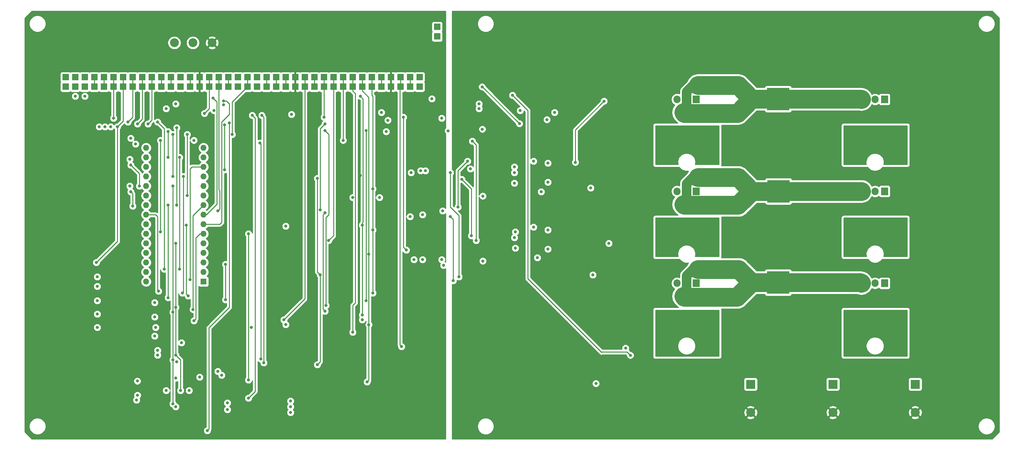
<source format=gbr>
G04 #@! TF.GenerationSoftware,KiCad,Pcbnew,(5.1.5)-3*
G04 #@! TF.CreationDate,2020-11-01T19:56:01+02:00*
G04 #@! TF.ProjectId,BLDC_FUSION_2020,424c4443-5f46-4555-9349-4f4e5f323032,2 Not Ordered*
G04 #@! TF.SameCoordinates,PX6dac2c0PY8583b00*
G04 #@! TF.FileFunction,Copper,L4,Bot*
G04 #@! TF.FilePolarity,Positive*
%FSLAX46Y46*%
G04 Gerber Fmt 4.6, Leading zero omitted, Abs format (unit mm)*
G04 Created by KiCad (PCBNEW (5.1.5)-3) date 2020-11-01 19:56:01*
%MOMM*%
%LPD*%
G04 APERTURE LIST*
%ADD10R,1.700000X1.700000*%
%ADD11R,1.600000X1.600000*%
%ADD12O,1.600000X1.600000*%
%ADD13R,2.400000X2.400000*%
%ADD14C,2.400000*%
%ADD15O,1.905000X2.000000*%
%ADD16R,1.905000X2.000000*%
%ADD17R,6.000000X6.000000*%
%ADD18C,2.340000*%
%ADD19C,0.800000*%
%ADD20C,0.250000*%
%ADD21C,5.000000*%
%ADD22C,2.500000*%
%ADD23C,0.254000*%
G04 APERTURE END LIST*
D10*
X102900000Y96820000D03*
X11460000Y94280000D03*
X29240000Y94280000D03*
X72420000Y94280000D03*
X44480000Y94280000D03*
X39400000Y94280000D03*
X47020000Y94280000D03*
X19080000Y94280000D03*
X24160000Y94280000D03*
X34320000Y94280000D03*
X16540000Y94280000D03*
X21620000Y94280000D03*
X26700000Y94280000D03*
X31780000Y94280000D03*
X36860000Y94280000D03*
X69880000Y94280000D03*
X105440000Y94280000D03*
X41940000Y94280000D03*
X14000000Y94280000D03*
X74960000Y94280000D03*
X62260000Y94280000D03*
X67340000Y94280000D03*
X92740000Y94280000D03*
X59720000Y94280000D03*
X97820000Y94280000D03*
X49560000Y94280000D03*
X54640000Y94280000D03*
X82580000Y94280000D03*
X77500000Y94280000D03*
X80040000Y94280000D03*
X87660000Y94280000D03*
X95280000Y94280000D03*
X52100000Y94280000D03*
X100360000Y94280000D03*
X57180000Y94280000D03*
X85120000Y94280000D03*
X90200000Y94280000D03*
X64800000Y94280000D03*
D11*
X48068000Y42464000D03*
D12*
X32828000Y75484000D03*
X48068000Y45004000D03*
X32828000Y72944000D03*
X48068000Y47544000D03*
X32828000Y70404000D03*
X48068000Y50084000D03*
X32828000Y67864000D03*
X48068000Y52624000D03*
X32828000Y65324000D03*
X48068000Y55164000D03*
X32828000Y62784000D03*
X48068000Y57704000D03*
X32828000Y60244000D03*
X48068000Y60244000D03*
X32828000Y57704000D03*
X48068000Y62784000D03*
X32828000Y55164000D03*
X48068000Y65324000D03*
X32828000Y52624000D03*
X48068000Y67864000D03*
X32828000Y50084000D03*
X48068000Y70404000D03*
X32828000Y47544000D03*
X48068000Y72944000D03*
X32828000Y45004000D03*
X48068000Y75484000D03*
X32828000Y42464000D03*
X48068000Y78024000D03*
X32828000Y78024000D03*
D13*
X237044000Y15159000D03*
D14*
X237044000Y7659000D03*
X215200000Y7659000D03*
D13*
X215200000Y15159000D03*
X193356000Y15159000D03*
D14*
X193356000Y7659000D03*
D10*
X39400000Y96820000D03*
X36860000Y96820000D03*
X34320000Y96820000D03*
X31780000Y96820000D03*
X29240000Y96820000D03*
X26700000Y96820000D03*
X24160000Y96820000D03*
X21620000Y96820000D03*
X19080000Y96820000D03*
X16540000Y96820000D03*
X14000000Y96820000D03*
X11460000Y96820000D03*
X47020000Y96820000D03*
X44480000Y96820000D03*
X41940000Y96820000D03*
X105440000Y96820000D03*
X72420000Y96820000D03*
X69880000Y96820000D03*
X67340000Y96820000D03*
X64800000Y96820000D03*
X62260000Y96820000D03*
X59720000Y96820000D03*
X57180000Y96820000D03*
X54640000Y96820000D03*
X52100000Y96820000D03*
X49560000Y96820000D03*
X100360000Y96820000D03*
X97820000Y96820000D03*
X95280000Y96820000D03*
X92740000Y96820000D03*
X90200000Y96820000D03*
X87660000Y96820000D03*
X85120000Y96820000D03*
X82580000Y96820000D03*
X80040000Y96820000D03*
X77500000Y96820000D03*
X74960000Y96820000D03*
D15*
X223814000Y90902000D03*
X226354000Y90902000D03*
D16*
X228894000Y90902000D03*
X178894000Y90902000D03*
D15*
X176354000Y90902000D03*
X173814000Y90902000D03*
X223814000Y66461000D03*
X226354000Y66461000D03*
D16*
X228894000Y66461000D03*
X178894000Y66461000D03*
D15*
X176354000Y66461000D03*
X173814000Y66461000D03*
X223814000Y42016000D03*
X226354000Y42016000D03*
D16*
X228894000Y42016000D03*
X178894000Y42016000D03*
D15*
X176354000Y42016000D03*
X173814000Y42016000D03*
D17*
X200652000Y90978000D03*
X200722000Y66467000D03*
X200652000Y42210000D03*
D10*
X102900000Y94280000D03*
X110103001Y110188999D03*
X110103001Y107648999D03*
D18*
X40354000Y105964000D03*
X45274000Y105964000D03*
X50354000Y105964000D03*
D19*
X222000000Y23500000D03*
X222000000Y25000000D03*
X222000000Y26500000D03*
X222000000Y28000000D03*
X222000000Y29500000D03*
X222000000Y31000000D03*
X222000000Y32500000D03*
X222000000Y34000000D03*
X223500000Y34000000D03*
X225000000Y34000000D03*
X226500000Y34000000D03*
X228000000Y34000000D03*
X229500000Y34000000D03*
X231000000Y34000000D03*
X231000000Y32500000D03*
X229500000Y32500000D03*
X228000000Y32500000D03*
X226500000Y32500000D03*
X225000000Y32500000D03*
X223500000Y32500000D03*
X223500000Y31000000D03*
X225000000Y31000000D03*
X226500000Y31000000D03*
X228000000Y31000000D03*
X229500000Y31000000D03*
X231000000Y31000000D03*
X231000000Y29500000D03*
X229500000Y29500000D03*
X228000000Y29500000D03*
X226500000Y29500000D03*
X225000000Y29500000D03*
X223500000Y29500000D03*
X223500000Y28000000D03*
X228000000Y28000000D03*
X225000000Y28000000D03*
X229500000Y28000000D03*
X231000000Y28000000D03*
X231000000Y26500000D03*
X229500000Y26500000D03*
X229500000Y25000000D03*
X231000000Y25000000D03*
X231000000Y23500000D03*
X229500000Y23500000D03*
X223500000Y23500000D03*
X223500000Y26500000D03*
X223500000Y25000000D03*
X220500000Y34000000D03*
X219000000Y34000000D03*
X219000000Y32500000D03*
X220500000Y32500000D03*
X220500000Y31000000D03*
X219000000Y31000000D03*
X219000000Y29500000D03*
X220500000Y29500000D03*
X219000000Y28000000D03*
X220500000Y28000000D03*
X220500000Y26500000D03*
X219000000Y26500000D03*
X219000000Y25000000D03*
X220500000Y25000000D03*
X220500000Y23500000D03*
X219000000Y23500000D03*
X232500000Y23500000D03*
X232500000Y25000000D03*
X232500000Y26500000D03*
X232500000Y28000000D03*
X232500000Y29500000D03*
X232500000Y31000000D03*
X232500000Y32500000D03*
X232500000Y34000000D03*
X234000000Y23500000D03*
X234000000Y25000000D03*
X234000000Y26500000D03*
X234000000Y28000000D03*
X234000000Y29500000D03*
X234000000Y31000000D03*
X234000000Y32500000D03*
X234000000Y34000000D03*
X231000000Y50000000D03*
X229500000Y50000000D03*
X231000000Y51500000D03*
X231000000Y53000000D03*
X231000000Y54500000D03*
X231000000Y56000000D03*
X231000000Y57500000D03*
X231000000Y59000000D03*
X229500000Y59000000D03*
X228000000Y59000000D03*
X229500000Y53000000D03*
X228000000Y53000000D03*
X226500000Y53000000D03*
X225000000Y53000000D03*
X223500000Y53000000D03*
X222000000Y53000000D03*
X222000000Y51500000D03*
X222000000Y50000000D03*
X223500000Y51500000D03*
X222000000Y54500000D03*
X222000000Y56000000D03*
X222000000Y57500000D03*
X222000000Y59000000D03*
X223500000Y59000000D03*
X225000000Y59000000D03*
X226500000Y59000000D03*
X223500000Y57500000D03*
X225000000Y57500000D03*
X226500000Y57500000D03*
X228000000Y57500000D03*
X229500000Y57500000D03*
X229500000Y56000000D03*
X228000000Y56000000D03*
X226500000Y56000000D03*
X225000000Y56000000D03*
X223500000Y56000000D03*
X223500000Y54500000D03*
X225000000Y54500000D03*
X226500000Y54500000D03*
X228000000Y54500000D03*
X229500000Y54500000D03*
X229500000Y51500000D03*
X232500000Y50000000D03*
X232500000Y51500000D03*
X232500000Y53000000D03*
X232500000Y54500000D03*
X232500000Y56000000D03*
X232500000Y57500000D03*
X232500000Y59000000D03*
X234000000Y59000000D03*
X234000000Y57500000D03*
X234000000Y56000000D03*
X234000000Y54500000D03*
X234000000Y53000000D03*
X234000000Y51500000D03*
X234000000Y50000000D03*
X220500000Y50000000D03*
X220500000Y51500000D03*
X220500000Y53000000D03*
X220500000Y54500000D03*
X220500000Y56000000D03*
X220500000Y57500000D03*
X220500000Y59000000D03*
X219000000Y59000000D03*
X219000000Y57500000D03*
X219000000Y56000000D03*
X219000000Y54500000D03*
X219000000Y53000000D03*
X219000000Y51500000D03*
X219000000Y50000000D03*
X222000000Y74500000D03*
X223500000Y74500000D03*
X223500000Y76000000D03*
X222000000Y76000000D03*
X222000000Y77500000D03*
X222000000Y79000000D03*
X222000000Y80500000D03*
X222000000Y82000000D03*
X222000000Y83500000D03*
X223500000Y83500000D03*
X225000000Y83500000D03*
X226500000Y83500000D03*
X228000000Y83500000D03*
X229500000Y83500000D03*
X231000000Y83500000D03*
X231000000Y82000000D03*
X231000000Y80500000D03*
X231000000Y79000000D03*
X231000000Y77500000D03*
X231000000Y76000000D03*
X231000000Y74500000D03*
X229500000Y74500000D03*
X229500000Y76000000D03*
X229500000Y77500000D03*
X228000000Y77500000D03*
X226500000Y77500000D03*
X225000000Y77500000D03*
X223500000Y77500000D03*
X223500000Y79000000D03*
X225000000Y79000000D03*
X226500000Y79000000D03*
X228000000Y79000000D03*
X229500000Y79000000D03*
X229500000Y80500000D03*
X228000000Y80500000D03*
X226500000Y80500000D03*
X225000000Y80500000D03*
X223500000Y80500000D03*
X223500000Y82000000D03*
X225000000Y82000000D03*
X226500000Y82000000D03*
X228000000Y82000000D03*
X229500000Y82000000D03*
X232500000Y74500000D03*
X234000000Y74500000D03*
X234000000Y76000000D03*
X234000000Y77500000D03*
X234000000Y79000000D03*
X234000000Y80500000D03*
X234000000Y82000000D03*
X234000000Y83500000D03*
X232500000Y83500000D03*
X232500000Y82000000D03*
X232500000Y80500000D03*
X232500000Y79000000D03*
X232500000Y77500000D03*
X232500000Y76000000D03*
X220500000Y74500000D03*
X219000000Y74500000D03*
X219000000Y76000000D03*
X220500000Y76000000D03*
X219000000Y77500000D03*
X219000000Y79000000D03*
X219000000Y80500000D03*
X219000000Y82000000D03*
X219000000Y83500000D03*
X220500000Y83500000D03*
X220500000Y82000000D03*
X220500000Y80500000D03*
X220500000Y79000000D03*
X220500000Y77500000D03*
X161417000Y22860000D03*
X130110000Y91994000D03*
X108712000Y91059000D03*
X249490000Y16302000D03*
X249490000Y15032000D03*
X249490000Y13762000D03*
X249490000Y12492000D03*
X251776000Y9952000D03*
X253046000Y9952000D03*
X254316000Y9952000D03*
X255586000Y9952000D03*
X256856000Y9952000D03*
X258634000Y12492000D03*
X258634000Y13762000D03*
X258634000Y15032000D03*
X258634000Y16302000D03*
X256856000Y19096000D03*
X255586000Y19096000D03*
X254316000Y19096000D03*
X251776000Y19096000D03*
X253046000Y19096000D03*
X16572000Y91740000D03*
X14032000Y91740000D03*
X23430000Y83612000D03*
X21906000Y83612000D03*
X20382000Y83612000D03*
X28510000Y74976000D03*
X28510000Y67864000D03*
X105726000Y71928000D03*
X106996000Y71928000D03*
X106234000Y60244000D03*
X111568000Y61260000D03*
X103948000Y48306000D03*
X111314000Y48306000D03*
X106234000Y48306000D03*
X71182000Y7666000D03*
X71182000Y9190000D03*
X71182000Y10714000D03*
X54418000Y8428000D03*
X54418000Y10206000D03*
X40702000Y16810000D03*
X35876000Y22906000D03*
X35876000Y24176000D03*
X35368000Y30272000D03*
X149606000Y98298000D03*
X149606000Y97028000D03*
X149606000Y95758000D03*
X149606000Y94488000D03*
X149606000Y75946000D03*
X149606000Y74676000D03*
X149606000Y73152000D03*
X149606000Y71628000D03*
X149606000Y51816000D03*
X149606000Y50546000D03*
X149606000Y49276000D03*
X149606000Y48006000D03*
X116586000Y87884000D03*
X78294000Y20366000D03*
X79056000Y44242000D03*
X78294000Y69896000D03*
X80580000Y36114000D03*
X80293000Y82596000D03*
X80326000Y84374000D03*
X79056000Y61514000D03*
X80326000Y34590000D03*
X80326000Y60752000D03*
X100646000Y25192000D03*
X37654000Y45766000D03*
X35876000Y84882000D03*
X24192000Y85898000D03*
X94296000Y70912000D03*
X95820000Y60498000D03*
X104964000Y79294000D03*
X111568000Y77008000D03*
X111314000Y65324000D03*
X111568000Y53640000D03*
X89978000Y20366000D03*
X19366000Y65070000D03*
X19366000Y72182000D03*
X19366000Y79294000D03*
X58482000Y55164000D03*
X58482000Y31034000D03*
X45020000Y20874000D03*
X45274000Y10206000D03*
X30288000Y19096000D03*
X28256000Y24938000D03*
X51116000Y3602000D03*
X51116000Y1824000D03*
X52894000Y1824000D03*
X52894000Y3602000D03*
X54672000Y3602000D03*
X54672000Y1824000D03*
X60260000Y3602000D03*
X62038000Y3602000D03*
X62038000Y1824000D03*
X60260000Y1824000D03*
X70166000Y3602000D03*
X71944000Y3602000D03*
X71944000Y1824000D03*
X70166000Y1824000D03*
X80072000Y3602000D03*
X81850000Y3602000D03*
X83628000Y3602000D03*
X83628000Y1824000D03*
X81850000Y1824000D03*
X80072000Y1824000D03*
X47306000Y33828000D03*
X87184000Y48306000D03*
X88961994Y35860000D03*
X89724000Y70658000D03*
X94550000Y83866000D03*
X58228000Y79548000D03*
X172000000Y74500000D03*
X173500000Y74500000D03*
X172000000Y76000000D03*
X172000000Y77500000D03*
X172000000Y79000000D03*
X172000000Y80500000D03*
X172000000Y82000000D03*
X172000000Y83500000D03*
X173500000Y83500000D03*
X175000000Y83500000D03*
X176500000Y83500000D03*
X178000000Y83500000D03*
X179500000Y83500000D03*
X181000000Y83500000D03*
X181000000Y82000000D03*
X181000000Y80500000D03*
X181000000Y79000000D03*
X181000000Y77500000D03*
X181000000Y76000000D03*
X181000000Y74500000D03*
X179500000Y74500000D03*
X179500000Y76000000D03*
X179500000Y77500000D03*
X178000000Y77500000D03*
X176500000Y77500000D03*
X175000000Y77500000D03*
X173500000Y77500000D03*
X173500000Y76000000D03*
X173500000Y79000000D03*
X173500000Y80500000D03*
X173500000Y82000000D03*
X175000000Y82000000D03*
X176500000Y82000000D03*
X178000000Y82000000D03*
X179500000Y82000000D03*
X179500000Y80500000D03*
X178000000Y80500000D03*
X176500000Y80500000D03*
X175000000Y80500000D03*
X175000000Y79000000D03*
X176500000Y79000000D03*
X178000000Y79000000D03*
X179500000Y79000000D03*
X182500000Y74500000D03*
X184000000Y74500000D03*
X184000000Y76000000D03*
X184000000Y77500000D03*
X184000000Y79000000D03*
X184000000Y80500000D03*
X184000000Y82000000D03*
X184000000Y83500000D03*
X182500000Y83500000D03*
X182500000Y82000000D03*
X182500000Y80500000D03*
X182500000Y79000000D03*
X182500000Y77500000D03*
X182500000Y76000000D03*
X170500000Y74500000D03*
X169000000Y74500000D03*
X169000000Y76000000D03*
X169000000Y77500000D03*
X169000000Y79000000D03*
X169000000Y80500000D03*
X169000000Y82000000D03*
X169000000Y83500000D03*
X170500000Y83500000D03*
X170500000Y82000000D03*
X170500000Y80500000D03*
X170500000Y79000000D03*
X170500000Y77500000D03*
X170500000Y76000000D03*
X141286000Y87422000D03*
X132142000Y87930000D03*
X95312000Y87422000D03*
X94804000Y64816000D03*
X87692000Y64816000D03*
X71436000Y86914000D03*
X130618000Y72944000D03*
X139508000Y73960000D03*
X172000000Y50000000D03*
X173500000Y50000000D03*
X172000000Y51500000D03*
X172000000Y53000000D03*
X172000000Y54500000D03*
X172000000Y56000000D03*
X172000000Y57500000D03*
X172000000Y59000000D03*
X181000000Y59000000D03*
X181000000Y57500000D03*
X181000000Y56000000D03*
X181000000Y54500000D03*
X181000000Y53000000D03*
X181000000Y51500000D03*
X181000000Y50000000D03*
X179500000Y50000000D03*
X179500000Y51500000D03*
X179500000Y53000000D03*
X178000000Y53000000D03*
X173500000Y59000000D03*
X173500000Y57500000D03*
X173500000Y56000000D03*
X173500000Y54500000D03*
X173500000Y53000000D03*
X173500000Y51500000D03*
X175000000Y53000000D03*
X176500000Y53000000D03*
X175000000Y54500000D03*
X175000000Y56000000D03*
X175000000Y57500000D03*
X175000000Y59000000D03*
X179500000Y59000000D03*
X178000000Y59000000D03*
X176500000Y59000000D03*
X176500000Y57500000D03*
X178000000Y57500000D03*
X179500000Y57500000D03*
X179500000Y56000000D03*
X178000000Y56000000D03*
X176500000Y56000000D03*
X176500000Y54500000D03*
X178000000Y54500000D03*
X179500000Y54500000D03*
X182500000Y50000000D03*
X184000000Y50000000D03*
X182500000Y51500000D03*
X182500000Y53000000D03*
X182500000Y54500000D03*
X182500000Y56000000D03*
X182500000Y57500000D03*
X182500000Y59000000D03*
X184000000Y59000000D03*
X184000000Y57500000D03*
X184000000Y56000000D03*
X184000000Y54500000D03*
X184000000Y53000000D03*
X184000000Y51500000D03*
X170500000Y50000000D03*
X169000000Y50000000D03*
X169000000Y51500000D03*
X170500000Y51500000D03*
X170500000Y53000000D03*
X170500000Y54500000D03*
X170500000Y56000000D03*
X170500000Y57500000D03*
X170500000Y59000000D03*
X169000000Y59000000D03*
X169000000Y57500000D03*
X169000000Y56000000D03*
X169000000Y54500000D03*
X169000000Y53000000D03*
X130618000Y68626000D03*
X139508000Y68880000D03*
X93026000Y39416000D03*
X93026000Y67102000D03*
X93026000Y56180000D03*
X69912000Y57196000D03*
X172000000Y23500000D03*
X172000000Y25000000D03*
X172000000Y26500000D03*
X172000000Y28000000D03*
X172000000Y29500000D03*
X172000000Y31000000D03*
X172000000Y32500000D03*
X172000000Y34000000D03*
X178000000Y34000000D03*
X181000000Y34000000D03*
X181000000Y32500000D03*
X181000000Y31000000D03*
X181000000Y29500000D03*
X181000000Y28000000D03*
X181000000Y26500000D03*
X181000000Y25000000D03*
X181000000Y23500000D03*
X179500000Y23500000D03*
X173500000Y23500000D03*
X173500000Y25000000D03*
X173500000Y26500000D03*
X173500000Y28000000D03*
X173500000Y29500000D03*
X173500000Y31000000D03*
X173500000Y32500000D03*
X173500000Y34000000D03*
X176500000Y34000000D03*
X175000000Y34000000D03*
X175000000Y32500000D03*
X176500000Y32500000D03*
X178000000Y32500000D03*
X179500000Y32500000D03*
X179500000Y34000000D03*
X179500000Y31000000D03*
X178000000Y31000000D03*
X176500000Y31000000D03*
X175000000Y31000000D03*
X175000000Y29500000D03*
X176500000Y29500000D03*
X178000000Y29500000D03*
X179500000Y29500000D03*
X179500000Y28000000D03*
X179500000Y26500000D03*
X179500000Y25000000D03*
X178000000Y28000000D03*
X175000000Y28000000D03*
X182500000Y23500000D03*
X184000000Y23500000D03*
X184000000Y25000000D03*
X184000000Y26500000D03*
X184000000Y28000000D03*
X184000000Y29500000D03*
X184000000Y31000000D03*
X184000000Y32500000D03*
X184000000Y34000000D03*
X182500000Y34000000D03*
X182500000Y32500000D03*
X182500000Y31000000D03*
X182500000Y29500000D03*
X182500000Y28000000D03*
X182500000Y26500000D03*
X182500000Y25000000D03*
X170500000Y23500000D03*
X169000000Y23500000D03*
X169000000Y25000000D03*
X169000000Y26500000D03*
X169000000Y28000000D03*
X169000000Y29500000D03*
X169000000Y31000000D03*
X169000000Y32500000D03*
X169000000Y34000000D03*
X170500000Y34000000D03*
X170500000Y32500000D03*
X170500000Y31000000D03*
X170500000Y29500000D03*
X170500000Y28000000D03*
X170500000Y26500000D03*
X170500000Y25000000D03*
X130872000Y51354000D03*
X139508000Y51100000D03*
X91502000Y15794000D03*
X91973001Y30997001D03*
X69912000Y31034000D03*
X91973001Y49793001D03*
X151446000Y44242000D03*
X130872000Y55672000D03*
X139508000Y56180000D03*
X121220000Y89708000D03*
X53402000Y89454000D03*
X40702000Y89708000D03*
X19874000Y30272000D03*
X45528000Y32050000D03*
X121220000Y88438000D03*
X50862000Y87930000D03*
X38162000Y88438000D03*
X19874000Y41194000D03*
X44512000Y42972000D03*
X118172000Y74468000D03*
X115632000Y62276000D03*
X40956000Y62784000D03*
X40956000Y83358000D03*
X33336000Y84374000D03*
X19874000Y33828000D03*
X45274000Y35061010D03*
X118934000Y72436000D03*
X38670000Y75484000D03*
X38670000Y82342000D03*
X30542000Y84374000D03*
X19874000Y43734000D03*
X41718000Y45766000D03*
X41718000Y75484000D03*
X119188000Y54656000D03*
X116648000Y69642000D03*
X39940000Y70404000D03*
X39940000Y81580000D03*
X28002000Y84882000D03*
X19874000Y37384000D03*
X42734000Y70404000D03*
X42480000Y39416000D03*
X120458000Y53386000D03*
X119442000Y79802000D03*
X25208000Y83612000D03*
X19620000Y47544000D03*
X50608000Y91232000D03*
X53402000Y90470000D03*
X36638000Y80019001D03*
X45528000Y80019001D03*
X36638000Y55672000D03*
X38162000Y13508000D03*
X64070000Y20874000D03*
X63562000Y86660000D03*
X40702000Y9190000D03*
X60006000Y11476000D03*
X61022000Y86660000D03*
X49084000Y2840000D03*
X54926000Y84628000D03*
X96582000Y82342000D03*
X55688000Y81580000D03*
X43750000Y81580000D03*
X43750000Y65324000D03*
X103186000Y71420000D03*
X53656000Y72182000D03*
X53656000Y84120000D03*
X146812000Y74168000D03*
X154432000Y90424000D03*
X102932000Y59736000D03*
X51878000Y61260000D03*
X150876000Y67356000D03*
X101916000Y50846000D03*
X48322000Y87168000D03*
X155702012Y52624000D03*
X101154000Y86152000D03*
X42226000Y26208000D03*
X60768000Y30272000D03*
X87692000Y29002000D03*
X40956000Y21128000D03*
X63308000Y21890000D03*
X63054000Y79294000D03*
X85152000Y80019000D03*
X44258000Y13508000D03*
X60006000Y16302000D03*
X60006000Y55164000D03*
X81305010Y53386000D03*
X35114000Y36876000D03*
X91248000Y37384000D03*
X91248000Y82596000D03*
X80072000Y86152000D03*
X35114000Y33066000D03*
X90232000Y33574000D03*
X90232000Y57450000D03*
X89724000Y91740000D03*
X35114000Y27986000D03*
X90232000Y32304000D03*
X69404000Y32304000D03*
X113030000Y82550000D03*
X97028000Y85344000D03*
X43496000Y57450000D03*
X44004000Y38654000D03*
X115886000Y43734000D03*
X113600000Y71420000D03*
X36130000Y39924000D03*
X114362000Y42718000D03*
X113600000Y59736000D03*
X111822000Y46782000D03*
X53910000Y47036000D03*
X53910000Y37638000D03*
X38670000Y62784000D03*
X38670000Y38182990D03*
X41972000Y13508000D03*
X40702000Y22906000D03*
X40702000Y35606000D03*
X40702000Y52624000D03*
X29272000Y62530000D03*
X28764000Y66340000D03*
X39940000Y9952000D03*
X39940000Y21636000D03*
X39940000Y34336000D03*
X39940000Y67864000D03*
X31050000Y67864000D03*
X28764000Y73452000D03*
X30034000Y79040000D03*
X28764000Y80564000D03*
X139254000Y85517000D03*
X122109000Y82977000D03*
X137730000Y66340000D03*
X122236000Y65197000D03*
X136714000Y48814006D03*
X122236000Y47925000D03*
X30525500Y16031500D03*
X47052000Y17064000D03*
X130618000Y71420000D03*
X135698000Y74468000D03*
X130618000Y54148000D03*
X135698000Y56942000D03*
X30542000Y12238000D03*
X51878000Y18588000D03*
X30288000Y10968000D03*
X52894000Y17572000D03*
X131953000Y84455000D03*
X122047000Y94234000D03*
X111314000Y85898000D03*
X152273000Y15367000D03*
X160147000Y24765000D03*
D20*
X134174000Y87930000D02*
X130110000Y91994000D01*
X134174000Y43226000D02*
X134174000Y87930000D01*
X161417000Y22860000D02*
X160528000Y23749000D01*
X160528000Y23749000D02*
X153797000Y23749000D01*
X153724000Y23676000D02*
X134174000Y43226000D01*
X153797000Y23749000D02*
X153724000Y23676000D01*
X78294000Y45004000D02*
X79056000Y44242000D01*
X78294000Y69896000D02*
X78294000Y45004000D01*
X79056000Y21128000D02*
X78294000Y20366000D01*
X79056000Y44242000D02*
X79056000Y21128000D01*
X81342000Y60244000D02*
X81342000Y81547000D01*
X81342000Y81547000D02*
X80293000Y82596000D01*
X80580000Y59482000D02*
X81342000Y60244000D01*
X80580000Y36114000D02*
X80580000Y59482000D01*
X80326000Y84374000D02*
X79056000Y83104000D01*
X79056000Y83104000D02*
X79056000Y61514000D01*
X79818000Y60244000D02*
X80326000Y60752000D01*
X80326000Y34590000D02*
X79818000Y35098000D01*
X79818000Y35098000D02*
X79818000Y60244000D01*
X100246001Y94166001D02*
X100360000Y94280000D01*
X100246001Y25591999D02*
X100246001Y94166001D01*
X100646000Y25192000D02*
X100246001Y25591999D01*
X37654000Y45766000D02*
X37654000Y61514000D01*
X37654000Y61514000D02*
X37654000Y83104000D01*
X37654000Y83104000D02*
X35876000Y84882000D01*
X24192000Y94248000D02*
X24160000Y94280000D01*
X24192000Y85898000D02*
X24192000Y94248000D01*
X24160000Y94280000D02*
X24160000Y96820000D01*
X100360000Y95380000D02*
X100360000Y96820000D01*
X100360000Y94280000D02*
X100360000Y95380000D01*
X72420000Y95380000D02*
X72420000Y96820000D01*
X72420000Y94280000D02*
X72420000Y95380000D01*
X97820000Y95380000D02*
X97820000Y96820000D01*
X97820000Y94280000D02*
X97820000Y95380000D01*
D21*
X222625490Y90978000D02*
X222701490Y90902000D01*
X200652000Y90978000D02*
X222625490Y90978000D01*
X193652000Y90978000D02*
X190027999Y94602001D01*
X200652000Y90978000D02*
X193652000Y90978000D01*
X190027999Y94602001D02*
X182006501Y94602001D01*
X182006501Y94602001D02*
X179386000Y94602001D01*
X175781499Y87201999D02*
X175554214Y87429284D01*
X193652000Y90978000D02*
X189875999Y87201999D01*
X189875999Y87201999D02*
X175781499Y87201999D01*
D22*
X176354000Y87402000D02*
X176354000Y90902000D01*
X176153999Y87201999D02*
X176354000Y87402000D01*
X175781499Y87201999D02*
X176153999Y87201999D01*
X178031499Y94602001D02*
X179386000Y94602001D01*
X176354000Y92924502D02*
X178031499Y94602001D01*
X176354000Y90902000D02*
X176354000Y92924502D01*
D20*
X95280000Y95380000D02*
X95280000Y96820000D01*
X95280000Y94280000D02*
X95280000Y95380000D01*
D21*
X207728000Y66461000D02*
X222701490Y66461000D01*
X200722000Y66467000D02*
X207722000Y66467000D01*
X207722000Y66467000D02*
X207728000Y66461000D01*
X193722000Y66467000D02*
X190027999Y70161001D01*
X200722000Y66467000D02*
X193722000Y66467000D01*
X190027999Y70161001D02*
X182006501Y70161001D01*
X182006501Y70161001D02*
X179386000Y70161001D01*
X175781499Y62760999D02*
X175554214Y62988284D01*
X193722000Y66467000D02*
X190015999Y62760999D01*
X190015999Y62760999D02*
X175781499Y62760999D01*
D22*
X178031499Y70161001D02*
X179386000Y70161001D01*
X176354000Y68483502D02*
X178031499Y70161001D01*
X176354000Y66461000D02*
X176354000Y68483502D01*
X176354000Y62961000D02*
X176354000Y66461000D01*
X176153999Y62760999D02*
X176354000Y62961000D01*
X175781499Y62760999D02*
X176153999Y62760999D01*
D20*
X92740000Y92026000D02*
X92740000Y94280000D01*
X93026000Y39416000D02*
X93026000Y56180000D01*
X93026000Y91740000D02*
X92740000Y92026000D01*
X93026000Y67102000D02*
X93026000Y91740000D01*
X93026000Y56180000D02*
X93026000Y67102000D01*
X92740000Y95380000D02*
X92740000Y96820000D01*
X92740000Y94280000D02*
X92740000Y95380000D01*
D21*
X222507490Y42210000D02*
X222701490Y42016000D01*
X200652000Y42210000D02*
X222507490Y42210000D01*
X193652000Y42210000D02*
X190145999Y45716001D01*
X200652000Y42210000D02*
X193652000Y42210000D01*
X190145999Y45716001D02*
X182006501Y45716001D01*
X182006501Y45716001D02*
X179386000Y45716001D01*
X193652000Y42210000D02*
X189757999Y38315999D01*
X175781499Y38315999D02*
X175554214Y38543284D01*
X189757999Y38315999D02*
X175781499Y38315999D01*
D22*
X178031499Y45716001D02*
X179386000Y45716001D01*
X176354000Y44038502D02*
X178031499Y45716001D01*
X176354000Y42016000D02*
X176354000Y44038502D01*
X176153999Y38315999D02*
X175781499Y38315999D01*
X176354000Y38516000D02*
X176153999Y38315999D01*
X176354000Y42016000D02*
X176354000Y38516000D01*
D20*
X91973001Y91406999D02*
X90200000Y93180000D01*
X91973001Y16265001D02*
X91973001Y30997001D01*
X90200000Y93180000D02*
X90200000Y94280000D01*
X91502000Y15794000D02*
X91973001Y16265001D01*
X91973001Y30997001D02*
X91973001Y49793001D01*
X91973001Y49793001D02*
X91973001Y91406999D01*
X90200000Y96820000D02*
X90200000Y94280000D01*
X39400000Y95380000D02*
X39400000Y96820000D01*
X39400000Y94280000D02*
X39400000Y95380000D01*
X47164000Y55164000D02*
X48068000Y55164000D01*
X46036000Y54036000D02*
X47164000Y55164000D01*
X45528000Y32050000D02*
X46036000Y32558000D01*
X46036000Y32558000D02*
X46036000Y54036000D01*
X44512000Y42972000D02*
X44512000Y72436000D01*
X45020000Y72944000D02*
X48068000Y72944000D01*
X44512000Y72436000D02*
X45020000Y72944000D01*
X36860000Y94280000D02*
X36860000Y96820000D01*
X118172000Y74468000D02*
X117772001Y74068001D01*
X117772001Y74068001D02*
X115632000Y71928000D01*
X115632000Y71928000D02*
X115632000Y62276000D01*
X40956000Y62784000D02*
X40956000Y81637002D01*
X40956000Y81637002D02*
X40956000Y83358000D01*
X34320000Y85358000D02*
X34320000Y94280000D01*
X33336000Y84374000D02*
X34320000Y85358000D01*
X34320000Y94280000D02*
X34320000Y96820000D01*
X45274000Y59990000D02*
X45274000Y35626695D01*
X45274000Y35626695D02*
X45274000Y35061010D01*
X48068000Y62784000D02*
X45274000Y59990000D01*
X38670000Y75484000D02*
X38670000Y81383002D01*
X38670000Y81383002D02*
X38670000Y82342000D01*
X31780000Y85612000D02*
X31780000Y94280000D01*
X30542000Y84374000D02*
X31780000Y85612000D01*
X41718000Y45766000D02*
X41718000Y74976000D01*
X41718000Y74976000D02*
X41718000Y75484000D01*
X31780000Y94280000D02*
X31780000Y96820000D01*
X119188000Y54656000D02*
X119188000Y67102000D01*
X119188000Y67102000D02*
X116648000Y69642000D01*
X39940000Y70404000D02*
X39940000Y81580000D01*
X29240000Y86120000D02*
X29240000Y94280000D01*
X28002000Y84882000D02*
X29240000Y86120000D01*
X29240000Y94280000D02*
X29240000Y96820000D01*
X42734000Y70404000D02*
X42734000Y39670000D01*
X42734000Y39670000D02*
X42480000Y39416000D01*
X120458000Y53386000D02*
X120458000Y78786000D01*
X120458000Y78786000D02*
X119442000Y79802000D01*
X26700000Y85104000D02*
X26700000Y94280000D01*
X25208000Y83612000D02*
X26700000Y85104000D01*
X25208000Y53132000D02*
X25208000Y83612000D01*
X19620000Y47544000D02*
X25208000Y53132000D01*
X26700000Y96820000D02*
X26700000Y94280000D01*
X21620000Y94280000D02*
X21620000Y96820000D01*
X48830000Y60244000D02*
X48068000Y60244000D01*
X51624000Y63038000D02*
X48830000Y60244000D01*
X50608000Y91232000D02*
X51624000Y90216000D01*
X51624000Y90216000D02*
X51624000Y63038000D01*
X19080000Y94280000D02*
X19080000Y96820000D01*
X52894000Y58212000D02*
X52386000Y57704000D01*
X52386000Y57704000D02*
X48068000Y57704000D01*
X54164000Y90470000D02*
X54926000Y89708000D01*
X52894000Y84882000D02*
X52894000Y58212000D01*
X53402000Y90470000D02*
X54164000Y90470000D01*
X54926000Y89708000D02*
X54926000Y86914000D01*
X54926000Y86914000D02*
X52894000Y84882000D01*
X44480000Y95380000D02*
X44480000Y96820000D01*
X44480000Y94280000D02*
X44480000Y95380000D01*
X36638000Y55672000D02*
X36638000Y80019001D01*
X64070000Y86152000D02*
X63562000Y86660000D01*
X64070000Y20874000D02*
X64070000Y86152000D01*
X69880000Y95380000D02*
X69880000Y96820000D01*
X69880000Y94280000D02*
X69880000Y95380000D01*
X61784000Y85898000D02*
X61022000Y86660000D01*
X60006000Y11476000D02*
X61784000Y13254000D01*
X61784000Y13254000D02*
X61784000Y85898000D01*
X67340000Y95380000D02*
X67340000Y96820000D01*
X67340000Y94280000D02*
X67340000Y95380000D01*
X49483999Y3239999D02*
X49483999Y30163999D01*
X49084000Y2840000D02*
X49483999Y3239999D01*
X49483999Y30163999D02*
X54926000Y35606000D01*
X54926000Y35606000D02*
X54926000Y84628000D01*
X64800000Y94280000D02*
X64800000Y96820000D01*
X59720000Y95380000D02*
X59720000Y96820000D01*
X59720000Y94280000D02*
X59720000Y95380000D01*
X55688000Y90248000D02*
X59720000Y94280000D01*
X55688000Y81580000D02*
X55688000Y90248000D01*
X43750000Y81580000D02*
X43750000Y65324000D01*
X54640000Y95380000D02*
X54640000Y96820000D01*
X54640000Y94280000D02*
X54640000Y95380000D01*
X53656000Y72182000D02*
X53656000Y72747685D01*
X53656000Y72747685D02*
X53656000Y84120000D01*
X154032001Y90024001D02*
X154432000Y90424000D01*
X146812000Y74168000D02*
X146812000Y82804000D01*
X146812000Y82804000D02*
X154032001Y90024001D01*
X52100000Y95720000D02*
X52100000Y94280000D01*
X52100000Y96820000D02*
X52100000Y95720000D01*
X52100000Y66917998D02*
X52100000Y94280000D01*
X51878000Y61260000D02*
X52386000Y61768000D01*
X52386000Y66631998D02*
X52100000Y66917998D01*
X52386000Y61768000D02*
X52386000Y66631998D01*
X49560000Y88406000D02*
X49560000Y94280000D01*
X48322000Y87168000D02*
X49560000Y88406000D01*
X49560000Y95380000D02*
X49560000Y96820000D01*
X49560000Y94280000D02*
X49560000Y95380000D01*
X101916000Y50846000D02*
X101154000Y51608000D01*
X101154000Y51608000D02*
X101154000Y86152000D01*
X87692000Y29002000D02*
X87692000Y36114000D01*
X87660000Y93180000D02*
X87660000Y94280000D01*
X88417001Y92422999D02*
X87660000Y93180000D01*
X88417001Y36839001D02*
X88417001Y92422999D01*
X87692000Y36114000D02*
X88417001Y36839001D01*
X87660000Y94280000D02*
X87660000Y96820000D01*
X63308000Y21890000D02*
X63308000Y79040000D01*
X63308000Y79040000D02*
X63054000Y79294000D01*
X85152000Y94248000D02*
X85120000Y94280000D01*
X85152000Y80019000D02*
X85152000Y94248000D01*
X85120000Y95380000D02*
X85120000Y96820000D01*
X85120000Y94280000D02*
X85120000Y95380000D01*
X60006000Y16302000D02*
X60006000Y32304000D01*
X60006000Y32304000D02*
X60006000Y55164000D01*
X82580000Y54660990D02*
X81705009Y53785999D01*
X81705009Y53785999D02*
X81305010Y53386000D01*
X82580000Y94280000D02*
X82580000Y54660990D01*
X82580000Y94280000D02*
X82580000Y96820000D01*
X91248000Y37384000D02*
X91248000Y82596000D01*
X80072000Y94248000D02*
X80040000Y94280000D01*
X80072000Y86152000D02*
X80072000Y94248000D01*
X80040000Y96820000D02*
X80040000Y94280000D01*
X90232000Y33574000D02*
X90232000Y55672000D01*
X90232000Y55672000D02*
X90232000Y57450000D01*
X77500000Y95380000D02*
X77500000Y96820000D01*
X77500000Y94280000D02*
X77500000Y95380000D01*
X90449001Y91014999D02*
X89724000Y91740000D01*
X90449001Y58232686D02*
X90449001Y91014999D01*
X90232000Y57450000D02*
X90232000Y58015685D01*
X90232000Y58015685D02*
X90449001Y58232686D01*
X74960000Y37860000D02*
X74960000Y94280000D01*
X69404000Y32304000D02*
X74960000Y37860000D01*
X74960000Y95380000D02*
X74960000Y96820000D01*
X74960000Y94280000D02*
X74960000Y95380000D01*
X43496000Y57450000D02*
X43496000Y39162000D01*
X43496000Y39162000D02*
X44004000Y38654000D01*
X115886000Y43734000D02*
X115886000Y59990000D01*
X115886000Y59990000D02*
X113600000Y62276000D01*
X113600000Y62276000D02*
X113600000Y71420000D01*
X32828000Y60244000D02*
X35368000Y60244000D01*
X35368000Y60244000D02*
X35876000Y59736000D01*
X35876000Y59736000D02*
X35876000Y41702000D01*
X35876000Y41702000D02*
X35876000Y40178000D01*
X35876000Y40178000D02*
X36130000Y39924000D01*
X114362000Y42718000D02*
X114362000Y58974000D01*
X114362000Y58974000D02*
X113600000Y59736000D01*
X53910000Y47036000D02*
X53910000Y37638000D01*
X38670000Y62784000D02*
X38670000Y38182990D01*
X41972000Y13508000D02*
X41972000Y21636000D01*
X41972000Y21636000D02*
X40702000Y22906000D01*
X40702000Y22906000D02*
X40702000Y35606000D01*
X40702000Y35606000D02*
X40702000Y36171685D01*
X40702000Y36171685D02*
X40702000Y46528000D01*
X40702000Y46528000D02*
X40702000Y52624000D01*
X29272000Y62530000D02*
X29272000Y65832000D01*
X29272000Y65832000D02*
X28764000Y66340000D01*
X39940000Y9952000D02*
X39940000Y21636000D01*
X39940000Y21636000D02*
X39940000Y34336000D01*
X39940000Y34336000D02*
X39940000Y67864000D01*
X31050000Y67864000D02*
X31050000Y71166000D01*
X31050000Y71166000D02*
X28764000Y73452000D01*
X131953000Y84455000D02*
X122174000Y94234000D01*
X122174000Y94234000D02*
X122047000Y94234000D01*
X102900000Y94280000D02*
X102900000Y96820000D01*
D23*
G36*
X234873000Y22627000D02*
G01*
X218127000Y22627000D01*
X218127000Y25590902D01*
X223969000Y25590902D01*
X223969000Y25121098D01*
X224060654Y24660321D01*
X224240440Y24226279D01*
X224501450Y23835651D01*
X224833651Y23503450D01*
X225224279Y23242440D01*
X225658321Y23062654D01*
X226119098Y22971000D01*
X226588902Y22971000D01*
X227049679Y23062654D01*
X227483721Y23242440D01*
X227874349Y23503450D01*
X228206550Y23835651D01*
X228467560Y24226279D01*
X228647346Y24660321D01*
X228739000Y25121098D01*
X228739000Y25590902D01*
X228647346Y26051679D01*
X228467560Y26485721D01*
X228206550Y26876349D01*
X227874349Y27208550D01*
X227483721Y27469560D01*
X227049679Y27649346D01*
X226588902Y27741000D01*
X226119098Y27741000D01*
X225658321Y27649346D01*
X225224279Y27469560D01*
X224833651Y27208550D01*
X224501450Y26876349D01*
X224240440Y26485721D01*
X224060654Y26051679D01*
X223969000Y25590902D01*
X218127000Y25590902D01*
X218127000Y34873000D01*
X234873000Y34873000D01*
X234873000Y22627000D01*
G37*
X234873000Y22627000D02*
X218127000Y22627000D01*
X218127000Y25590902D01*
X223969000Y25590902D01*
X223969000Y25121098D01*
X224060654Y24660321D01*
X224240440Y24226279D01*
X224501450Y23835651D01*
X224833651Y23503450D01*
X225224279Y23242440D01*
X225658321Y23062654D01*
X226119098Y22971000D01*
X226588902Y22971000D01*
X227049679Y23062654D01*
X227483721Y23242440D01*
X227874349Y23503450D01*
X228206550Y23835651D01*
X228467560Y24226279D01*
X228647346Y24660321D01*
X228739000Y25121098D01*
X228739000Y25590902D01*
X228647346Y26051679D01*
X228467560Y26485721D01*
X228206550Y26876349D01*
X227874349Y27208550D01*
X227483721Y27469560D01*
X227049679Y27649346D01*
X226588902Y27741000D01*
X226119098Y27741000D01*
X225658321Y27649346D01*
X225224279Y27469560D01*
X224833651Y27208550D01*
X224501450Y26876349D01*
X224240440Y26485721D01*
X224060654Y26051679D01*
X223969000Y25590902D01*
X218127000Y25590902D01*
X218127000Y34873000D01*
X234873000Y34873000D01*
X234873000Y22627000D01*
G36*
X184873000Y22627000D02*
G01*
X168127000Y22627000D01*
X168127000Y25590902D01*
X173969000Y25590902D01*
X173969000Y25121098D01*
X174060654Y24660321D01*
X174240440Y24226279D01*
X174501450Y23835651D01*
X174833651Y23503450D01*
X175224279Y23242440D01*
X175658321Y23062654D01*
X176119098Y22971000D01*
X176588902Y22971000D01*
X177049679Y23062654D01*
X177483721Y23242440D01*
X177874349Y23503450D01*
X178206550Y23835651D01*
X178467560Y24226279D01*
X178647346Y24660321D01*
X178739000Y25121098D01*
X178739000Y25590902D01*
X178647346Y26051679D01*
X178467560Y26485721D01*
X178206550Y26876349D01*
X177874349Y27208550D01*
X177483721Y27469560D01*
X177049679Y27649346D01*
X176588902Y27741000D01*
X176119098Y27741000D01*
X175658321Y27649346D01*
X175224279Y27469560D01*
X174833651Y27208550D01*
X174501450Y26876349D01*
X174240440Y26485721D01*
X174060654Y26051679D01*
X173969000Y25590902D01*
X168127000Y25590902D01*
X168127000Y34873000D01*
X184873000Y34873000D01*
X184873000Y22627000D01*
G37*
X184873000Y22627000D02*
X168127000Y22627000D01*
X168127000Y25590902D01*
X173969000Y25590902D01*
X173969000Y25121098D01*
X174060654Y24660321D01*
X174240440Y24226279D01*
X174501450Y23835651D01*
X174833651Y23503450D01*
X175224279Y23242440D01*
X175658321Y23062654D01*
X176119098Y22971000D01*
X176588902Y22971000D01*
X177049679Y23062654D01*
X177483721Y23242440D01*
X177874349Y23503450D01*
X178206550Y23835651D01*
X178467560Y24226279D01*
X178647346Y24660321D01*
X178739000Y25121098D01*
X178739000Y25590902D01*
X178647346Y26051679D01*
X178467560Y26485721D01*
X178206550Y26876349D01*
X177874349Y27208550D01*
X177483721Y27469560D01*
X177049679Y27649346D01*
X176588902Y27741000D01*
X176119098Y27741000D01*
X175658321Y27649346D01*
X175224279Y27469560D01*
X174833651Y27208550D01*
X174501450Y26876349D01*
X174240440Y26485721D01*
X174060654Y26051679D01*
X173969000Y25590902D01*
X168127000Y25590902D01*
X168127000Y34873000D01*
X184873000Y34873000D01*
X184873000Y22627000D01*
G36*
X184873000Y49127000D02*
G01*
X178651658Y49127000D01*
X178739000Y49566098D01*
X178739000Y50035902D01*
X178647346Y50496679D01*
X178467560Y50930721D01*
X178206550Y51321349D01*
X177874349Y51653550D01*
X177483721Y51914560D01*
X177049679Y52094346D01*
X176588902Y52186000D01*
X176119098Y52186000D01*
X175658321Y52094346D01*
X175224279Y51914560D01*
X174833651Y51653550D01*
X174501450Y51321349D01*
X174240440Y50930721D01*
X174060654Y50496679D01*
X173969000Y50035902D01*
X173969000Y49566098D01*
X174056342Y49127000D01*
X168127000Y49127000D01*
X168127000Y59373000D01*
X184873000Y59373000D01*
X184873000Y49127000D01*
G37*
X184873000Y49127000D02*
X178651658Y49127000D01*
X178739000Y49566098D01*
X178739000Y50035902D01*
X178647346Y50496679D01*
X178467560Y50930721D01*
X178206550Y51321349D01*
X177874349Y51653550D01*
X177483721Y51914560D01*
X177049679Y52094346D01*
X176588902Y52186000D01*
X176119098Y52186000D01*
X175658321Y52094346D01*
X175224279Y51914560D01*
X174833651Y51653550D01*
X174501450Y51321349D01*
X174240440Y50930721D01*
X174060654Y50496679D01*
X173969000Y50035902D01*
X173969000Y49566098D01*
X174056342Y49127000D01*
X168127000Y49127000D01*
X168127000Y59373000D01*
X184873000Y59373000D01*
X184873000Y49127000D01*
G36*
X234873000Y49127000D02*
G01*
X228651658Y49127000D01*
X228739000Y49566098D01*
X228739000Y50035902D01*
X228647346Y50496679D01*
X228467560Y50930721D01*
X228206550Y51321349D01*
X227874349Y51653550D01*
X227483721Y51914560D01*
X227049679Y52094346D01*
X226588902Y52186000D01*
X226119098Y52186000D01*
X225658321Y52094346D01*
X225224279Y51914560D01*
X224833651Y51653550D01*
X224501450Y51321349D01*
X224240440Y50930721D01*
X224060654Y50496679D01*
X223969000Y50035902D01*
X223969000Y49566098D01*
X224056342Y49127000D01*
X218127000Y49127000D01*
X218127000Y59373000D01*
X234873000Y59373000D01*
X234873000Y49127000D01*
G37*
X234873000Y49127000D02*
X228651658Y49127000D01*
X228739000Y49566098D01*
X228739000Y50035902D01*
X228647346Y50496679D01*
X228467560Y50930721D01*
X228206550Y51321349D01*
X227874349Y51653550D01*
X227483721Y51914560D01*
X227049679Y52094346D01*
X226588902Y52186000D01*
X226119098Y52186000D01*
X225658321Y52094346D01*
X225224279Y51914560D01*
X224833651Y51653550D01*
X224501450Y51321349D01*
X224240440Y50930721D01*
X224060654Y50496679D01*
X223969000Y50035902D01*
X223969000Y49566098D01*
X224056342Y49127000D01*
X218127000Y49127000D01*
X218127000Y59373000D01*
X234873000Y59373000D01*
X234873000Y49127000D01*
G36*
X234873000Y73627000D02*
G01*
X228663394Y73627000D01*
X228739000Y74007098D01*
X228739000Y74476902D01*
X228647346Y74937679D01*
X228467560Y75371721D01*
X228206550Y75762349D01*
X227874349Y76094550D01*
X227483721Y76355560D01*
X227049679Y76535346D01*
X226588902Y76627000D01*
X226119098Y76627000D01*
X225658321Y76535346D01*
X225224279Y76355560D01*
X224833651Y76094550D01*
X224501450Y75762349D01*
X224240440Y75371721D01*
X224060654Y74937679D01*
X223969000Y74476902D01*
X223969000Y74007098D01*
X224044606Y73627000D01*
X218127000Y73627000D01*
X218127000Y83873000D01*
X234873000Y83873000D01*
X234873000Y73627000D01*
G37*
X234873000Y73627000D02*
X228663394Y73627000D01*
X228739000Y74007098D01*
X228739000Y74476902D01*
X228647346Y74937679D01*
X228467560Y75371721D01*
X228206550Y75762349D01*
X227874349Y76094550D01*
X227483721Y76355560D01*
X227049679Y76535346D01*
X226588902Y76627000D01*
X226119098Y76627000D01*
X225658321Y76535346D01*
X225224279Y76355560D01*
X224833651Y76094550D01*
X224501450Y75762349D01*
X224240440Y75371721D01*
X224060654Y74937679D01*
X223969000Y74476902D01*
X223969000Y74007098D01*
X224044606Y73627000D01*
X218127000Y73627000D01*
X218127000Y83873000D01*
X234873000Y83873000D01*
X234873000Y73627000D01*
G36*
X184873000Y73627000D02*
G01*
X178663394Y73627000D01*
X178739000Y74007098D01*
X178739000Y74476902D01*
X178647346Y74937679D01*
X178467560Y75371721D01*
X178206550Y75762349D01*
X177874349Y76094550D01*
X177483721Y76355560D01*
X177049679Y76535346D01*
X176588902Y76627000D01*
X176119098Y76627000D01*
X175658321Y76535346D01*
X175224279Y76355560D01*
X174833651Y76094550D01*
X174501450Y75762349D01*
X174240440Y75371721D01*
X174060654Y74937679D01*
X173969000Y74476902D01*
X173969000Y74007098D01*
X174044606Y73627000D01*
X168127000Y73627000D01*
X168127000Y83873000D01*
X184873000Y83873000D01*
X184873000Y73627000D01*
G37*
X184873000Y73627000D02*
X178663394Y73627000D01*
X178739000Y74007098D01*
X178739000Y74476902D01*
X178647346Y74937679D01*
X178467560Y75371721D01*
X178206550Y75762349D01*
X177874349Y76094550D01*
X177483721Y76355560D01*
X177049679Y76535346D01*
X176588902Y76627000D01*
X176119098Y76627000D01*
X175658321Y76535346D01*
X175224279Y76355560D01*
X174833651Y76094550D01*
X174501450Y75762349D01*
X174240440Y75371721D01*
X174060654Y74937679D01*
X173969000Y74476902D01*
X173969000Y74007098D01*
X174044606Y73627000D01*
X168127000Y73627000D01*
X168127000Y83873000D01*
X184873000Y83873000D01*
X184873000Y73627000D01*
G36*
X112373000Y83355791D02*
G01*
X112370226Y83353937D01*
X112226063Y83209774D01*
X112112795Y83040256D01*
X112034774Y82851898D01*
X111995000Y82651939D01*
X111995000Y82448061D01*
X112034774Y82248102D01*
X112112795Y82059744D01*
X112226063Y81890226D01*
X112370226Y81746063D01*
X112373000Y81744209D01*
X112373000Y61918183D01*
X112371937Y61919774D01*
X112227774Y62063937D01*
X112058256Y62177205D01*
X111869898Y62255226D01*
X111669939Y62295000D01*
X111466061Y62295000D01*
X111266102Y62255226D01*
X111077744Y62177205D01*
X110908226Y62063937D01*
X110764063Y61919774D01*
X110650795Y61750256D01*
X110572774Y61561898D01*
X110533000Y61361939D01*
X110533000Y61158061D01*
X110572774Y60958102D01*
X110650795Y60769744D01*
X110764063Y60600226D01*
X110908226Y60456063D01*
X111077744Y60342795D01*
X111266102Y60264774D01*
X111466061Y60225000D01*
X111669939Y60225000D01*
X111869898Y60264774D01*
X112058256Y60342795D01*
X112227774Y60456063D01*
X112371937Y60600226D01*
X112373000Y60601817D01*
X112373000Y47658617D01*
X112312256Y47699205D01*
X112187786Y47750763D01*
X112231205Y47815744D01*
X112309226Y48004102D01*
X112349000Y48204061D01*
X112349000Y48407939D01*
X112309226Y48607898D01*
X112231205Y48796256D01*
X112117937Y48965774D01*
X111973774Y49109937D01*
X111804256Y49223205D01*
X111615898Y49301226D01*
X111415939Y49341000D01*
X111212061Y49341000D01*
X111012102Y49301226D01*
X110823744Y49223205D01*
X110654226Y49109937D01*
X110510063Y48965774D01*
X110396795Y48796256D01*
X110318774Y48607898D01*
X110279000Y48407939D01*
X110279000Y48204061D01*
X110318774Y48004102D01*
X110396795Y47815744D01*
X110510063Y47646226D01*
X110654226Y47502063D01*
X110823744Y47388795D01*
X110948214Y47337237D01*
X110904795Y47272256D01*
X110826774Y47083898D01*
X110787000Y46883939D01*
X110787000Y46680061D01*
X110826774Y46480102D01*
X110904795Y46291744D01*
X111018063Y46122226D01*
X111162226Y45978063D01*
X111331744Y45864795D01*
X111520102Y45786774D01*
X111720061Y45747000D01*
X111923939Y45747000D01*
X112123898Y45786774D01*
X112312256Y45864795D01*
X112373000Y45905383D01*
X112373000Y660000D01*
X2532279Y660000D01*
X2518228Y661378D01*
X660000Y2519606D01*
X660000Y4220128D01*
X1765000Y4220128D01*
X1765000Y3779872D01*
X1850890Y3348075D01*
X2019369Y2941331D01*
X2263962Y2575271D01*
X2575271Y2263962D01*
X2941331Y2019369D01*
X3348075Y1850890D01*
X3779872Y1765000D01*
X4220128Y1765000D01*
X4651925Y1850890D01*
X5058669Y2019369D01*
X5424729Y2263962D01*
X5736038Y2575271D01*
X5980631Y2941331D01*
X6149110Y3348075D01*
X6235000Y3779872D01*
X6235000Y4220128D01*
X6149110Y4651925D01*
X5980631Y5058669D01*
X5736038Y5424729D01*
X5424729Y5736038D01*
X5058669Y5980631D01*
X4651925Y6149110D01*
X4220128Y6235000D01*
X3779872Y6235000D01*
X3348075Y6149110D01*
X2941331Y5980631D01*
X2575271Y5736038D01*
X2263962Y5424729D01*
X2019369Y5058669D01*
X1850890Y4651925D01*
X1765000Y4220128D01*
X660000Y4220128D01*
X660000Y11069939D01*
X29253000Y11069939D01*
X29253000Y10866061D01*
X29292774Y10666102D01*
X29370795Y10477744D01*
X29484063Y10308226D01*
X29628226Y10164063D01*
X29797744Y10050795D01*
X29986102Y9972774D01*
X30186061Y9933000D01*
X30389939Y9933000D01*
X30589898Y9972774D01*
X30778256Y10050795D01*
X30947774Y10164063D01*
X31091937Y10308226D01*
X31205205Y10477744D01*
X31283226Y10666102D01*
X31323000Y10866061D01*
X31323000Y11069939D01*
X31283226Y11269898D01*
X31211286Y11443575D01*
X31345937Y11578226D01*
X31459205Y11747744D01*
X31537226Y11936102D01*
X31577000Y12136061D01*
X31577000Y12339939D01*
X31537226Y12539898D01*
X31459205Y12728256D01*
X31345937Y12897774D01*
X31201774Y13041937D01*
X31032256Y13155205D01*
X30843898Y13233226D01*
X30643939Y13273000D01*
X30440061Y13273000D01*
X30240102Y13233226D01*
X30051744Y13155205D01*
X29882226Y13041937D01*
X29738063Y12897774D01*
X29624795Y12728256D01*
X29546774Y12539898D01*
X29507000Y12339939D01*
X29507000Y12136061D01*
X29546774Y11936102D01*
X29618714Y11762425D01*
X29484063Y11627774D01*
X29370795Y11458256D01*
X29292774Y11269898D01*
X29253000Y11069939D01*
X660000Y11069939D01*
X660000Y16133439D01*
X29490500Y16133439D01*
X29490500Y15929561D01*
X29530274Y15729602D01*
X29608295Y15541244D01*
X29721563Y15371726D01*
X29865726Y15227563D01*
X30035244Y15114295D01*
X30223602Y15036274D01*
X30423561Y14996500D01*
X30627439Y14996500D01*
X30827398Y15036274D01*
X31015756Y15114295D01*
X31185274Y15227563D01*
X31329437Y15371726D01*
X31442705Y15541244D01*
X31520726Y15729602D01*
X31560500Y15929561D01*
X31560500Y16133439D01*
X31520726Y16333398D01*
X31442705Y16521756D01*
X31329437Y16691274D01*
X31185274Y16835437D01*
X31015756Y16948705D01*
X30827398Y17026726D01*
X30627439Y17066500D01*
X30423561Y17066500D01*
X30223602Y17026726D01*
X30035244Y16948705D01*
X29865726Y16835437D01*
X29721563Y16691274D01*
X29608295Y16521756D01*
X29530274Y16333398D01*
X29490500Y16133439D01*
X660000Y16133439D01*
X660000Y24277939D01*
X34841000Y24277939D01*
X34841000Y24074061D01*
X34880774Y23874102D01*
X34958795Y23685744D01*
X35055510Y23541000D01*
X34958795Y23396256D01*
X34880774Y23207898D01*
X34841000Y23007939D01*
X34841000Y22804061D01*
X34880774Y22604102D01*
X34958795Y22415744D01*
X35072063Y22246226D01*
X35216226Y22102063D01*
X35385744Y21988795D01*
X35574102Y21910774D01*
X35774061Y21871000D01*
X35977939Y21871000D01*
X36177898Y21910774D01*
X36366256Y21988795D01*
X36535774Y22102063D01*
X36679937Y22246226D01*
X36793205Y22415744D01*
X36871226Y22604102D01*
X36911000Y22804061D01*
X36911000Y23007939D01*
X36871226Y23207898D01*
X36793205Y23396256D01*
X36696490Y23541000D01*
X36793205Y23685744D01*
X36871226Y23874102D01*
X36911000Y24074061D01*
X36911000Y24277939D01*
X36871226Y24477898D01*
X36793205Y24666256D01*
X36679937Y24835774D01*
X36535774Y24979937D01*
X36366256Y25093205D01*
X36177898Y25171226D01*
X35977939Y25211000D01*
X35774061Y25211000D01*
X35574102Y25171226D01*
X35385744Y25093205D01*
X35216226Y24979937D01*
X35072063Y24835774D01*
X34958795Y24666256D01*
X34880774Y24477898D01*
X34841000Y24277939D01*
X660000Y24277939D01*
X660000Y28087939D01*
X34079000Y28087939D01*
X34079000Y27884061D01*
X34118774Y27684102D01*
X34196795Y27495744D01*
X34310063Y27326226D01*
X34454226Y27182063D01*
X34623744Y27068795D01*
X34812102Y26990774D01*
X35012061Y26951000D01*
X35215939Y26951000D01*
X35415898Y26990774D01*
X35604256Y27068795D01*
X35773774Y27182063D01*
X35917937Y27326226D01*
X36031205Y27495744D01*
X36109226Y27684102D01*
X36149000Y27884061D01*
X36149000Y28087939D01*
X36109226Y28287898D01*
X36031205Y28476256D01*
X35917937Y28645774D01*
X35773774Y28789937D01*
X35604256Y28903205D01*
X35415898Y28981226D01*
X35215939Y29021000D01*
X35012061Y29021000D01*
X34812102Y28981226D01*
X34623744Y28903205D01*
X34454226Y28789937D01*
X34310063Y28645774D01*
X34196795Y28476256D01*
X34118774Y28287898D01*
X34079000Y28087939D01*
X660000Y28087939D01*
X660000Y30373939D01*
X18839000Y30373939D01*
X18839000Y30170061D01*
X18878774Y29970102D01*
X18956795Y29781744D01*
X19070063Y29612226D01*
X19214226Y29468063D01*
X19383744Y29354795D01*
X19572102Y29276774D01*
X19772061Y29237000D01*
X19975939Y29237000D01*
X20175898Y29276774D01*
X20364256Y29354795D01*
X20533774Y29468063D01*
X20677937Y29612226D01*
X20791205Y29781744D01*
X20869226Y29970102D01*
X20909000Y30170061D01*
X20909000Y30373939D01*
X34333000Y30373939D01*
X34333000Y30170061D01*
X34372774Y29970102D01*
X34450795Y29781744D01*
X34564063Y29612226D01*
X34708226Y29468063D01*
X34877744Y29354795D01*
X35066102Y29276774D01*
X35266061Y29237000D01*
X35469939Y29237000D01*
X35669898Y29276774D01*
X35858256Y29354795D01*
X36027774Y29468063D01*
X36171937Y29612226D01*
X36285205Y29781744D01*
X36363226Y29970102D01*
X36403000Y30170061D01*
X36403000Y30373939D01*
X36363226Y30573898D01*
X36285205Y30762256D01*
X36171937Y30931774D01*
X36027774Y31075937D01*
X35858256Y31189205D01*
X35669898Y31267226D01*
X35469939Y31307000D01*
X35266061Y31307000D01*
X35066102Y31267226D01*
X34877744Y31189205D01*
X34708226Y31075937D01*
X34564063Y30931774D01*
X34450795Y30762256D01*
X34372774Y30573898D01*
X34333000Y30373939D01*
X20909000Y30373939D01*
X20869226Y30573898D01*
X20791205Y30762256D01*
X20677937Y30931774D01*
X20533774Y31075937D01*
X20364256Y31189205D01*
X20175898Y31267226D01*
X19975939Y31307000D01*
X19772061Y31307000D01*
X19572102Y31267226D01*
X19383744Y31189205D01*
X19214226Y31075937D01*
X19070063Y30931774D01*
X18956795Y30762256D01*
X18878774Y30573898D01*
X18839000Y30373939D01*
X660000Y30373939D01*
X660000Y33929939D01*
X18839000Y33929939D01*
X18839000Y33726061D01*
X18878774Y33526102D01*
X18956795Y33337744D01*
X19070063Y33168226D01*
X19214226Y33024063D01*
X19383744Y32910795D01*
X19572102Y32832774D01*
X19772061Y32793000D01*
X19975939Y32793000D01*
X20175898Y32832774D01*
X20364256Y32910795D01*
X20533774Y33024063D01*
X20677650Y33167939D01*
X34079000Y33167939D01*
X34079000Y32964061D01*
X34118774Y32764102D01*
X34196795Y32575744D01*
X34310063Y32406226D01*
X34454226Y32262063D01*
X34623744Y32148795D01*
X34812102Y32070774D01*
X35012061Y32031000D01*
X35215939Y32031000D01*
X35415898Y32070774D01*
X35604256Y32148795D01*
X35773774Y32262063D01*
X35917937Y32406226D01*
X36031205Y32575744D01*
X36109226Y32764102D01*
X36149000Y32964061D01*
X36149000Y33167939D01*
X36109226Y33367898D01*
X36031205Y33556256D01*
X35917937Y33725774D01*
X35773774Y33869937D01*
X35604256Y33983205D01*
X35415898Y34061226D01*
X35215939Y34101000D01*
X35012061Y34101000D01*
X34812102Y34061226D01*
X34623744Y33983205D01*
X34454226Y33869937D01*
X34310063Y33725774D01*
X34196795Y33556256D01*
X34118774Y33367898D01*
X34079000Y33167939D01*
X20677650Y33167939D01*
X20677937Y33168226D01*
X20791205Y33337744D01*
X20869226Y33526102D01*
X20909000Y33726061D01*
X20909000Y33929939D01*
X20869226Y34129898D01*
X20791205Y34318256D01*
X20677937Y34487774D01*
X20533774Y34631937D01*
X20364256Y34745205D01*
X20175898Y34823226D01*
X19975939Y34863000D01*
X19772061Y34863000D01*
X19572102Y34823226D01*
X19383744Y34745205D01*
X19214226Y34631937D01*
X19070063Y34487774D01*
X18956795Y34318256D01*
X18878774Y34129898D01*
X18839000Y33929939D01*
X660000Y33929939D01*
X660000Y37485939D01*
X18839000Y37485939D01*
X18839000Y37282061D01*
X18878774Y37082102D01*
X18956795Y36893744D01*
X19070063Y36724226D01*
X19214226Y36580063D01*
X19383744Y36466795D01*
X19572102Y36388774D01*
X19772061Y36349000D01*
X19975939Y36349000D01*
X20175898Y36388774D01*
X20364256Y36466795D01*
X20533774Y36580063D01*
X20677937Y36724226D01*
X20791205Y36893744D01*
X20826079Y36977939D01*
X34079000Y36977939D01*
X34079000Y36774061D01*
X34118774Y36574102D01*
X34196795Y36385744D01*
X34310063Y36216226D01*
X34454226Y36072063D01*
X34623744Y35958795D01*
X34812102Y35880774D01*
X35012061Y35841000D01*
X35215939Y35841000D01*
X35415898Y35880774D01*
X35604256Y35958795D01*
X35773774Y36072063D01*
X35917937Y36216226D01*
X36031205Y36385744D01*
X36109226Y36574102D01*
X36149000Y36774061D01*
X36149000Y36977939D01*
X36109226Y37177898D01*
X36031205Y37366256D01*
X35917937Y37535774D01*
X35773774Y37679937D01*
X35604256Y37793205D01*
X35415898Y37871226D01*
X35215939Y37911000D01*
X35012061Y37911000D01*
X34812102Y37871226D01*
X34623744Y37793205D01*
X34454226Y37679937D01*
X34310063Y37535774D01*
X34196795Y37366256D01*
X34118774Y37177898D01*
X34079000Y36977939D01*
X20826079Y36977939D01*
X20869226Y37082102D01*
X20909000Y37282061D01*
X20909000Y37485939D01*
X20869226Y37685898D01*
X20791205Y37874256D01*
X20677937Y38043774D01*
X20533774Y38187937D01*
X20364256Y38301205D01*
X20175898Y38379226D01*
X19975939Y38419000D01*
X19772061Y38419000D01*
X19572102Y38379226D01*
X19383744Y38301205D01*
X19214226Y38187937D01*
X19070063Y38043774D01*
X18956795Y37874256D01*
X18878774Y37685898D01*
X18839000Y37485939D01*
X660000Y37485939D01*
X660000Y41295939D01*
X18839000Y41295939D01*
X18839000Y41092061D01*
X18878774Y40892102D01*
X18956795Y40703744D01*
X19070063Y40534226D01*
X19214226Y40390063D01*
X19383744Y40276795D01*
X19572102Y40198774D01*
X19772061Y40159000D01*
X19975939Y40159000D01*
X20175898Y40198774D01*
X20364256Y40276795D01*
X20533774Y40390063D01*
X20677937Y40534226D01*
X20791205Y40703744D01*
X20869226Y40892102D01*
X20909000Y41092061D01*
X20909000Y41295939D01*
X20869226Y41495898D01*
X20791205Y41684256D01*
X20677937Y41853774D01*
X20533774Y41997937D01*
X20364256Y42111205D01*
X20175898Y42189226D01*
X19975939Y42229000D01*
X19772061Y42229000D01*
X19572102Y42189226D01*
X19383744Y42111205D01*
X19214226Y41997937D01*
X19070063Y41853774D01*
X18956795Y41684256D01*
X18878774Y41495898D01*
X18839000Y41295939D01*
X660000Y41295939D01*
X660000Y43835939D01*
X18839000Y43835939D01*
X18839000Y43632061D01*
X18878774Y43432102D01*
X18956795Y43243744D01*
X19070063Y43074226D01*
X19214226Y42930063D01*
X19383744Y42816795D01*
X19572102Y42738774D01*
X19772061Y42699000D01*
X19975939Y42699000D01*
X20175898Y42738774D01*
X20364256Y42816795D01*
X20533774Y42930063D01*
X20677937Y43074226D01*
X20791205Y43243744D01*
X20869226Y43432102D01*
X20909000Y43632061D01*
X20909000Y43835939D01*
X20869226Y44035898D01*
X20791205Y44224256D01*
X20677937Y44393774D01*
X20533774Y44537937D01*
X20364256Y44651205D01*
X20175898Y44729226D01*
X19975939Y44769000D01*
X19772061Y44769000D01*
X19572102Y44729226D01*
X19383744Y44651205D01*
X19214226Y44537937D01*
X19070063Y44393774D01*
X18956795Y44224256D01*
X18878774Y44035898D01*
X18839000Y43835939D01*
X660000Y43835939D01*
X660000Y91841939D01*
X12997000Y91841939D01*
X12997000Y91638061D01*
X13036774Y91438102D01*
X13114795Y91249744D01*
X13228063Y91080226D01*
X13372226Y90936063D01*
X13541744Y90822795D01*
X13730102Y90744774D01*
X13930061Y90705000D01*
X14133939Y90705000D01*
X14333898Y90744774D01*
X14522256Y90822795D01*
X14691774Y90936063D01*
X14835937Y91080226D01*
X14949205Y91249744D01*
X15027226Y91438102D01*
X15067000Y91638061D01*
X15067000Y91841939D01*
X15537000Y91841939D01*
X15537000Y91638061D01*
X15576774Y91438102D01*
X15654795Y91249744D01*
X15768063Y91080226D01*
X15912226Y90936063D01*
X16081744Y90822795D01*
X16270102Y90744774D01*
X16470061Y90705000D01*
X16673939Y90705000D01*
X16873898Y90744774D01*
X17062256Y90822795D01*
X17231774Y90936063D01*
X17375937Y91080226D01*
X17489205Y91249744D01*
X17567226Y91438102D01*
X17607000Y91638061D01*
X17607000Y91841939D01*
X17567226Y92041898D01*
X17489205Y92230256D01*
X17375937Y92399774D01*
X17231774Y92543937D01*
X17062256Y92657205D01*
X16873898Y92735226D01*
X16673939Y92775000D01*
X16470061Y92775000D01*
X16270102Y92735226D01*
X16081744Y92657205D01*
X15912226Y92543937D01*
X15768063Y92399774D01*
X15654795Y92230256D01*
X15576774Y92041898D01*
X15537000Y91841939D01*
X15067000Y91841939D01*
X15027226Y92041898D01*
X14949205Y92230256D01*
X14835937Y92399774D01*
X14691774Y92543937D01*
X14522256Y92657205D01*
X14333898Y92735226D01*
X14133939Y92775000D01*
X13930061Y92775000D01*
X13730102Y92735226D01*
X13541744Y92657205D01*
X13372226Y92543937D01*
X13228063Y92399774D01*
X13114795Y92230256D01*
X13036774Y92041898D01*
X12997000Y91841939D01*
X660000Y91841939D01*
X660000Y97670000D01*
X9971928Y97670000D01*
X9971928Y95970000D01*
X9984188Y95845518D01*
X10020498Y95725820D01*
X10079463Y95615506D01*
X10133222Y95550000D01*
X10079463Y95484494D01*
X10020498Y95374180D01*
X9984188Y95254482D01*
X9971928Y95130000D01*
X9971928Y93430000D01*
X9984188Y93305518D01*
X10020498Y93185820D01*
X10079463Y93075506D01*
X10158815Y92978815D01*
X10255506Y92899463D01*
X10365820Y92840498D01*
X10485518Y92804188D01*
X10610000Y92791928D01*
X12310000Y92791928D01*
X12434482Y92804188D01*
X12554180Y92840498D01*
X12664494Y92899463D01*
X12730000Y92953222D01*
X12795506Y92899463D01*
X12905820Y92840498D01*
X13025518Y92804188D01*
X13150000Y92791928D01*
X14850000Y92791928D01*
X14974482Y92804188D01*
X15094180Y92840498D01*
X15204494Y92899463D01*
X15270000Y92953222D01*
X15335506Y92899463D01*
X15445820Y92840498D01*
X15565518Y92804188D01*
X15690000Y92791928D01*
X17390000Y92791928D01*
X17514482Y92804188D01*
X17634180Y92840498D01*
X17744494Y92899463D01*
X17810000Y92953222D01*
X17875506Y92899463D01*
X17985820Y92840498D01*
X18105518Y92804188D01*
X18230000Y92791928D01*
X19930000Y92791928D01*
X20054482Y92804188D01*
X20174180Y92840498D01*
X20284494Y92899463D01*
X20350000Y92953222D01*
X20415506Y92899463D01*
X20525820Y92840498D01*
X20645518Y92804188D01*
X20770000Y92791928D01*
X22470000Y92791928D01*
X22594482Y92804188D01*
X22714180Y92840498D01*
X22824494Y92899463D01*
X22890000Y92953222D01*
X22955506Y92899463D01*
X23065820Y92840498D01*
X23185518Y92804188D01*
X23310000Y92791928D01*
X23432001Y92791928D01*
X23432000Y86601711D01*
X23388063Y86557774D01*
X23274795Y86388256D01*
X23196774Y86199898D01*
X23157000Y85999939D01*
X23157000Y85796061D01*
X23196774Y85596102D01*
X23274795Y85407744D01*
X23388063Y85238226D01*
X23532226Y85094063D01*
X23701744Y84980795D01*
X23890102Y84902774D01*
X24090061Y84863000D01*
X24293939Y84863000D01*
X24493898Y84902774D01*
X24682256Y84980795D01*
X24851774Y85094063D01*
X24995937Y85238226D01*
X25109205Y85407744D01*
X25187226Y85596102D01*
X25227000Y85796061D01*
X25227000Y85999939D01*
X25187226Y86199898D01*
X25109205Y86388256D01*
X24995937Y86557774D01*
X24952000Y86601711D01*
X24952000Y92791928D01*
X25010000Y92791928D01*
X25134482Y92804188D01*
X25254180Y92840498D01*
X25364494Y92899463D01*
X25430000Y92953222D01*
X25495506Y92899463D01*
X25605820Y92840498D01*
X25725518Y92804188D01*
X25850000Y92791928D01*
X25940001Y92791928D01*
X25940000Y85418802D01*
X25168199Y84647000D01*
X25106061Y84647000D01*
X24906102Y84607226D01*
X24717744Y84529205D01*
X24548226Y84415937D01*
X24404063Y84271774D01*
X24319000Y84144468D01*
X24233937Y84271774D01*
X24089774Y84415937D01*
X23920256Y84529205D01*
X23731898Y84607226D01*
X23531939Y84647000D01*
X23328061Y84647000D01*
X23128102Y84607226D01*
X22939744Y84529205D01*
X22770226Y84415937D01*
X22668000Y84313711D01*
X22565774Y84415937D01*
X22396256Y84529205D01*
X22207898Y84607226D01*
X22007939Y84647000D01*
X21804061Y84647000D01*
X21604102Y84607226D01*
X21415744Y84529205D01*
X21246226Y84415937D01*
X21144000Y84313711D01*
X21041774Y84415937D01*
X20872256Y84529205D01*
X20683898Y84607226D01*
X20483939Y84647000D01*
X20280061Y84647000D01*
X20080102Y84607226D01*
X19891744Y84529205D01*
X19722226Y84415937D01*
X19578063Y84271774D01*
X19464795Y84102256D01*
X19386774Y83913898D01*
X19347000Y83713939D01*
X19347000Y83510061D01*
X19386774Y83310102D01*
X19464795Y83121744D01*
X19578063Y82952226D01*
X19722226Y82808063D01*
X19891744Y82694795D01*
X20080102Y82616774D01*
X20280061Y82577000D01*
X20483939Y82577000D01*
X20683898Y82616774D01*
X20872256Y82694795D01*
X21041774Y82808063D01*
X21144000Y82910289D01*
X21246226Y82808063D01*
X21415744Y82694795D01*
X21604102Y82616774D01*
X21804061Y82577000D01*
X22007939Y82577000D01*
X22207898Y82616774D01*
X22396256Y82694795D01*
X22565774Y82808063D01*
X22668000Y82910289D01*
X22770226Y82808063D01*
X22939744Y82694795D01*
X23128102Y82616774D01*
X23328061Y82577000D01*
X23531939Y82577000D01*
X23731898Y82616774D01*
X23920256Y82694795D01*
X24089774Y82808063D01*
X24233937Y82952226D01*
X24319000Y83079532D01*
X24404063Y82952226D01*
X24448001Y82908288D01*
X24448000Y53446803D01*
X19580199Y48579000D01*
X19518061Y48579000D01*
X19318102Y48539226D01*
X19129744Y48461205D01*
X18960226Y48347937D01*
X18816063Y48203774D01*
X18702795Y48034256D01*
X18624774Y47845898D01*
X18585000Y47645939D01*
X18585000Y47442061D01*
X18624774Y47242102D01*
X18702795Y47053744D01*
X18816063Y46884226D01*
X18960226Y46740063D01*
X19129744Y46626795D01*
X19318102Y46548774D01*
X19518061Y46509000D01*
X19721939Y46509000D01*
X19921898Y46548774D01*
X20110256Y46626795D01*
X20279774Y46740063D01*
X20423937Y46884226D01*
X20537205Y47053744D01*
X20615226Y47242102D01*
X20655000Y47442061D01*
X20655000Y47504199D01*
X25719009Y52568206D01*
X25748001Y52591999D01*
X25771795Y52620992D01*
X25771799Y52620996D01*
X25842973Y52707723D01*
X25842974Y52707724D01*
X25913546Y52839753D01*
X25957003Y52983014D01*
X25968000Y53094667D01*
X25968000Y53094676D01*
X25971676Y53131999D01*
X25968000Y53169322D01*
X25968000Y67965939D01*
X27475000Y67965939D01*
X27475000Y67762061D01*
X27514774Y67562102D01*
X27592795Y67373744D01*
X27706063Y67204226D01*
X27850226Y67060063D01*
X27954011Y66990716D01*
X27846795Y66830256D01*
X27768774Y66641898D01*
X27729000Y66441939D01*
X27729000Y66238061D01*
X27768774Y66038102D01*
X27846795Y65849744D01*
X27960063Y65680226D01*
X28104226Y65536063D01*
X28273744Y65422795D01*
X28462102Y65344774D01*
X28512001Y65334849D01*
X28512000Y63233711D01*
X28468063Y63189774D01*
X28354795Y63020256D01*
X28276774Y62831898D01*
X28237000Y62631939D01*
X28237000Y62428061D01*
X28276774Y62228102D01*
X28354795Y62039744D01*
X28468063Y61870226D01*
X28612226Y61726063D01*
X28781744Y61612795D01*
X28970102Y61534774D01*
X29170061Y61495000D01*
X29373939Y61495000D01*
X29573898Y61534774D01*
X29762256Y61612795D01*
X29931774Y61726063D01*
X30075937Y61870226D01*
X30189205Y62039744D01*
X30267226Y62228102D01*
X30307000Y62428061D01*
X30307000Y62631939D01*
X30267226Y62831898D01*
X30189205Y63020256D01*
X30075937Y63189774D01*
X30032000Y63233711D01*
X30032000Y65794678D01*
X30035676Y65832001D01*
X30032000Y65869324D01*
X30032000Y65869333D01*
X30021003Y65980986D01*
X29977546Y66124247D01*
X29906974Y66256276D01*
X29812001Y66372001D01*
X29799000Y66382671D01*
X29799000Y66441939D01*
X29759226Y66641898D01*
X29681205Y66830256D01*
X29567937Y66999774D01*
X29423774Y67143937D01*
X29319989Y67213284D01*
X29427205Y67373744D01*
X29505226Y67562102D01*
X29545000Y67762061D01*
X29545000Y67965939D01*
X29505226Y68165898D01*
X29427205Y68354256D01*
X29313937Y68523774D01*
X29169774Y68667937D01*
X29000256Y68781205D01*
X28811898Y68859226D01*
X28611939Y68899000D01*
X28408061Y68899000D01*
X28208102Y68859226D01*
X28019744Y68781205D01*
X27850226Y68667937D01*
X27706063Y68523774D01*
X27592795Y68354256D01*
X27514774Y68165898D01*
X27475000Y67965939D01*
X25968000Y67965939D01*
X25968000Y80665939D01*
X27729000Y80665939D01*
X27729000Y80462061D01*
X27768774Y80262102D01*
X27846795Y80073744D01*
X27960063Y79904226D01*
X28104226Y79760063D01*
X28273744Y79646795D01*
X28462102Y79568774D01*
X28662061Y79529000D01*
X28865939Y79529000D01*
X29065898Y79568774D01*
X29171859Y79612665D01*
X29116795Y79530256D01*
X29038774Y79341898D01*
X28999000Y79141939D01*
X28999000Y78938061D01*
X29038774Y78738102D01*
X29116795Y78549744D01*
X29230063Y78380226D01*
X29374226Y78236063D01*
X29543744Y78122795D01*
X29732102Y78044774D01*
X29932061Y78005000D01*
X30135939Y78005000D01*
X30335898Y78044774D01*
X30524256Y78122795D01*
X30693774Y78236063D01*
X30837937Y78380226D01*
X30951205Y78549744D01*
X31029226Y78738102D01*
X31069000Y78938061D01*
X31069000Y79141939D01*
X31029226Y79341898D01*
X30951205Y79530256D01*
X30837937Y79699774D01*
X30693774Y79843937D01*
X30524256Y79957205D01*
X30335898Y80035226D01*
X30135939Y80075000D01*
X29932061Y80075000D01*
X29732102Y80035226D01*
X29626141Y79991335D01*
X29681205Y80073744D01*
X29759226Y80262102D01*
X29799000Y80462061D01*
X29799000Y80665939D01*
X29759226Y80865898D01*
X29681205Y81054256D01*
X29567937Y81223774D01*
X29423774Y81367937D01*
X29254256Y81481205D01*
X29065898Y81559226D01*
X28865939Y81599000D01*
X28662061Y81599000D01*
X28462102Y81559226D01*
X28273744Y81481205D01*
X28104226Y81367937D01*
X27960063Y81223774D01*
X27846795Y81054256D01*
X27768774Y80865898D01*
X27729000Y80665939D01*
X25968000Y80665939D01*
X25968000Y82908289D01*
X26011937Y82952226D01*
X26125205Y83121744D01*
X26203226Y83310102D01*
X26243000Y83510061D01*
X26243000Y83572199D01*
X27078278Y84407476D01*
X27084795Y84391744D01*
X27198063Y84222226D01*
X27342226Y84078063D01*
X27511744Y83964795D01*
X27700102Y83886774D01*
X27900061Y83847000D01*
X28103939Y83847000D01*
X28303898Y83886774D01*
X28492256Y83964795D01*
X28661774Y84078063D01*
X28805937Y84222226D01*
X28919205Y84391744D01*
X28997226Y84580102D01*
X29037000Y84780061D01*
X29037000Y84842198D01*
X29751009Y85556206D01*
X29780001Y85579999D01*
X29803795Y85608992D01*
X29803799Y85608996D01*
X29874973Y85695723D01*
X29874974Y85695724D01*
X29945546Y85827753D01*
X29989003Y85971014D01*
X30000000Y86082667D01*
X30000000Y86082676D01*
X30003676Y86119999D01*
X30000000Y86157322D01*
X30000000Y92791928D01*
X30090000Y92791928D01*
X30214482Y92804188D01*
X30334180Y92840498D01*
X30444494Y92899463D01*
X30510000Y92953222D01*
X30575506Y92899463D01*
X30685820Y92840498D01*
X30805518Y92804188D01*
X30930000Y92791928D01*
X31020001Y92791928D01*
X31020000Y85926803D01*
X30502198Y85409000D01*
X30440061Y85409000D01*
X30240102Y85369226D01*
X30051744Y85291205D01*
X29882226Y85177937D01*
X29738063Y85033774D01*
X29624795Y84864256D01*
X29546774Y84675898D01*
X29507000Y84475939D01*
X29507000Y84272061D01*
X29546774Y84072102D01*
X29624795Y83883744D01*
X29738063Y83714226D01*
X29882226Y83570063D01*
X30051744Y83456795D01*
X30240102Y83378774D01*
X30440061Y83339000D01*
X30643939Y83339000D01*
X30843898Y83378774D01*
X31032256Y83456795D01*
X31201774Y83570063D01*
X31345937Y83714226D01*
X31459205Y83883744D01*
X31537226Y84072102D01*
X31577000Y84272061D01*
X31577000Y84334198D01*
X32291009Y85048206D01*
X32320001Y85071999D01*
X32343795Y85100992D01*
X32343799Y85100996D01*
X32414973Y85187723D01*
X32414974Y85187724D01*
X32485546Y85319753D01*
X32529003Y85463014D01*
X32540000Y85574667D01*
X32540000Y85574676D01*
X32543676Y85611999D01*
X32540000Y85649322D01*
X32540000Y92791928D01*
X32630000Y92791928D01*
X32754482Y92804188D01*
X32874180Y92840498D01*
X32984494Y92899463D01*
X33050000Y92953222D01*
X33115506Y92899463D01*
X33225820Y92840498D01*
X33345518Y92804188D01*
X33470000Y92791928D01*
X33560001Y92791928D01*
X33560000Y85672802D01*
X33296198Y85409000D01*
X33234061Y85409000D01*
X33034102Y85369226D01*
X32845744Y85291205D01*
X32676226Y85177937D01*
X32532063Y85033774D01*
X32418795Y84864256D01*
X32340774Y84675898D01*
X32301000Y84475939D01*
X32301000Y84272061D01*
X32340774Y84072102D01*
X32418795Y83883744D01*
X32532063Y83714226D01*
X32676226Y83570063D01*
X32845744Y83456795D01*
X33034102Y83378774D01*
X33234061Y83339000D01*
X33437939Y83339000D01*
X33637898Y83378774D01*
X33826256Y83456795D01*
X33995774Y83570063D01*
X34139937Y83714226D01*
X34253205Y83883744D01*
X34331226Y84072102D01*
X34371000Y84272061D01*
X34371000Y84334198D01*
X34831004Y84794202D01*
X34841000Y84802405D01*
X34841000Y84780061D01*
X34880774Y84580102D01*
X34958795Y84391744D01*
X35072063Y84222226D01*
X35216226Y84078063D01*
X35385744Y83964795D01*
X35574102Y83886774D01*
X35774061Y83847000D01*
X35836199Y83847000D01*
X36894001Y82789197D01*
X36894001Y81023356D01*
X36739939Y81054001D01*
X36536061Y81054001D01*
X36336102Y81014227D01*
X36147744Y80936206D01*
X35978226Y80822938D01*
X35834063Y80678775D01*
X35720795Y80509257D01*
X35642774Y80320899D01*
X35603000Y80120940D01*
X35603000Y79917062D01*
X35642774Y79717103D01*
X35720795Y79528745D01*
X35834063Y79359227D01*
X35878001Y79315289D01*
X35878000Y60808622D01*
X35792276Y60878974D01*
X35660247Y60949546D01*
X35516986Y60993003D01*
X35405333Y61004000D01*
X35405322Y61004000D01*
X35368000Y61007676D01*
X35330678Y61004000D01*
X34046043Y61004000D01*
X33942637Y61158759D01*
X33742759Y61358637D01*
X33510241Y61514000D01*
X33742759Y61669363D01*
X33942637Y61869241D01*
X34099680Y62104273D01*
X34207853Y62365426D01*
X34263000Y62642665D01*
X34263000Y62925335D01*
X34207853Y63202574D01*
X34099680Y63463727D01*
X33942637Y63698759D01*
X33742759Y63898637D01*
X33510241Y64054000D01*
X33742759Y64209363D01*
X33942637Y64409241D01*
X34099680Y64644273D01*
X34207853Y64905426D01*
X34263000Y65182665D01*
X34263000Y65465335D01*
X34207853Y65742574D01*
X34099680Y66003727D01*
X33942637Y66238759D01*
X33742759Y66438637D01*
X33510241Y66594000D01*
X33742759Y66749363D01*
X33942637Y66949241D01*
X34099680Y67184273D01*
X34207853Y67445426D01*
X34263000Y67722665D01*
X34263000Y68005335D01*
X34207853Y68282574D01*
X34099680Y68543727D01*
X33942637Y68778759D01*
X33742759Y68978637D01*
X33510241Y69134000D01*
X33742759Y69289363D01*
X33942637Y69489241D01*
X34099680Y69724273D01*
X34207853Y69985426D01*
X34263000Y70262665D01*
X34263000Y70545335D01*
X34207853Y70822574D01*
X34099680Y71083727D01*
X33942637Y71318759D01*
X33742759Y71518637D01*
X33510241Y71674000D01*
X33742759Y71829363D01*
X33942637Y72029241D01*
X34099680Y72264273D01*
X34207853Y72525426D01*
X34263000Y72802665D01*
X34263000Y73085335D01*
X34207853Y73362574D01*
X34099680Y73623727D01*
X33942637Y73858759D01*
X33742759Y74058637D01*
X33510241Y74214000D01*
X33742759Y74369363D01*
X33942637Y74569241D01*
X34099680Y74804273D01*
X34207853Y75065426D01*
X34263000Y75342665D01*
X34263000Y75625335D01*
X34207853Y75902574D01*
X34099680Y76163727D01*
X33942637Y76398759D01*
X33742759Y76598637D01*
X33510241Y76754000D01*
X33742759Y76909363D01*
X33942637Y77109241D01*
X34099680Y77344273D01*
X34207853Y77605426D01*
X34263000Y77882665D01*
X34263000Y78165335D01*
X34207853Y78442574D01*
X34099680Y78703727D01*
X33942637Y78938759D01*
X33742759Y79138637D01*
X33507727Y79295680D01*
X33246574Y79403853D01*
X32969335Y79459000D01*
X32686665Y79459000D01*
X32409426Y79403853D01*
X32148273Y79295680D01*
X31913241Y79138637D01*
X31713363Y78938759D01*
X31556320Y78703727D01*
X31448147Y78442574D01*
X31393000Y78165335D01*
X31393000Y77882665D01*
X31448147Y77605426D01*
X31556320Y77344273D01*
X31713363Y77109241D01*
X31913241Y76909363D01*
X32145759Y76754000D01*
X31913241Y76598637D01*
X31713363Y76398759D01*
X31556320Y76163727D01*
X31448147Y75902574D01*
X31393000Y75625335D01*
X31393000Y75342665D01*
X31448147Y75065426D01*
X31556320Y74804273D01*
X31713363Y74569241D01*
X31913241Y74369363D01*
X32145759Y74214000D01*
X31913241Y74058637D01*
X31713363Y73858759D01*
X31556320Y73623727D01*
X31448147Y73362574D01*
X31393000Y73085335D01*
X31393000Y72802665D01*
X31448147Y72525426D01*
X31556320Y72264273D01*
X31713363Y72029241D01*
X31913241Y71829363D01*
X32145759Y71674000D01*
X31913241Y71518637D01*
X31778193Y71383589D01*
X31755546Y71458247D01*
X31684974Y71590276D01*
X31590001Y71706001D01*
X31561003Y71729799D01*
X29799000Y73491801D01*
X29799000Y73553939D01*
X29759226Y73753898D01*
X29681205Y73942256D01*
X29567937Y74111774D01*
X29423774Y74255937D01*
X29319989Y74325284D01*
X29427205Y74485744D01*
X29505226Y74674102D01*
X29545000Y74874061D01*
X29545000Y75077939D01*
X29505226Y75277898D01*
X29427205Y75466256D01*
X29313937Y75635774D01*
X29169774Y75779937D01*
X29000256Y75893205D01*
X28811898Y75971226D01*
X28611939Y76011000D01*
X28408061Y76011000D01*
X28208102Y75971226D01*
X28019744Y75893205D01*
X27850226Y75779937D01*
X27706063Y75635774D01*
X27592795Y75466256D01*
X27514774Y75277898D01*
X27475000Y75077939D01*
X27475000Y74874061D01*
X27514774Y74674102D01*
X27592795Y74485744D01*
X27706063Y74316226D01*
X27850226Y74172063D01*
X27954011Y74102716D01*
X27846795Y73942256D01*
X27768774Y73753898D01*
X27729000Y73553939D01*
X27729000Y73350061D01*
X27768774Y73150102D01*
X27846795Y72961744D01*
X27960063Y72792226D01*
X28104226Y72648063D01*
X28273744Y72534795D01*
X28462102Y72456774D01*
X28662061Y72417000D01*
X28724199Y72417000D01*
X30290001Y70851197D01*
X30290000Y68567711D01*
X30246063Y68523774D01*
X30132795Y68354256D01*
X30054774Y68165898D01*
X30015000Y67965939D01*
X30015000Y67762061D01*
X30054774Y67562102D01*
X30132795Y67373744D01*
X30246063Y67204226D01*
X30390226Y67060063D01*
X30559744Y66946795D01*
X30748102Y66868774D01*
X30948061Y66829000D01*
X31151939Y66829000D01*
X31351898Y66868774D01*
X31540256Y66946795D01*
X31661062Y67027515D01*
X31713363Y66949241D01*
X31913241Y66749363D01*
X32145759Y66594000D01*
X31913241Y66438637D01*
X31713363Y66238759D01*
X31556320Y66003727D01*
X31448147Y65742574D01*
X31393000Y65465335D01*
X31393000Y65182665D01*
X31448147Y64905426D01*
X31556320Y64644273D01*
X31713363Y64409241D01*
X31913241Y64209363D01*
X32145759Y64054000D01*
X31913241Y63898637D01*
X31713363Y63698759D01*
X31556320Y63463727D01*
X31448147Y63202574D01*
X31393000Y62925335D01*
X31393000Y62642665D01*
X31448147Y62365426D01*
X31556320Y62104273D01*
X31713363Y61869241D01*
X31913241Y61669363D01*
X32145759Y61514000D01*
X31913241Y61358637D01*
X31713363Y61158759D01*
X31556320Y60923727D01*
X31448147Y60662574D01*
X31393000Y60385335D01*
X31393000Y60102665D01*
X31448147Y59825426D01*
X31556320Y59564273D01*
X31713363Y59329241D01*
X31913241Y59129363D01*
X32145759Y58974000D01*
X31913241Y58818637D01*
X31713363Y58618759D01*
X31556320Y58383727D01*
X31448147Y58122574D01*
X31393000Y57845335D01*
X31393000Y57562665D01*
X31448147Y57285426D01*
X31556320Y57024273D01*
X31713363Y56789241D01*
X31913241Y56589363D01*
X32145759Y56434000D01*
X31913241Y56278637D01*
X31713363Y56078759D01*
X31556320Y55843727D01*
X31448147Y55582574D01*
X31393000Y55305335D01*
X31393000Y55022665D01*
X31448147Y54745426D01*
X31556320Y54484273D01*
X31713363Y54249241D01*
X31913241Y54049363D01*
X32145759Y53894000D01*
X31913241Y53738637D01*
X31713363Y53538759D01*
X31556320Y53303727D01*
X31448147Y53042574D01*
X31393000Y52765335D01*
X31393000Y52482665D01*
X31448147Y52205426D01*
X31556320Y51944273D01*
X31713363Y51709241D01*
X31913241Y51509363D01*
X32145759Y51354000D01*
X31913241Y51198637D01*
X31713363Y50998759D01*
X31556320Y50763727D01*
X31448147Y50502574D01*
X31393000Y50225335D01*
X31393000Y49942665D01*
X31448147Y49665426D01*
X31556320Y49404273D01*
X31713363Y49169241D01*
X31913241Y48969363D01*
X32145759Y48814000D01*
X31913241Y48658637D01*
X31713363Y48458759D01*
X31556320Y48223727D01*
X31448147Y47962574D01*
X31393000Y47685335D01*
X31393000Y47402665D01*
X31448147Y47125426D01*
X31556320Y46864273D01*
X31713363Y46629241D01*
X31913241Y46429363D01*
X32145759Y46274000D01*
X31913241Y46118637D01*
X31713363Y45918759D01*
X31556320Y45683727D01*
X31448147Y45422574D01*
X31393000Y45145335D01*
X31393000Y44862665D01*
X31448147Y44585426D01*
X31556320Y44324273D01*
X31713363Y44089241D01*
X31913241Y43889363D01*
X32145759Y43734000D01*
X31913241Y43578637D01*
X31713363Y43378759D01*
X31556320Y43143727D01*
X31448147Y42882574D01*
X31393000Y42605335D01*
X31393000Y42322665D01*
X31448147Y42045426D01*
X31556320Y41784273D01*
X31713363Y41549241D01*
X31913241Y41349363D01*
X32148273Y41192320D01*
X32409426Y41084147D01*
X32686665Y41029000D01*
X32969335Y41029000D01*
X33246574Y41084147D01*
X33507727Y41192320D01*
X33742759Y41349363D01*
X33942637Y41549241D01*
X34099680Y41784273D01*
X34207853Y42045426D01*
X34263000Y42322665D01*
X34263000Y42605335D01*
X34207853Y42882574D01*
X34099680Y43143727D01*
X33942637Y43378759D01*
X33742759Y43578637D01*
X33510241Y43734000D01*
X33742759Y43889363D01*
X33942637Y44089241D01*
X34099680Y44324273D01*
X34207853Y44585426D01*
X34263000Y44862665D01*
X34263000Y45145335D01*
X34207853Y45422574D01*
X34099680Y45683727D01*
X33942637Y45918759D01*
X33742759Y46118637D01*
X33510241Y46274000D01*
X33742759Y46429363D01*
X33942637Y46629241D01*
X34099680Y46864273D01*
X34207853Y47125426D01*
X34263000Y47402665D01*
X34263000Y47685335D01*
X34207853Y47962574D01*
X34099680Y48223727D01*
X33942637Y48458759D01*
X33742759Y48658637D01*
X33510241Y48814000D01*
X33742759Y48969363D01*
X33942637Y49169241D01*
X34099680Y49404273D01*
X34207853Y49665426D01*
X34263000Y49942665D01*
X34263000Y50225335D01*
X34207853Y50502574D01*
X34099680Y50763727D01*
X33942637Y50998759D01*
X33742759Y51198637D01*
X33510241Y51354000D01*
X33742759Y51509363D01*
X33942637Y51709241D01*
X34099680Y51944273D01*
X34207853Y52205426D01*
X34263000Y52482665D01*
X34263000Y52765335D01*
X34207853Y53042574D01*
X34099680Y53303727D01*
X33942637Y53538759D01*
X33742759Y53738637D01*
X33510241Y53894000D01*
X33742759Y54049363D01*
X33942637Y54249241D01*
X34099680Y54484273D01*
X34207853Y54745426D01*
X34263000Y55022665D01*
X34263000Y55305335D01*
X34207853Y55582574D01*
X34099680Y55843727D01*
X33942637Y56078759D01*
X33742759Y56278637D01*
X33510241Y56434000D01*
X33742759Y56589363D01*
X33942637Y56789241D01*
X34099680Y57024273D01*
X34207853Y57285426D01*
X34263000Y57562665D01*
X34263000Y57845335D01*
X34207853Y58122574D01*
X34099680Y58383727D01*
X33942637Y58618759D01*
X33742759Y58818637D01*
X33510241Y58974000D01*
X33742759Y59129363D01*
X33942637Y59329241D01*
X34046043Y59484000D01*
X35053199Y59484000D01*
X35116000Y59421198D01*
X35116001Y41739342D01*
X35116000Y41739332D01*
X35116001Y40215332D01*
X35112324Y40178000D01*
X35116001Y40140667D01*
X35116604Y40134549D01*
X35095000Y40025939D01*
X35095000Y39822061D01*
X35134774Y39622102D01*
X35212795Y39433744D01*
X35326063Y39264226D01*
X35470226Y39120063D01*
X35639744Y39006795D01*
X35828102Y38928774D01*
X36028061Y38889000D01*
X36231939Y38889000D01*
X36431898Y38928774D01*
X36620256Y39006795D01*
X36789774Y39120063D01*
X36933937Y39264226D01*
X37047205Y39433744D01*
X37125226Y39622102D01*
X37165000Y39822061D01*
X37165000Y40025939D01*
X37125226Y40225898D01*
X37047205Y40414256D01*
X36933937Y40583774D01*
X36789774Y40727937D01*
X36636000Y40830685D01*
X36636000Y45578596D01*
X36658774Y45464102D01*
X36736795Y45275744D01*
X36850063Y45106226D01*
X36994226Y44962063D01*
X37163744Y44848795D01*
X37352102Y44770774D01*
X37552061Y44731000D01*
X37755939Y44731000D01*
X37910001Y44761645D01*
X37910001Y38886702D01*
X37866063Y38842764D01*
X37752795Y38673246D01*
X37674774Y38484888D01*
X37635000Y38284929D01*
X37635000Y38081051D01*
X37674774Y37881092D01*
X37752795Y37692734D01*
X37866063Y37523216D01*
X38010226Y37379053D01*
X38179744Y37265785D01*
X38368102Y37187764D01*
X38568061Y37147990D01*
X38771939Y37147990D01*
X38971898Y37187764D01*
X39160256Y37265785D01*
X39180000Y37278978D01*
X39180000Y35039711D01*
X39136063Y34995774D01*
X39022795Y34826256D01*
X38944774Y34637898D01*
X38905000Y34437939D01*
X38905000Y34234061D01*
X38944774Y34034102D01*
X39022795Y33845744D01*
X39136063Y33676226D01*
X39180001Y33632288D01*
X39180000Y22339711D01*
X39136063Y22295774D01*
X39022795Y22126256D01*
X38944774Y21937898D01*
X38905000Y21737939D01*
X38905000Y21534061D01*
X38944774Y21334102D01*
X39022795Y21145744D01*
X39136063Y20976226D01*
X39180001Y20932288D01*
X39180000Y13695403D01*
X39157226Y13809898D01*
X39079205Y13998256D01*
X38965937Y14167774D01*
X38821774Y14311937D01*
X38652256Y14425205D01*
X38463898Y14503226D01*
X38263939Y14543000D01*
X38060061Y14543000D01*
X37860102Y14503226D01*
X37671744Y14425205D01*
X37502226Y14311937D01*
X37358063Y14167774D01*
X37244795Y13998256D01*
X37166774Y13809898D01*
X37127000Y13609939D01*
X37127000Y13406061D01*
X37166774Y13206102D01*
X37244795Y13017744D01*
X37358063Y12848226D01*
X37502226Y12704063D01*
X37671744Y12590795D01*
X37860102Y12512774D01*
X38060061Y12473000D01*
X38263939Y12473000D01*
X38463898Y12512774D01*
X38652256Y12590795D01*
X38821774Y12704063D01*
X38965937Y12848226D01*
X39079205Y13017744D01*
X39157226Y13206102D01*
X39180000Y13320597D01*
X39180000Y10655711D01*
X39136063Y10611774D01*
X39022795Y10442256D01*
X38944774Y10253898D01*
X38905000Y10053939D01*
X38905000Y9850061D01*
X38944774Y9650102D01*
X39022795Y9461744D01*
X39136063Y9292226D01*
X39280226Y9148063D01*
X39449744Y9034795D01*
X39638102Y8956774D01*
X39695381Y8945381D01*
X39706774Y8888102D01*
X39784795Y8699744D01*
X39898063Y8530226D01*
X40042226Y8386063D01*
X40211744Y8272795D01*
X40400102Y8194774D01*
X40600061Y8155000D01*
X40803939Y8155000D01*
X41003898Y8194774D01*
X41192256Y8272795D01*
X41361774Y8386063D01*
X41505937Y8530226D01*
X41619205Y8699744D01*
X41697226Y8888102D01*
X41737000Y9088061D01*
X41737000Y9291939D01*
X41697226Y9491898D01*
X41619205Y9680256D01*
X41505937Y9849774D01*
X41361774Y9993937D01*
X41192256Y10107205D01*
X41003898Y10185226D01*
X40946619Y10196619D01*
X40935226Y10253898D01*
X40857205Y10442256D01*
X40743937Y10611774D01*
X40700000Y10655711D01*
X40700000Y15775000D01*
X40803939Y15775000D01*
X41003898Y15814774D01*
X41192256Y15892795D01*
X41212000Y15905988D01*
X41212000Y14211711D01*
X41168063Y14167774D01*
X41054795Y13998256D01*
X40976774Y13809898D01*
X40937000Y13609939D01*
X40937000Y13406061D01*
X40976774Y13206102D01*
X41054795Y13017744D01*
X41168063Y12848226D01*
X41312226Y12704063D01*
X41481744Y12590795D01*
X41670102Y12512774D01*
X41870061Y12473000D01*
X42073939Y12473000D01*
X42273898Y12512774D01*
X42462256Y12590795D01*
X42631774Y12704063D01*
X42775937Y12848226D01*
X42889205Y13017744D01*
X42967226Y13206102D01*
X43007000Y13406061D01*
X43007000Y13609939D01*
X43223000Y13609939D01*
X43223000Y13406061D01*
X43262774Y13206102D01*
X43340795Y13017744D01*
X43454063Y12848226D01*
X43598226Y12704063D01*
X43767744Y12590795D01*
X43956102Y12512774D01*
X44156061Y12473000D01*
X44359939Y12473000D01*
X44559898Y12512774D01*
X44748256Y12590795D01*
X44917774Y12704063D01*
X45061937Y12848226D01*
X45175205Y13017744D01*
X45253226Y13206102D01*
X45293000Y13406061D01*
X45293000Y13609939D01*
X45253226Y13809898D01*
X45175205Y13998256D01*
X45061937Y14167774D01*
X44917774Y14311937D01*
X44748256Y14425205D01*
X44559898Y14503226D01*
X44359939Y14543000D01*
X44156061Y14543000D01*
X43956102Y14503226D01*
X43767744Y14425205D01*
X43598226Y14311937D01*
X43454063Y14167774D01*
X43340795Y13998256D01*
X43262774Y13809898D01*
X43223000Y13609939D01*
X43007000Y13609939D01*
X42967226Y13809898D01*
X42889205Y13998256D01*
X42775937Y14167774D01*
X42732000Y14211711D01*
X42732000Y17165939D01*
X46017000Y17165939D01*
X46017000Y16962061D01*
X46056774Y16762102D01*
X46134795Y16573744D01*
X46248063Y16404226D01*
X46392226Y16260063D01*
X46561744Y16146795D01*
X46750102Y16068774D01*
X46950061Y16029000D01*
X47153939Y16029000D01*
X47353898Y16068774D01*
X47542256Y16146795D01*
X47711774Y16260063D01*
X47855937Y16404226D01*
X47969205Y16573744D01*
X48047226Y16762102D01*
X48087000Y16962061D01*
X48087000Y17165939D01*
X48047226Y17365898D01*
X47969205Y17554256D01*
X47855937Y17723774D01*
X47711774Y17867937D01*
X47542256Y17981205D01*
X47353898Y18059226D01*
X47153939Y18099000D01*
X46950061Y18099000D01*
X46750102Y18059226D01*
X46561744Y17981205D01*
X46392226Y17867937D01*
X46248063Y17723774D01*
X46134795Y17554256D01*
X46056774Y17365898D01*
X46017000Y17165939D01*
X42732000Y17165939D01*
X42732000Y21598678D01*
X42735676Y21636001D01*
X42732000Y21673324D01*
X42732000Y21673333D01*
X42721003Y21784986D01*
X42677546Y21928247D01*
X42606974Y22060276D01*
X42512001Y22176001D01*
X42483003Y22199799D01*
X41737000Y22945801D01*
X41737000Y23007939D01*
X41697226Y23207898D01*
X41619205Y23396256D01*
X41505937Y23565774D01*
X41462000Y23609711D01*
X41462000Y25508289D01*
X41566226Y25404063D01*
X41735744Y25290795D01*
X41924102Y25212774D01*
X42124061Y25173000D01*
X42327939Y25173000D01*
X42527898Y25212774D01*
X42716256Y25290795D01*
X42885774Y25404063D01*
X43029937Y25548226D01*
X43143205Y25717744D01*
X43221226Y25906102D01*
X43261000Y26106061D01*
X43261000Y26309939D01*
X43221226Y26509898D01*
X43143205Y26698256D01*
X43029937Y26867774D01*
X42885774Y27011937D01*
X42716256Y27125205D01*
X42527898Y27203226D01*
X42327939Y27243000D01*
X42124061Y27243000D01*
X41924102Y27203226D01*
X41735744Y27125205D01*
X41566226Y27011937D01*
X41462000Y26907711D01*
X41462000Y34902289D01*
X41505937Y34946226D01*
X41619205Y35115744D01*
X41697226Y35304102D01*
X41737000Y35504061D01*
X41737000Y35707939D01*
X41697226Y35907898D01*
X41619205Y36096256D01*
X41505937Y36265774D01*
X41462000Y36309711D01*
X41462000Y39228596D01*
X41484774Y39114102D01*
X41562795Y38925744D01*
X41676063Y38756226D01*
X41820226Y38612063D01*
X41989744Y38498795D01*
X42178102Y38420774D01*
X42378061Y38381000D01*
X42581939Y38381000D01*
X42781898Y38420774D01*
X42970256Y38498795D01*
X42978500Y38504303D01*
X43008774Y38352102D01*
X43086795Y38163744D01*
X43200063Y37994226D01*
X43344226Y37850063D01*
X43513744Y37736795D01*
X43702102Y37658774D01*
X43902061Y37619000D01*
X44105939Y37619000D01*
X44305898Y37658774D01*
X44494256Y37736795D01*
X44514001Y37749988D01*
X44514001Y35764722D01*
X44470063Y35720784D01*
X44356795Y35551266D01*
X44278774Y35362908D01*
X44239000Y35162949D01*
X44239000Y34959071D01*
X44278774Y34759112D01*
X44356795Y34570754D01*
X44470063Y34401236D01*
X44614226Y34257073D01*
X44783744Y34143805D01*
X44972102Y34065784D01*
X45172061Y34026010D01*
X45276000Y34026010D01*
X45276000Y33055151D01*
X45226102Y33045226D01*
X45037744Y32967205D01*
X44868226Y32853937D01*
X44724063Y32709774D01*
X44610795Y32540256D01*
X44532774Y32351898D01*
X44493000Y32151939D01*
X44493000Y31948061D01*
X44532774Y31748102D01*
X44610795Y31559744D01*
X44724063Y31390226D01*
X44868226Y31246063D01*
X45037744Y31132795D01*
X45226102Y31054774D01*
X45426061Y31015000D01*
X45629939Y31015000D01*
X45829898Y31054774D01*
X46018256Y31132795D01*
X46187774Y31246063D01*
X46331937Y31390226D01*
X46445205Y31559744D01*
X46523226Y31748102D01*
X46563000Y31948061D01*
X46563000Y32007329D01*
X46576001Y32017999D01*
X46670974Y32133724D01*
X46741546Y32265753D01*
X46785003Y32409014D01*
X46796000Y32520667D01*
X46796000Y32520676D01*
X46799676Y32557999D01*
X46796000Y32595322D01*
X46796000Y41238178D01*
X46816815Y41212815D01*
X46913506Y41133463D01*
X47023820Y41074498D01*
X47143518Y41038188D01*
X47268000Y41025928D01*
X48868000Y41025928D01*
X48992482Y41038188D01*
X49112180Y41074498D01*
X49222494Y41133463D01*
X49319185Y41212815D01*
X49398537Y41309506D01*
X49457502Y41419820D01*
X49493812Y41539518D01*
X49506072Y41664000D01*
X49506072Y43264000D01*
X49493812Y43388482D01*
X49457502Y43508180D01*
X49398537Y43618494D01*
X49319185Y43715185D01*
X49222494Y43794537D01*
X49112180Y43853502D01*
X48992482Y43889812D01*
X48984039Y43890643D01*
X49182637Y44089241D01*
X49339680Y44324273D01*
X49447853Y44585426D01*
X49503000Y44862665D01*
X49503000Y45145335D01*
X49447853Y45422574D01*
X49339680Y45683727D01*
X49182637Y45918759D01*
X48982759Y46118637D01*
X48750241Y46274000D01*
X48982759Y46429363D01*
X49182637Y46629241D01*
X49339680Y46864273D01*
X49447853Y47125426D01*
X49503000Y47402665D01*
X49503000Y47685335D01*
X49447853Y47962574D01*
X49339680Y48223727D01*
X49182637Y48458759D01*
X48982759Y48658637D01*
X48750241Y48814000D01*
X48982759Y48969363D01*
X49182637Y49169241D01*
X49339680Y49404273D01*
X49447853Y49665426D01*
X49503000Y49942665D01*
X49503000Y50225335D01*
X49447853Y50502574D01*
X49339680Y50763727D01*
X49182637Y50998759D01*
X48982759Y51198637D01*
X48750241Y51354000D01*
X48982759Y51509363D01*
X49182637Y51709241D01*
X49339680Y51944273D01*
X49447853Y52205426D01*
X49503000Y52482665D01*
X49503000Y52765335D01*
X49447853Y53042574D01*
X49339680Y53303727D01*
X49182637Y53538759D01*
X48982759Y53738637D01*
X48750241Y53894000D01*
X48982759Y54049363D01*
X49182637Y54249241D01*
X49339680Y54484273D01*
X49447853Y54745426D01*
X49503000Y55022665D01*
X49503000Y55305335D01*
X49447853Y55582574D01*
X49339680Y55843727D01*
X49182637Y56078759D01*
X48982759Y56278637D01*
X48750241Y56434000D01*
X48982759Y56589363D01*
X49182637Y56789241D01*
X49286043Y56944000D01*
X52348678Y56944000D01*
X52386000Y56940324D01*
X52423322Y56944000D01*
X52423333Y56944000D01*
X52534986Y56954997D01*
X52678247Y56998454D01*
X52810276Y57069026D01*
X52926001Y57163999D01*
X52949803Y57193002D01*
X53405002Y57648200D01*
X53434001Y57671999D01*
X53528974Y57787724D01*
X53599546Y57919753D01*
X53643003Y58063014D01*
X53654000Y58174667D01*
X53654000Y58174676D01*
X53657676Y58211999D01*
X53654000Y58249322D01*
X53654000Y71147000D01*
X53757939Y71147000D01*
X53957898Y71186774D01*
X54146256Y71264795D01*
X54166001Y71277988D01*
X54166000Y48040356D01*
X54011939Y48071000D01*
X53808061Y48071000D01*
X53608102Y48031226D01*
X53419744Y47953205D01*
X53250226Y47839937D01*
X53106063Y47695774D01*
X52992795Y47526256D01*
X52914774Y47337898D01*
X52875000Y47137939D01*
X52875000Y46934061D01*
X52914774Y46734102D01*
X52992795Y46545744D01*
X53106063Y46376226D01*
X53150000Y46332289D01*
X53150001Y38341712D01*
X53106063Y38297774D01*
X52992795Y38128256D01*
X52914774Y37939898D01*
X52875000Y37739939D01*
X52875000Y37536061D01*
X52914774Y37336102D01*
X52992795Y37147744D01*
X53106063Y36978226D01*
X53250226Y36834063D01*
X53419744Y36720795D01*
X53608102Y36642774D01*
X53808061Y36603000D01*
X54011939Y36603000D01*
X54166000Y36633644D01*
X54166000Y35920802D01*
X48972997Y30727798D01*
X48943999Y30704000D01*
X48920201Y30675002D01*
X48920200Y30675001D01*
X48849025Y30588275D01*
X48778453Y30456245D01*
X48753574Y30374226D01*
X48734997Y30312985D01*
X48728596Y30247998D01*
X48720323Y30163999D01*
X48724000Y30126666D01*
X48723999Y3811159D01*
X48593744Y3757205D01*
X48424226Y3643937D01*
X48280063Y3499774D01*
X48166795Y3330256D01*
X48088774Y3141898D01*
X48049000Y2941939D01*
X48049000Y2738061D01*
X48088774Y2538102D01*
X48166795Y2349744D01*
X48280063Y2180226D01*
X48424226Y2036063D01*
X48593744Y1922795D01*
X48782102Y1844774D01*
X48982061Y1805000D01*
X49185939Y1805000D01*
X49385898Y1844774D01*
X49574256Y1922795D01*
X49743774Y2036063D01*
X49887937Y2180226D01*
X50001205Y2349744D01*
X50079226Y2538102D01*
X50119000Y2738061D01*
X50119000Y2815774D01*
X50189545Y2947752D01*
X50233002Y3091013D01*
X50243999Y3202666D01*
X50243999Y3202676D01*
X50247675Y3239998D01*
X50243999Y3277321D01*
X50243999Y10307939D01*
X53383000Y10307939D01*
X53383000Y10104061D01*
X53422774Y9904102D01*
X53500795Y9715744D01*
X53614063Y9546226D01*
X53758226Y9402063D01*
X53885532Y9317000D01*
X53758226Y9231937D01*
X53614063Y9087774D01*
X53500795Y8918256D01*
X53422774Y8729898D01*
X53383000Y8529939D01*
X53383000Y8326061D01*
X53422774Y8126102D01*
X53500795Y7937744D01*
X53614063Y7768226D01*
X53758226Y7624063D01*
X53927744Y7510795D01*
X54116102Y7432774D01*
X54316061Y7393000D01*
X54519939Y7393000D01*
X54719898Y7432774D01*
X54908256Y7510795D01*
X55077774Y7624063D01*
X55221937Y7768226D01*
X55335205Y7937744D01*
X55413226Y8126102D01*
X55453000Y8326061D01*
X55453000Y8529939D01*
X55413226Y8729898D01*
X55335205Y8918256D01*
X55221937Y9087774D01*
X55077774Y9231937D01*
X54950468Y9317000D01*
X55077774Y9402063D01*
X55221937Y9546226D01*
X55335205Y9715744D01*
X55413226Y9904102D01*
X55453000Y10104061D01*
X55453000Y10307939D01*
X55413226Y10507898D01*
X55335205Y10696256D01*
X55221937Y10865774D01*
X55077774Y11009937D01*
X54908256Y11123205D01*
X54719898Y11201226D01*
X54519939Y11241000D01*
X54316061Y11241000D01*
X54116102Y11201226D01*
X53927744Y11123205D01*
X53758226Y11009937D01*
X53614063Y10865774D01*
X53500795Y10696256D01*
X53422774Y10507898D01*
X53383000Y10307939D01*
X50243999Y10307939D01*
X50243999Y18689939D01*
X50843000Y18689939D01*
X50843000Y18486061D01*
X50882774Y18286102D01*
X50960795Y18097744D01*
X51074063Y17928226D01*
X51218226Y17784063D01*
X51387744Y17670795D01*
X51576102Y17592774D01*
X51776061Y17553000D01*
X51859000Y17553000D01*
X51859000Y17470061D01*
X51898774Y17270102D01*
X51976795Y17081744D01*
X52090063Y16912226D01*
X52234226Y16768063D01*
X52403744Y16654795D01*
X52592102Y16576774D01*
X52792061Y16537000D01*
X52995939Y16537000D01*
X53195898Y16576774D01*
X53384256Y16654795D01*
X53553774Y16768063D01*
X53697937Y16912226D01*
X53811205Y17081744D01*
X53889226Y17270102D01*
X53929000Y17470061D01*
X53929000Y17673939D01*
X53889226Y17873898D01*
X53811205Y18062256D01*
X53697937Y18231774D01*
X53553774Y18375937D01*
X53384256Y18489205D01*
X53195898Y18567226D01*
X52995939Y18607000D01*
X52913000Y18607000D01*
X52913000Y18689939D01*
X52873226Y18889898D01*
X52795205Y19078256D01*
X52681937Y19247774D01*
X52537774Y19391937D01*
X52368256Y19505205D01*
X52179898Y19583226D01*
X51979939Y19623000D01*
X51776061Y19623000D01*
X51576102Y19583226D01*
X51387744Y19505205D01*
X51218226Y19391937D01*
X51074063Y19247774D01*
X50960795Y19078256D01*
X50882774Y18889898D01*
X50843000Y18689939D01*
X50243999Y18689939D01*
X50243999Y29849198D01*
X55437004Y35042202D01*
X55466001Y35065999D01*
X55560974Y35181724D01*
X55631546Y35313753D01*
X55675003Y35457014D01*
X55686000Y35568667D01*
X55686000Y35568668D01*
X55689677Y35606000D01*
X55686000Y35643333D01*
X55686000Y55265939D01*
X58971000Y55265939D01*
X58971000Y55062061D01*
X59010774Y54862102D01*
X59088795Y54673744D01*
X59202063Y54504226D01*
X59246001Y54460288D01*
X59246000Y32266668D01*
X59246001Y32266658D01*
X59246000Y17005711D01*
X59202063Y16961774D01*
X59088795Y16792256D01*
X59010774Y16603898D01*
X58971000Y16403939D01*
X58971000Y16200061D01*
X59010774Y16000102D01*
X59088795Y15811744D01*
X59202063Y15642226D01*
X59346226Y15498063D01*
X59515744Y15384795D01*
X59704102Y15306774D01*
X59904061Y15267000D01*
X60107939Y15267000D01*
X60307898Y15306774D01*
X60496256Y15384795D01*
X60665774Y15498063D01*
X60809937Y15642226D01*
X60923205Y15811744D01*
X61001226Y16000102D01*
X61024000Y16114596D01*
X61024000Y13568802D01*
X59966199Y12511000D01*
X59904061Y12511000D01*
X59704102Y12471226D01*
X59515744Y12393205D01*
X59346226Y12279937D01*
X59202063Y12135774D01*
X59088795Y11966256D01*
X59010774Y11777898D01*
X58971000Y11577939D01*
X58971000Y11374061D01*
X59010774Y11174102D01*
X59088795Y10985744D01*
X59202063Y10816226D01*
X59346226Y10672063D01*
X59515744Y10558795D01*
X59704102Y10480774D01*
X59904061Y10441000D01*
X60107939Y10441000D01*
X60307898Y10480774D01*
X60496256Y10558795D01*
X60665774Y10672063D01*
X60809650Y10815939D01*
X70147000Y10815939D01*
X70147000Y10612061D01*
X70186774Y10412102D01*
X70264795Y10223744D01*
X70378063Y10054226D01*
X70480289Y9952000D01*
X70378063Y9849774D01*
X70264795Y9680256D01*
X70186774Y9491898D01*
X70147000Y9291939D01*
X70147000Y9088061D01*
X70186774Y8888102D01*
X70264795Y8699744D01*
X70378063Y8530226D01*
X70480289Y8428000D01*
X70378063Y8325774D01*
X70264795Y8156256D01*
X70186774Y7967898D01*
X70147000Y7767939D01*
X70147000Y7564061D01*
X70186774Y7364102D01*
X70264795Y7175744D01*
X70378063Y7006226D01*
X70522226Y6862063D01*
X70691744Y6748795D01*
X70880102Y6670774D01*
X71080061Y6631000D01*
X71283939Y6631000D01*
X71483898Y6670774D01*
X71672256Y6748795D01*
X71841774Y6862063D01*
X71985937Y7006226D01*
X72099205Y7175744D01*
X72177226Y7364102D01*
X72217000Y7564061D01*
X72217000Y7767939D01*
X72177226Y7967898D01*
X72099205Y8156256D01*
X71985937Y8325774D01*
X71883711Y8428000D01*
X71985937Y8530226D01*
X72099205Y8699744D01*
X72177226Y8888102D01*
X72217000Y9088061D01*
X72217000Y9291939D01*
X72177226Y9491898D01*
X72099205Y9680256D01*
X71985937Y9849774D01*
X71883711Y9952000D01*
X71985937Y10054226D01*
X72099205Y10223744D01*
X72177226Y10412102D01*
X72217000Y10612061D01*
X72217000Y10815939D01*
X72177226Y11015898D01*
X72099205Y11204256D01*
X71985937Y11373774D01*
X71841774Y11517937D01*
X71672256Y11631205D01*
X71483898Y11709226D01*
X71283939Y11749000D01*
X71080061Y11749000D01*
X70880102Y11709226D01*
X70691744Y11631205D01*
X70522226Y11517937D01*
X70378063Y11373774D01*
X70264795Y11204256D01*
X70186774Y11015898D01*
X70147000Y10815939D01*
X60809650Y10815939D01*
X60809937Y10816226D01*
X60923205Y10985744D01*
X61001226Y11174102D01*
X61041000Y11374061D01*
X61041000Y11436199D01*
X62295004Y12690202D01*
X62324001Y12713999D01*
X62418974Y12829724D01*
X62489546Y12961753D01*
X62533003Y13105014D01*
X62544000Y13216667D01*
X62544000Y13216675D01*
X62547676Y13254000D01*
X62544000Y13291325D01*
X62544000Y21190289D01*
X62648226Y21086063D01*
X62817744Y20972795D01*
X63006102Y20894774D01*
X63035000Y20889026D01*
X63035000Y20772061D01*
X63074774Y20572102D01*
X63152795Y20383744D01*
X63266063Y20214226D01*
X63410226Y20070063D01*
X63579744Y19956795D01*
X63768102Y19878774D01*
X63968061Y19839000D01*
X64171939Y19839000D01*
X64371898Y19878774D01*
X64560256Y19956795D01*
X64729774Y20070063D01*
X64873937Y20214226D01*
X64987205Y20383744D01*
X65065226Y20572102D01*
X65105000Y20772061D01*
X65105000Y20975939D01*
X65065226Y21175898D01*
X64987205Y21364256D01*
X64873937Y21533774D01*
X64830000Y21577711D01*
X64830000Y32405939D01*
X68369000Y32405939D01*
X68369000Y32202061D01*
X68408774Y32002102D01*
X68486795Y31813744D01*
X68600063Y31644226D01*
X68744226Y31500063D01*
X68913744Y31386795D01*
X68934325Y31378270D01*
X68916774Y31335898D01*
X68877000Y31135939D01*
X68877000Y30932061D01*
X68916774Y30732102D01*
X68994795Y30543744D01*
X69108063Y30374226D01*
X69252226Y30230063D01*
X69421744Y30116795D01*
X69610102Y30038774D01*
X69810061Y29999000D01*
X70013939Y29999000D01*
X70213898Y30038774D01*
X70402256Y30116795D01*
X70571774Y30230063D01*
X70715937Y30374226D01*
X70829205Y30543744D01*
X70907226Y30732102D01*
X70947000Y30932061D01*
X70947000Y31135939D01*
X70907226Y31335898D01*
X70829205Y31524256D01*
X70715937Y31693774D01*
X70571774Y31837937D01*
X70402256Y31951205D01*
X70381675Y31959730D01*
X70399226Y32002102D01*
X70439000Y32202061D01*
X70439000Y32264199D01*
X75471004Y37296202D01*
X75500001Y37319999D01*
X75594974Y37435724D01*
X75665546Y37567753D01*
X75709003Y37711014D01*
X75720000Y37822667D01*
X75720000Y37822668D01*
X75723677Y37860000D01*
X75720000Y37897333D01*
X75720000Y92791928D01*
X75810000Y92791928D01*
X75934482Y92804188D01*
X76054180Y92840498D01*
X76164494Y92899463D01*
X76230000Y92953222D01*
X76295506Y92899463D01*
X76405820Y92840498D01*
X76525518Y92804188D01*
X76650000Y92791928D01*
X78350000Y92791928D01*
X78474482Y92804188D01*
X78594180Y92840498D01*
X78704494Y92899463D01*
X78770000Y92953222D01*
X78835506Y92899463D01*
X78945820Y92840498D01*
X79065518Y92804188D01*
X79190000Y92791928D01*
X79312001Y92791928D01*
X79312000Y86855711D01*
X79268063Y86811774D01*
X79154795Y86642256D01*
X79076774Y86453898D01*
X79037000Y86253939D01*
X79037000Y86050061D01*
X79076774Y85850102D01*
X79154795Y85661744D01*
X79268063Y85492226D01*
X79412226Y85348063D01*
X79581744Y85234795D01*
X79686426Y85191434D01*
X79666226Y85177937D01*
X79522063Y85033774D01*
X79408795Y84864256D01*
X79330774Y84675898D01*
X79291000Y84475939D01*
X79291000Y84413802D01*
X78545003Y83667804D01*
X78515999Y83644001D01*
X78474144Y83593000D01*
X78421026Y83528276D01*
X78352427Y83399937D01*
X78350454Y83396246D01*
X78306997Y83252985D01*
X78296000Y83141332D01*
X78296000Y83141322D01*
X78292324Y83104000D01*
X78296000Y83066678D01*
X78296001Y70931000D01*
X78192061Y70931000D01*
X77992102Y70891226D01*
X77803744Y70813205D01*
X77634226Y70699937D01*
X77490063Y70555774D01*
X77376795Y70386256D01*
X77298774Y70197898D01*
X77259000Y69997939D01*
X77259000Y69794061D01*
X77298774Y69594102D01*
X77376795Y69405744D01*
X77490063Y69236226D01*
X77534000Y69192289D01*
X77534001Y45041333D01*
X77530324Y45004000D01*
X77534001Y44966667D01*
X77544998Y44855014D01*
X77558180Y44811558D01*
X77588454Y44711754D01*
X77659026Y44579724D01*
X77730201Y44492998D01*
X77754000Y44463999D01*
X77782998Y44440201D01*
X78021000Y44202199D01*
X78021000Y44140061D01*
X78060774Y43940102D01*
X78138795Y43751744D01*
X78252063Y43582226D01*
X78296000Y43538289D01*
X78296001Y21442803D01*
X78254198Y21401000D01*
X78192061Y21401000D01*
X77992102Y21361226D01*
X77803744Y21283205D01*
X77634226Y21169937D01*
X77490063Y21025774D01*
X77376795Y20856256D01*
X77298774Y20667898D01*
X77259000Y20467939D01*
X77259000Y20264061D01*
X77298774Y20064102D01*
X77376795Y19875744D01*
X77490063Y19706226D01*
X77634226Y19562063D01*
X77803744Y19448795D01*
X77992102Y19370774D01*
X78192061Y19331000D01*
X78395939Y19331000D01*
X78595898Y19370774D01*
X78784256Y19448795D01*
X78953774Y19562063D01*
X79097937Y19706226D01*
X79211205Y19875744D01*
X79289226Y20064102D01*
X79329000Y20264061D01*
X79329000Y20326198D01*
X79567002Y20564201D01*
X79596001Y20587999D01*
X79690974Y20703724D01*
X79761546Y20835753D01*
X79805003Y20979014D01*
X79816000Y21090667D01*
X79816000Y21090675D01*
X79819676Y21128000D01*
X79816000Y21165325D01*
X79816000Y33685987D01*
X79835744Y33672795D01*
X80024102Y33594774D01*
X80224061Y33555000D01*
X80427939Y33555000D01*
X80627898Y33594774D01*
X80816256Y33672795D01*
X80985774Y33786063D01*
X81129937Y33930226D01*
X81243205Y34099744D01*
X81321226Y34288102D01*
X81361000Y34488061D01*
X81361000Y34691939D01*
X81321226Y34891898D01*
X81243205Y35080256D01*
X81135989Y35240716D01*
X81239774Y35310063D01*
X81383937Y35454226D01*
X81497205Y35623744D01*
X81575226Y35812102D01*
X81615000Y36012061D01*
X81615000Y36215939D01*
X81575226Y36415898D01*
X81497205Y36604256D01*
X81383937Y36773774D01*
X81340000Y36817711D01*
X81340000Y52351000D01*
X81406949Y52351000D01*
X81606908Y52390774D01*
X81795266Y52468795D01*
X81964784Y52582063D01*
X82108947Y52726226D01*
X82222215Y52895744D01*
X82300236Y53084102D01*
X82340010Y53284061D01*
X82340010Y53346199D01*
X83091003Y54097191D01*
X83120001Y54120989D01*
X83176585Y54189937D01*
X83214974Y54236713D01*
X83285546Y54368743D01*
X83299577Y54414997D01*
X83329003Y54512004D01*
X83340000Y54623657D01*
X83340000Y54623666D01*
X83343676Y54660989D01*
X83340000Y54698312D01*
X83340000Y92791928D01*
X83430000Y92791928D01*
X83554482Y92804188D01*
X83674180Y92840498D01*
X83784494Y92899463D01*
X83850000Y92953222D01*
X83915506Y92899463D01*
X84025820Y92840498D01*
X84145518Y92804188D01*
X84270000Y92791928D01*
X84392001Y92791928D01*
X84392000Y80722711D01*
X84348063Y80678774D01*
X84234795Y80509256D01*
X84156774Y80320898D01*
X84117000Y80120939D01*
X84117000Y79917061D01*
X84156774Y79717102D01*
X84234795Y79528744D01*
X84348063Y79359226D01*
X84492226Y79215063D01*
X84661744Y79101795D01*
X84850102Y79023774D01*
X85050061Y78984000D01*
X85253939Y78984000D01*
X85453898Y79023774D01*
X85642256Y79101795D01*
X85811774Y79215063D01*
X85955937Y79359226D01*
X86069205Y79528744D01*
X86147226Y79717102D01*
X86187000Y79917061D01*
X86187000Y80120939D01*
X86147226Y80320898D01*
X86069205Y80509256D01*
X85955937Y80678774D01*
X85912000Y80722711D01*
X85912000Y92791928D01*
X85970000Y92791928D01*
X86094482Y92804188D01*
X86214180Y92840498D01*
X86324494Y92899463D01*
X86390000Y92953222D01*
X86455506Y92899463D01*
X86565820Y92840498D01*
X86685518Y92804188D01*
X86810000Y92791928D01*
X87005674Y92791928D01*
X87025026Y92755724D01*
X87044869Y92731546D01*
X87119999Y92639999D01*
X87149002Y92616197D01*
X87657002Y92108196D01*
X87657002Y65851000D01*
X87590061Y65851000D01*
X87390102Y65811226D01*
X87201744Y65733205D01*
X87032226Y65619937D01*
X86888063Y65475774D01*
X86774795Y65306256D01*
X86696774Y65117898D01*
X86657000Y64917939D01*
X86657000Y64714061D01*
X86696774Y64514102D01*
X86774795Y64325744D01*
X86888063Y64156226D01*
X87032226Y64012063D01*
X87201744Y63898795D01*
X87390102Y63820774D01*
X87590061Y63781000D01*
X87657001Y63781000D01*
X87657001Y37153803D01*
X87180998Y36677799D01*
X87152000Y36654001D01*
X87128202Y36625003D01*
X87128201Y36625002D01*
X87057026Y36538276D01*
X86986454Y36406246D01*
X86964006Y36332241D01*
X86942998Y36262986D01*
X86938364Y36215939D01*
X86928324Y36114000D01*
X86932001Y36076668D01*
X86932000Y29705711D01*
X86888063Y29661774D01*
X86774795Y29492256D01*
X86696774Y29303898D01*
X86657000Y29103939D01*
X86657000Y28900061D01*
X86696774Y28700102D01*
X86774795Y28511744D01*
X86888063Y28342226D01*
X87032226Y28198063D01*
X87201744Y28084795D01*
X87390102Y28006774D01*
X87590061Y27967000D01*
X87793939Y27967000D01*
X87993898Y28006774D01*
X88182256Y28084795D01*
X88351774Y28198063D01*
X88495937Y28342226D01*
X88609205Y28511744D01*
X88687226Y28700102D01*
X88727000Y28900061D01*
X88727000Y29103939D01*
X88687226Y29303898D01*
X88609205Y29492256D01*
X88495937Y29661774D01*
X88452000Y29705711D01*
X88452000Y35799199D01*
X88928005Y36275203D01*
X88957002Y36299000D01*
X89051975Y36414725D01*
X89122547Y36546754D01*
X89166004Y36690015D01*
X89177001Y36801668D01*
X89177001Y36801677D01*
X89180677Y36839000D01*
X89177001Y36876323D01*
X89177001Y90860709D01*
X89233744Y90822795D01*
X89422102Y90744774D01*
X89622061Y90705000D01*
X89684198Y90705000D01*
X89689002Y90700196D01*
X89689001Y58552032D01*
X89668202Y58526688D01*
X89668201Y58526687D01*
X89597026Y58439961D01*
X89580769Y58409546D01*
X89526454Y58307932D01*
X89483013Y58164724D01*
X89428063Y58109774D01*
X89314795Y57940256D01*
X89236774Y57751898D01*
X89197000Y57551939D01*
X89197000Y57348061D01*
X89236774Y57148102D01*
X89314795Y56959744D01*
X89428063Y56790226D01*
X89472001Y56746288D01*
X89472000Y55634668D01*
X89472001Y55634658D01*
X89472000Y34277711D01*
X89428063Y34233774D01*
X89314795Y34064256D01*
X89236774Y33875898D01*
X89197000Y33675939D01*
X89197000Y33472061D01*
X89236774Y33272102D01*
X89314795Y33083744D01*
X89411510Y32939000D01*
X89314795Y32794256D01*
X89236774Y32605898D01*
X89197000Y32405939D01*
X89197000Y32202061D01*
X89236774Y32002102D01*
X89314795Y31813744D01*
X89428063Y31644226D01*
X89572226Y31500063D01*
X89741744Y31386795D01*
X89930102Y31308774D01*
X90130061Y31269000D01*
X90333939Y31269000D01*
X90533898Y31308774D01*
X90722256Y31386795D01*
X90891774Y31500063D01*
X91035937Y31644226D01*
X91149205Y31813744D01*
X91213001Y31967760D01*
X91213001Y31700712D01*
X91169064Y31656775D01*
X91055796Y31487257D01*
X90977775Y31298899D01*
X90938001Y31098940D01*
X90938001Y30895062D01*
X90977775Y30695103D01*
X91055796Y30506745D01*
X91169064Y30337227D01*
X91213002Y30293289D01*
X91213001Y16791792D01*
X91200102Y16789226D01*
X91011744Y16711205D01*
X90842226Y16597937D01*
X90698063Y16453774D01*
X90584795Y16284256D01*
X90506774Y16095898D01*
X90467000Y15895939D01*
X90467000Y15692061D01*
X90506774Y15492102D01*
X90584795Y15303744D01*
X90698063Y15134226D01*
X90842226Y14990063D01*
X91011744Y14876795D01*
X91200102Y14798774D01*
X91400061Y14759000D01*
X91603939Y14759000D01*
X91803898Y14798774D01*
X91992256Y14876795D01*
X92161774Y14990063D01*
X92305937Y15134226D01*
X92419205Y15303744D01*
X92497226Y15492102D01*
X92537000Y15692061D01*
X92537000Y15754242D01*
X92586678Y15814774D01*
X92607975Y15840724D01*
X92678547Y15972754D01*
X92689770Y16009753D01*
X92722004Y16116015D01*
X92733001Y16227668D01*
X92733001Y16227678D01*
X92736677Y16265000D01*
X92733001Y16302323D01*
X92733001Y30293290D01*
X92776938Y30337227D01*
X92890206Y30506745D01*
X92968227Y30695103D01*
X93008001Y30895062D01*
X93008001Y31098940D01*
X92968227Y31298899D01*
X92890206Y31487257D01*
X92776938Y31656775D01*
X92733001Y31700712D01*
X92733001Y38419004D01*
X92924061Y38381000D01*
X93127939Y38381000D01*
X93327898Y38420774D01*
X93516256Y38498795D01*
X93685774Y38612063D01*
X93829937Y38756226D01*
X93943205Y38925744D01*
X94021226Y39114102D01*
X94061000Y39314061D01*
X94061000Y39517939D01*
X94021226Y39717898D01*
X93943205Y39906256D01*
X93829937Y40075774D01*
X93786000Y40119711D01*
X93786000Y55476289D01*
X93829937Y55520226D01*
X93943205Y55689744D01*
X94021226Y55878102D01*
X94061000Y56078061D01*
X94061000Y56281939D01*
X94021226Y56481898D01*
X93943205Y56670256D01*
X93829937Y56839774D01*
X93786000Y56883711D01*
X93786000Y64628596D01*
X93808774Y64514102D01*
X93886795Y64325744D01*
X94000063Y64156226D01*
X94144226Y64012063D01*
X94313744Y63898795D01*
X94502102Y63820774D01*
X94702061Y63781000D01*
X94905939Y63781000D01*
X95105898Y63820774D01*
X95294256Y63898795D01*
X95463774Y64012063D01*
X95607937Y64156226D01*
X95721205Y64325744D01*
X95799226Y64514102D01*
X95839000Y64714061D01*
X95839000Y64917939D01*
X95799226Y65117898D01*
X95721205Y65306256D01*
X95607937Y65475774D01*
X95463774Y65619937D01*
X95294256Y65733205D01*
X95105898Y65811226D01*
X94905939Y65851000D01*
X94702061Y65851000D01*
X94502102Y65811226D01*
X94313744Y65733205D01*
X94144226Y65619937D01*
X94000063Y65475774D01*
X93886795Y65306256D01*
X93808774Y65117898D01*
X93786000Y65003404D01*
X93786000Y66398289D01*
X93829937Y66442226D01*
X93943205Y66611744D01*
X94021226Y66800102D01*
X94061000Y67000061D01*
X94061000Y67203939D01*
X94021226Y67403898D01*
X93943205Y67592256D01*
X93829937Y67761774D01*
X93786000Y67805711D01*
X93786000Y82443939D01*
X95547000Y82443939D01*
X95547000Y82240061D01*
X95586774Y82040102D01*
X95664795Y81851744D01*
X95778063Y81682226D01*
X95922226Y81538063D01*
X96091744Y81424795D01*
X96280102Y81346774D01*
X96480061Y81307000D01*
X96683939Y81307000D01*
X96883898Y81346774D01*
X97072256Y81424795D01*
X97241774Y81538063D01*
X97385937Y81682226D01*
X97499205Y81851744D01*
X97577226Y82040102D01*
X97617000Y82240061D01*
X97617000Y82443939D01*
X97577226Y82643898D01*
X97499205Y82832256D01*
X97385937Y83001774D01*
X97241774Y83145937D01*
X97072256Y83259205D01*
X96883898Y83337226D01*
X96683939Y83377000D01*
X96480061Y83377000D01*
X96280102Y83337226D01*
X96091744Y83259205D01*
X95922226Y83145937D01*
X95778063Y83001774D01*
X95664795Y82832256D01*
X95586774Y82643898D01*
X95547000Y82443939D01*
X93786000Y82443939D01*
X93786000Y85445939D01*
X95993000Y85445939D01*
X95993000Y85242061D01*
X96032774Y85042102D01*
X96110795Y84853744D01*
X96224063Y84684226D01*
X96368226Y84540063D01*
X96537744Y84426795D01*
X96726102Y84348774D01*
X96926061Y84309000D01*
X97129939Y84309000D01*
X97329898Y84348774D01*
X97518256Y84426795D01*
X97687774Y84540063D01*
X97831937Y84684226D01*
X97945205Y84853744D01*
X98023226Y85042102D01*
X98063000Y85242061D01*
X98063000Y85445939D01*
X98023226Y85645898D01*
X97945205Y85834256D01*
X97831937Y86003774D01*
X97687774Y86147937D01*
X97518256Y86261205D01*
X97329898Y86339226D01*
X97129939Y86379000D01*
X96926061Y86379000D01*
X96726102Y86339226D01*
X96537744Y86261205D01*
X96368226Y86147937D01*
X96224063Y86003774D01*
X96110795Y85834256D01*
X96032774Y85645898D01*
X95993000Y85445939D01*
X93786000Y85445939D01*
X93786000Y87523939D01*
X94277000Y87523939D01*
X94277000Y87320061D01*
X94316774Y87120102D01*
X94394795Y86931744D01*
X94508063Y86762226D01*
X94652226Y86618063D01*
X94821744Y86504795D01*
X95010102Y86426774D01*
X95210061Y86387000D01*
X95413939Y86387000D01*
X95613898Y86426774D01*
X95802256Y86504795D01*
X95971774Y86618063D01*
X96115937Y86762226D01*
X96229205Y86931744D01*
X96307226Y87120102D01*
X96347000Y87320061D01*
X96347000Y87523939D01*
X96307226Y87723898D01*
X96229205Y87912256D01*
X96115937Y88081774D01*
X95971774Y88225937D01*
X95802256Y88339205D01*
X95613898Y88417226D01*
X95413939Y88457000D01*
X95210061Y88457000D01*
X95010102Y88417226D01*
X94821744Y88339205D01*
X94652226Y88225937D01*
X94508063Y88081774D01*
X94394795Y87912256D01*
X94316774Y87723898D01*
X94277000Y87523939D01*
X93786000Y87523939D01*
X93786000Y91702678D01*
X93789676Y91740001D01*
X93786000Y91777324D01*
X93786000Y91777333D01*
X93775003Y91888986D01*
X93731546Y92032247D01*
X93660974Y92164276D01*
X93566001Y92280001D01*
X93536997Y92303804D01*
X93500000Y92340801D01*
X93500000Y92791928D01*
X93590000Y92791928D01*
X93714482Y92804188D01*
X93834180Y92840498D01*
X93944494Y92899463D01*
X94010000Y92953222D01*
X94075506Y92899463D01*
X94185820Y92840498D01*
X94305518Y92804188D01*
X94430000Y92791928D01*
X96130000Y92791928D01*
X96254482Y92804188D01*
X96374180Y92840498D01*
X96484494Y92899463D01*
X96550000Y92953222D01*
X96615506Y92899463D01*
X96725820Y92840498D01*
X96845518Y92804188D01*
X96970000Y92791928D01*
X97534250Y92795000D01*
X97693000Y92953750D01*
X97693000Y94153000D01*
X97673000Y94153000D01*
X97673000Y94407000D01*
X97693000Y94407000D01*
X97693000Y96693000D01*
X97673000Y96693000D01*
X97673000Y96947000D01*
X97693000Y96947000D01*
X97693000Y98146250D01*
X97947000Y98146250D01*
X97947000Y96947000D01*
X97967000Y96947000D01*
X97967000Y96693000D01*
X97947000Y96693000D01*
X97947000Y94407000D01*
X97967000Y94407000D01*
X97967000Y94153000D01*
X97947000Y94153000D01*
X97947000Y92953750D01*
X98105750Y92795000D01*
X98670000Y92791928D01*
X98794482Y92804188D01*
X98914180Y92840498D01*
X99024494Y92899463D01*
X99090000Y92953222D01*
X99155506Y92899463D01*
X99265820Y92840498D01*
X99385518Y92804188D01*
X99486002Y92794292D01*
X99486001Y25629321D01*
X99482325Y25591999D01*
X99486001Y25554677D01*
X99486001Y25554667D01*
X99496998Y25443014D01*
X99540455Y25299753D01*
X99611000Y25167774D01*
X99611000Y25090061D01*
X99650774Y24890102D01*
X99728795Y24701744D01*
X99842063Y24532226D01*
X99986226Y24388063D01*
X100155744Y24274795D01*
X100344102Y24196774D01*
X100544061Y24157000D01*
X100747939Y24157000D01*
X100947898Y24196774D01*
X101136256Y24274795D01*
X101305774Y24388063D01*
X101449937Y24532226D01*
X101563205Y24701744D01*
X101641226Y24890102D01*
X101681000Y25090061D01*
X101681000Y25293939D01*
X101641226Y25493898D01*
X101563205Y25682256D01*
X101449937Y25851774D01*
X101305774Y25995937D01*
X101136256Y26109205D01*
X101006001Y26163159D01*
X101006001Y48407939D01*
X102913000Y48407939D01*
X102913000Y48204061D01*
X102952774Y48004102D01*
X103030795Y47815744D01*
X103144063Y47646226D01*
X103288226Y47502063D01*
X103457744Y47388795D01*
X103646102Y47310774D01*
X103846061Y47271000D01*
X104049939Y47271000D01*
X104249898Y47310774D01*
X104438256Y47388795D01*
X104607774Y47502063D01*
X104751937Y47646226D01*
X104865205Y47815744D01*
X104943226Y48004102D01*
X104983000Y48204061D01*
X104983000Y48407939D01*
X105199000Y48407939D01*
X105199000Y48204061D01*
X105238774Y48004102D01*
X105316795Y47815744D01*
X105430063Y47646226D01*
X105574226Y47502063D01*
X105743744Y47388795D01*
X105932102Y47310774D01*
X106132061Y47271000D01*
X106335939Y47271000D01*
X106535898Y47310774D01*
X106724256Y47388795D01*
X106893774Y47502063D01*
X107037937Y47646226D01*
X107151205Y47815744D01*
X107229226Y48004102D01*
X107269000Y48204061D01*
X107269000Y48407939D01*
X107229226Y48607898D01*
X107151205Y48796256D01*
X107037937Y48965774D01*
X106893774Y49109937D01*
X106724256Y49223205D01*
X106535898Y49301226D01*
X106335939Y49341000D01*
X106132061Y49341000D01*
X105932102Y49301226D01*
X105743744Y49223205D01*
X105574226Y49109937D01*
X105430063Y48965774D01*
X105316795Y48796256D01*
X105238774Y48607898D01*
X105199000Y48407939D01*
X104983000Y48407939D01*
X104943226Y48607898D01*
X104865205Y48796256D01*
X104751937Y48965774D01*
X104607774Y49109937D01*
X104438256Y49223205D01*
X104249898Y49301226D01*
X104049939Y49341000D01*
X103846061Y49341000D01*
X103646102Y49301226D01*
X103457744Y49223205D01*
X103288226Y49109937D01*
X103144063Y48965774D01*
X103030795Y48796256D01*
X102952774Y48607898D01*
X102913000Y48407939D01*
X101006001Y48407939D01*
X101006001Y50344959D01*
X101112063Y50186226D01*
X101256226Y50042063D01*
X101425744Y49928795D01*
X101614102Y49850774D01*
X101814061Y49811000D01*
X102017939Y49811000D01*
X102217898Y49850774D01*
X102406256Y49928795D01*
X102575774Y50042063D01*
X102719937Y50186226D01*
X102833205Y50355744D01*
X102911226Y50544102D01*
X102951000Y50744061D01*
X102951000Y50947939D01*
X102911226Y51147898D01*
X102833205Y51336256D01*
X102719937Y51505774D01*
X102575774Y51649937D01*
X102406256Y51763205D01*
X102217898Y51841226D01*
X102017939Y51881000D01*
X101955801Y51881000D01*
X101914000Y51922801D01*
X101914000Y59548596D01*
X101936774Y59434102D01*
X102014795Y59245744D01*
X102128063Y59076226D01*
X102272226Y58932063D01*
X102441744Y58818795D01*
X102630102Y58740774D01*
X102830061Y58701000D01*
X103033939Y58701000D01*
X103233898Y58740774D01*
X103422256Y58818795D01*
X103591774Y58932063D01*
X103735937Y59076226D01*
X103849205Y59245744D01*
X103927226Y59434102D01*
X103967000Y59634061D01*
X103967000Y59837939D01*
X103927226Y60037898D01*
X103849205Y60226256D01*
X103769236Y60345939D01*
X105199000Y60345939D01*
X105199000Y60142061D01*
X105238774Y59942102D01*
X105316795Y59753744D01*
X105430063Y59584226D01*
X105574226Y59440063D01*
X105743744Y59326795D01*
X105932102Y59248774D01*
X106132061Y59209000D01*
X106335939Y59209000D01*
X106535898Y59248774D01*
X106724256Y59326795D01*
X106893774Y59440063D01*
X107037937Y59584226D01*
X107151205Y59753744D01*
X107229226Y59942102D01*
X107269000Y60142061D01*
X107269000Y60345939D01*
X107229226Y60545898D01*
X107151205Y60734256D01*
X107037937Y60903774D01*
X106893774Y61047937D01*
X106724256Y61161205D01*
X106535898Y61239226D01*
X106335939Y61279000D01*
X106132061Y61279000D01*
X105932102Y61239226D01*
X105743744Y61161205D01*
X105574226Y61047937D01*
X105430063Y60903774D01*
X105316795Y60734256D01*
X105238774Y60545898D01*
X105199000Y60345939D01*
X103769236Y60345939D01*
X103735937Y60395774D01*
X103591774Y60539937D01*
X103422256Y60653205D01*
X103233898Y60731226D01*
X103033939Y60771000D01*
X102830061Y60771000D01*
X102630102Y60731226D01*
X102441744Y60653205D01*
X102272226Y60539937D01*
X102128063Y60395774D01*
X102014795Y60226256D01*
X101936774Y60037898D01*
X101914000Y59923404D01*
X101914000Y71521939D01*
X102151000Y71521939D01*
X102151000Y71318061D01*
X102190774Y71118102D01*
X102268795Y70929744D01*
X102382063Y70760226D01*
X102526226Y70616063D01*
X102695744Y70502795D01*
X102884102Y70424774D01*
X103084061Y70385000D01*
X103287939Y70385000D01*
X103487898Y70424774D01*
X103676256Y70502795D01*
X103845774Y70616063D01*
X103989937Y70760226D01*
X104103205Y70929744D01*
X104181226Y71118102D01*
X104221000Y71318061D01*
X104221000Y71521939D01*
X104181226Y71721898D01*
X104103205Y71910256D01*
X104023236Y72029939D01*
X104691000Y72029939D01*
X104691000Y71826061D01*
X104730774Y71626102D01*
X104808795Y71437744D01*
X104922063Y71268226D01*
X105066226Y71124063D01*
X105235744Y71010795D01*
X105424102Y70932774D01*
X105624061Y70893000D01*
X105827939Y70893000D01*
X106027898Y70932774D01*
X106216256Y71010795D01*
X106361000Y71107510D01*
X106505744Y71010795D01*
X106694102Y70932774D01*
X106894061Y70893000D01*
X107097939Y70893000D01*
X107297898Y70932774D01*
X107486256Y71010795D01*
X107655774Y71124063D01*
X107799937Y71268226D01*
X107913205Y71437744D01*
X107991226Y71626102D01*
X108031000Y71826061D01*
X108031000Y72029939D01*
X107991226Y72229898D01*
X107913205Y72418256D01*
X107799937Y72587774D01*
X107655774Y72731937D01*
X107486256Y72845205D01*
X107297898Y72923226D01*
X107097939Y72963000D01*
X106894061Y72963000D01*
X106694102Y72923226D01*
X106505744Y72845205D01*
X106361000Y72748490D01*
X106216256Y72845205D01*
X106027898Y72923226D01*
X105827939Y72963000D01*
X105624061Y72963000D01*
X105424102Y72923226D01*
X105235744Y72845205D01*
X105066226Y72731937D01*
X104922063Y72587774D01*
X104808795Y72418256D01*
X104730774Y72229898D01*
X104691000Y72029939D01*
X104023236Y72029939D01*
X103989937Y72079774D01*
X103845774Y72223937D01*
X103676256Y72337205D01*
X103487898Y72415226D01*
X103287939Y72455000D01*
X103084061Y72455000D01*
X102884102Y72415226D01*
X102695744Y72337205D01*
X102526226Y72223937D01*
X102382063Y72079774D01*
X102268795Y71910256D01*
X102190774Y71721898D01*
X102151000Y71521939D01*
X101914000Y71521939D01*
X101914000Y85448289D01*
X101957937Y85492226D01*
X102071205Y85661744D01*
X102149226Y85850102D01*
X102179030Y85999939D01*
X110279000Y85999939D01*
X110279000Y85796061D01*
X110318774Y85596102D01*
X110396795Y85407744D01*
X110510063Y85238226D01*
X110654226Y85094063D01*
X110823744Y84980795D01*
X111012102Y84902774D01*
X111212061Y84863000D01*
X111415939Y84863000D01*
X111615898Y84902774D01*
X111804256Y84980795D01*
X111973774Y85094063D01*
X112117937Y85238226D01*
X112231205Y85407744D01*
X112309226Y85596102D01*
X112349000Y85796061D01*
X112349000Y85999939D01*
X112309226Y86199898D01*
X112231205Y86388256D01*
X112117937Y86557774D01*
X111973774Y86701937D01*
X111804256Y86815205D01*
X111615898Y86893226D01*
X111415939Y86933000D01*
X111212061Y86933000D01*
X111012102Y86893226D01*
X110823744Y86815205D01*
X110654226Y86701937D01*
X110510063Y86557774D01*
X110396795Y86388256D01*
X110318774Y86199898D01*
X110279000Y85999939D01*
X102179030Y85999939D01*
X102189000Y86050061D01*
X102189000Y86253939D01*
X102149226Y86453898D01*
X102071205Y86642256D01*
X101957937Y86811774D01*
X101813774Y86955937D01*
X101644256Y87069205D01*
X101455898Y87147226D01*
X101255939Y87187000D01*
X101052061Y87187000D01*
X101006001Y87177838D01*
X101006001Y91160939D01*
X107677000Y91160939D01*
X107677000Y90957061D01*
X107716774Y90757102D01*
X107794795Y90568744D01*
X107908063Y90399226D01*
X108052226Y90255063D01*
X108221744Y90141795D01*
X108410102Y90063774D01*
X108610061Y90024000D01*
X108813939Y90024000D01*
X109013898Y90063774D01*
X109202256Y90141795D01*
X109371774Y90255063D01*
X109515937Y90399226D01*
X109629205Y90568744D01*
X109707226Y90757102D01*
X109747000Y90957061D01*
X109747000Y91160939D01*
X109707226Y91360898D01*
X109629205Y91549256D01*
X109515937Y91718774D01*
X109371774Y91862937D01*
X109202256Y91976205D01*
X109013898Y92054226D01*
X108813939Y92094000D01*
X108610061Y92094000D01*
X108410102Y92054226D01*
X108221744Y91976205D01*
X108052226Y91862937D01*
X107908063Y91718774D01*
X107794795Y91549256D01*
X107716774Y91360898D01*
X107677000Y91160939D01*
X101006001Y91160939D01*
X101006001Y92791928D01*
X101210000Y92791928D01*
X101334482Y92804188D01*
X101454180Y92840498D01*
X101564494Y92899463D01*
X101630000Y92953222D01*
X101695506Y92899463D01*
X101805820Y92840498D01*
X101925518Y92804188D01*
X102050000Y92791928D01*
X103750000Y92791928D01*
X103874482Y92804188D01*
X103994180Y92840498D01*
X104104494Y92899463D01*
X104170000Y92953222D01*
X104235506Y92899463D01*
X104345820Y92840498D01*
X104465518Y92804188D01*
X104590000Y92791928D01*
X106290000Y92791928D01*
X106414482Y92804188D01*
X106534180Y92840498D01*
X106644494Y92899463D01*
X106741185Y92978815D01*
X106820537Y93075506D01*
X106879502Y93185820D01*
X106915812Y93305518D01*
X106928072Y93430000D01*
X106928072Y95130000D01*
X106915812Y95254482D01*
X106879502Y95374180D01*
X106820537Y95484494D01*
X106766778Y95550000D01*
X106820537Y95615506D01*
X106879502Y95725820D01*
X106915812Y95845518D01*
X106928072Y95970000D01*
X106928072Y97670000D01*
X106915812Y97794482D01*
X106879502Y97914180D01*
X106820537Y98024494D01*
X106741185Y98121185D01*
X106644494Y98200537D01*
X106534180Y98259502D01*
X106414482Y98295812D01*
X106290000Y98308072D01*
X104590000Y98308072D01*
X104465518Y98295812D01*
X104345820Y98259502D01*
X104235506Y98200537D01*
X104170000Y98146778D01*
X104104494Y98200537D01*
X103994180Y98259502D01*
X103874482Y98295812D01*
X103750000Y98308072D01*
X102050000Y98308072D01*
X101925518Y98295812D01*
X101805820Y98259502D01*
X101695506Y98200537D01*
X101630000Y98146778D01*
X101564494Y98200537D01*
X101454180Y98259502D01*
X101334482Y98295812D01*
X101210000Y98308072D01*
X99510000Y98308072D01*
X99385518Y98295812D01*
X99265820Y98259502D01*
X99155506Y98200537D01*
X99090000Y98146778D01*
X99024494Y98200537D01*
X98914180Y98259502D01*
X98794482Y98295812D01*
X98670000Y98308072D01*
X98105750Y98305000D01*
X97947000Y98146250D01*
X97693000Y98146250D01*
X97534250Y98305000D01*
X96970000Y98308072D01*
X96845518Y98295812D01*
X96725820Y98259502D01*
X96615506Y98200537D01*
X96550000Y98146778D01*
X96484494Y98200537D01*
X96374180Y98259502D01*
X96254482Y98295812D01*
X96130000Y98308072D01*
X94430000Y98308072D01*
X94305518Y98295812D01*
X94185820Y98259502D01*
X94075506Y98200537D01*
X94010000Y98146778D01*
X93944494Y98200537D01*
X93834180Y98259502D01*
X93714482Y98295812D01*
X93590000Y98308072D01*
X91890000Y98308072D01*
X91765518Y98295812D01*
X91645820Y98259502D01*
X91535506Y98200537D01*
X91470000Y98146778D01*
X91404494Y98200537D01*
X91294180Y98259502D01*
X91174482Y98295812D01*
X91050000Y98308072D01*
X89350000Y98308072D01*
X89225518Y98295812D01*
X89105820Y98259502D01*
X88995506Y98200537D01*
X88930000Y98146778D01*
X88864494Y98200537D01*
X88754180Y98259502D01*
X88634482Y98295812D01*
X88510000Y98308072D01*
X86810000Y98308072D01*
X86685518Y98295812D01*
X86565820Y98259502D01*
X86455506Y98200537D01*
X86390000Y98146778D01*
X86324494Y98200537D01*
X86214180Y98259502D01*
X86094482Y98295812D01*
X85970000Y98308072D01*
X84270000Y98308072D01*
X84145518Y98295812D01*
X84025820Y98259502D01*
X83915506Y98200537D01*
X83850000Y98146778D01*
X83784494Y98200537D01*
X83674180Y98259502D01*
X83554482Y98295812D01*
X83430000Y98308072D01*
X81730000Y98308072D01*
X81605518Y98295812D01*
X81485820Y98259502D01*
X81375506Y98200537D01*
X81310000Y98146778D01*
X81244494Y98200537D01*
X81134180Y98259502D01*
X81014482Y98295812D01*
X80890000Y98308072D01*
X79190000Y98308072D01*
X79065518Y98295812D01*
X78945820Y98259502D01*
X78835506Y98200537D01*
X78770000Y98146778D01*
X78704494Y98200537D01*
X78594180Y98259502D01*
X78474482Y98295812D01*
X78350000Y98308072D01*
X76650000Y98308072D01*
X76525518Y98295812D01*
X76405820Y98259502D01*
X76295506Y98200537D01*
X76230000Y98146778D01*
X76164494Y98200537D01*
X76054180Y98259502D01*
X75934482Y98295812D01*
X75810000Y98308072D01*
X74110000Y98308072D01*
X73985518Y98295812D01*
X73865820Y98259502D01*
X73755506Y98200537D01*
X73690000Y98146778D01*
X73624494Y98200537D01*
X73514180Y98259502D01*
X73394482Y98295812D01*
X73270000Y98308072D01*
X72705750Y98305000D01*
X72547000Y98146250D01*
X72547000Y96947000D01*
X72567000Y96947000D01*
X72567000Y96693000D01*
X72547000Y96693000D01*
X72547000Y94407000D01*
X72567000Y94407000D01*
X72567000Y94153000D01*
X72547000Y94153000D01*
X72547000Y92953750D01*
X72705750Y92795000D01*
X73270000Y92791928D01*
X73394482Y92804188D01*
X73514180Y92840498D01*
X73624494Y92899463D01*
X73690000Y92953222D01*
X73755506Y92899463D01*
X73865820Y92840498D01*
X73985518Y92804188D01*
X74110000Y92791928D01*
X74200001Y92791928D01*
X74200000Y38174802D01*
X69364199Y33339000D01*
X69302061Y33339000D01*
X69102102Y33299226D01*
X68913744Y33221205D01*
X68744226Y33107937D01*
X68600063Y32963774D01*
X68486795Y32794256D01*
X68408774Y32605898D01*
X68369000Y32405939D01*
X64830000Y32405939D01*
X64830000Y57297939D01*
X68877000Y57297939D01*
X68877000Y57094061D01*
X68916774Y56894102D01*
X68994795Y56705744D01*
X69108063Y56536226D01*
X69252226Y56392063D01*
X69421744Y56278795D01*
X69610102Y56200774D01*
X69810061Y56161000D01*
X70013939Y56161000D01*
X70213898Y56200774D01*
X70402256Y56278795D01*
X70571774Y56392063D01*
X70715937Y56536226D01*
X70829205Y56705744D01*
X70907226Y56894102D01*
X70947000Y57094061D01*
X70947000Y57297939D01*
X70907226Y57497898D01*
X70829205Y57686256D01*
X70715937Y57855774D01*
X70571774Y57999937D01*
X70402256Y58113205D01*
X70213898Y58191226D01*
X70013939Y58231000D01*
X69810061Y58231000D01*
X69610102Y58191226D01*
X69421744Y58113205D01*
X69252226Y57999937D01*
X69108063Y57855774D01*
X68994795Y57686256D01*
X68916774Y57497898D01*
X68877000Y57297939D01*
X64830000Y57297939D01*
X64830000Y86114678D01*
X64833676Y86152001D01*
X64830000Y86189324D01*
X64830000Y86189333D01*
X64819003Y86300986D01*
X64775546Y86444247D01*
X64704974Y86576276D01*
X64610001Y86692001D01*
X64597000Y86702671D01*
X64597000Y86761939D01*
X64557226Y86961898D01*
X64534842Y87015939D01*
X70401000Y87015939D01*
X70401000Y86812061D01*
X70440774Y86612102D01*
X70518795Y86423744D01*
X70632063Y86254226D01*
X70776226Y86110063D01*
X70945744Y85996795D01*
X71134102Y85918774D01*
X71334061Y85879000D01*
X71537939Y85879000D01*
X71737898Y85918774D01*
X71926256Y85996795D01*
X72095774Y86110063D01*
X72239937Y86254226D01*
X72353205Y86423744D01*
X72431226Y86612102D01*
X72471000Y86812061D01*
X72471000Y87015939D01*
X72431226Y87215898D01*
X72353205Y87404256D01*
X72239937Y87573774D01*
X72095774Y87717937D01*
X71926256Y87831205D01*
X71737898Y87909226D01*
X71537939Y87949000D01*
X71334061Y87949000D01*
X71134102Y87909226D01*
X70945744Y87831205D01*
X70776226Y87717937D01*
X70632063Y87573774D01*
X70518795Y87404256D01*
X70440774Y87215898D01*
X70401000Y87015939D01*
X64534842Y87015939D01*
X64479205Y87150256D01*
X64365937Y87319774D01*
X64221774Y87463937D01*
X64052256Y87577205D01*
X63863898Y87655226D01*
X63663939Y87695000D01*
X63460061Y87695000D01*
X63260102Y87655226D01*
X63071744Y87577205D01*
X62902226Y87463937D01*
X62758063Y87319774D01*
X62644795Y87150256D01*
X62566774Y86961898D01*
X62527000Y86761939D01*
X62527000Y86558061D01*
X62566774Y86358102D01*
X62644795Y86169744D01*
X62758063Y86000226D01*
X62902226Y85856063D01*
X63071744Y85742795D01*
X63260102Y85664774D01*
X63310001Y85654849D01*
X63310001Y80298355D01*
X63155939Y80329000D01*
X62952061Y80329000D01*
X62752102Y80289226D01*
X62563744Y80211205D01*
X62544000Y80198013D01*
X62544000Y85860675D01*
X62547676Y85898000D01*
X62544000Y85935325D01*
X62544000Y85935333D01*
X62533003Y86046986D01*
X62489546Y86190247D01*
X62418974Y86322276D01*
X62324001Y86438001D01*
X62295002Y86461799D01*
X62057000Y86699802D01*
X62057000Y86761939D01*
X62017226Y86961898D01*
X61939205Y87150256D01*
X61825937Y87319774D01*
X61681774Y87463937D01*
X61512256Y87577205D01*
X61323898Y87655226D01*
X61123939Y87695000D01*
X60920061Y87695000D01*
X60720102Y87655226D01*
X60531744Y87577205D01*
X60362226Y87463937D01*
X60218063Y87319774D01*
X60104795Y87150256D01*
X60026774Y86961898D01*
X59987000Y86761939D01*
X59987000Y86558061D01*
X60026774Y86358102D01*
X60104795Y86169744D01*
X60218063Y86000226D01*
X60362226Y85856063D01*
X60531744Y85742795D01*
X60720102Y85664774D01*
X60920061Y85625000D01*
X60982198Y85625000D01*
X61024001Y85583197D01*
X61024001Y55351402D01*
X61001226Y55465898D01*
X60923205Y55654256D01*
X60809937Y55823774D01*
X60665774Y55967937D01*
X60496256Y56081205D01*
X60307898Y56159226D01*
X60107939Y56199000D01*
X59904061Y56199000D01*
X59704102Y56159226D01*
X59515744Y56081205D01*
X59346226Y55967937D01*
X59202063Y55823774D01*
X59088795Y55654256D01*
X59010774Y55465898D01*
X58971000Y55265939D01*
X55686000Y55265939D01*
X55686000Y80545000D01*
X55789939Y80545000D01*
X55989898Y80584774D01*
X56178256Y80662795D01*
X56347774Y80776063D01*
X56491937Y80920226D01*
X56605205Y81089744D01*
X56683226Y81278102D01*
X56723000Y81478061D01*
X56723000Y81681939D01*
X56683226Y81881898D01*
X56605205Y82070256D01*
X56491937Y82239774D01*
X56448000Y82283711D01*
X56448000Y89933199D01*
X59306730Y92791928D01*
X60570000Y92791928D01*
X60694482Y92804188D01*
X60814180Y92840498D01*
X60924494Y92899463D01*
X60990000Y92953222D01*
X61055506Y92899463D01*
X61165820Y92840498D01*
X61285518Y92804188D01*
X61410000Y92791928D01*
X63110000Y92791928D01*
X63234482Y92804188D01*
X63354180Y92840498D01*
X63464494Y92899463D01*
X63530000Y92953222D01*
X63595506Y92899463D01*
X63705820Y92840498D01*
X63825518Y92804188D01*
X63950000Y92791928D01*
X65650000Y92791928D01*
X65774482Y92804188D01*
X65894180Y92840498D01*
X66004494Y92899463D01*
X66070000Y92953222D01*
X66135506Y92899463D01*
X66245820Y92840498D01*
X66365518Y92804188D01*
X66490000Y92791928D01*
X68190000Y92791928D01*
X68314482Y92804188D01*
X68434180Y92840498D01*
X68544494Y92899463D01*
X68610000Y92953222D01*
X68675506Y92899463D01*
X68785820Y92840498D01*
X68905518Y92804188D01*
X69030000Y92791928D01*
X70730000Y92791928D01*
X70854482Y92804188D01*
X70974180Y92840498D01*
X71084494Y92899463D01*
X71150000Y92953222D01*
X71215506Y92899463D01*
X71325820Y92840498D01*
X71445518Y92804188D01*
X71570000Y92791928D01*
X72134250Y92795000D01*
X72293000Y92953750D01*
X72293000Y94153000D01*
X72273000Y94153000D01*
X72273000Y94407000D01*
X72293000Y94407000D01*
X72293000Y96693000D01*
X72273000Y96693000D01*
X72273000Y96947000D01*
X72293000Y96947000D01*
X72293000Y98146250D01*
X72134250Y98305000D01*
X71570000Y98308072D01*
X71445518Y98295812D01*
X71325820Y98259502D01*
X71215506Y98200537D01*
X71150000Y98146778D01*
X71084494Y98200537D01*
X70974180Y98259502D01*
X70854482Y98295812D01*
X70730000Y98308072D01*
X69030000Y98308072D01*
X68905518Y98295812D01*
X68785820Y98259502D01*
X68675506Y98200537D01*
X68610000Y98146778D01*
X68544494Y98200537D01*
X68434180Y98259502D01*
X68314482Y98295812D01*
X68190000Y98308072D01*
X66490000Y98308072D01*
X66365518Y98295812D01*
X66245820Y98259502D01*
X66135506Y98200537D01*
X66070000Y98146778D01*
X66004494Y98200537D01*
X65894180Y98259502D01*
X65774482Y98295812D01*
X65650000Y98308072D01*
X63950000Y98308072D01*
X63825518Y98295812D01*
X63705820Y98259502D01*
X63595506Y98200537D01*
X63530000Y98146778D01*
X63464494Y98200537D01*
X63354180Y98259502D01*
X63234482Y98295812D01*
X63110000Y98308072D01*
X61410000Y98308072D01*
X61285518Y98295812D01*
X61165820Y98259502D01*
X61055506Y98200537D01*
X60990000Y98146778D01*
X60924494Y98200537D01*
X60814180Y98259502D01*
X60694482Y98295812D01*
X60570000Y98308072D01*
X58870000Y98308072D01*
X58745518Y98295812D01*
X58625820Y98259502D01*
X58515506Y98200537D01*
X58450000Y98146778D01*
X58384494Y98200537D01*
X58274180Y98259502D01*
X58154482Y98295812D01*
X58030000Y98308072D01*
X56330000Y98308072D01*
X56205518Y98295812D01*
X56085820Y98259502D01*
X55975506Y98200537D01*
X55910000Y98146778D01*
X55844494Y98200537D01*
X55734180Y98259502D01*
X55614482Y98295812D01*
X55490000Y98308072D01*
X53790000Y98308072D01*
X53665518Y98295812D01*
X53545820Y98259502D01*
X53435506Y98200537D01*
X53370000Y98146778D01*
X53304494Y98200537D01*
X53194180Y98259502D01*
X53074482Y98295812D01*
X52950000Y98308072D01*
X51250000Y98308072D01*
X51125518Y98295812D01*
X51005820Y98259502D01*
X50895506Y98200537D01*
X50830000Y98146778D01*
X50764494Y98200537D01*
X50654180Y98259502D01*
X50534482Y98295812D01*
X50410000Y98308072D01*
X48710000Y98308072D01*
X48585518Y98295812D01*
X48465820Y98259502D01*
X48355506Y98200537D01*
X48290000Y98146778D01*
X48224494Y98200537D01*
X48114180Y98259502D01*
X47994482Y98295812D01*
X47870000Y98308072D01*
X47305750Y98305000D01*
X47147000Y98146250D01*
X47147000Y96947000D01*
X47167000Y96947000D01*
X47167000Y96693000D01*
X47147000Y96693000D01*
X47147000Y94407000D01*
X47167000Y94407000D01*
X47167000Y94153000D01*
X47147000Y94153000D01*
X47147000Y92953750D01*
X47305750Y92795000D01*
X47870000Y92791928D01*
X47994482Y92804188D01*
X48114180Y92840498D01*
X48224494Y92899463D01*
X48290000Y92953222D01*
X48355506Y92899463D01*
X48465820Y92840498D01*
X48585518Y92804188D01*
X48710000Y92791928D01*
X48800001Y92791928D01*
X48800000Y88720803D01*
X48282198Y88203000D01*
X48220061Y88203000D01*
X48020102Y88163226D01*
X47831744Y88085205D01*
X47662226Y87971937D01*
X47518063Y87827774D01*
X47404795Y87658256D01*
X47326774Y87469898D01*
X47287000Y87269939D01*
X47287000Y87066061D01*
X47326774Y86866102D01*
X47404795Y86677744D01*
X47518063Y86508226D01*
X47662226Y86364063D01*
X47831744Y86250795D01*
X48020102Y86172774D01*
X48220061Y86133000D01*
X48423939Y86133000D01*
X48623898Y86172774D01*
X48812256Y86250795D01*
X48981774Y86364063D01*
X49125937Y86508226D01*
X49239205Y86677744D01*
X49317226Y86866102D01*
X49357000Y87066061D01*
X49357000Y87128198D01*
X49865137Y87636334D01*
X49866774Y87628102D01*
X49944795Y87439744D01*
X50058063Y87270226D01*
X50202226Y87126063D01*
X50371744Y87012795D01*
X50560102Y86934774D01*
X50760061Y86895000D01*
X50864000Y86895000D01*
X50864001Y63352803D01*
X48915066Y61403868D01*
X48750241Y61514000D01*
X48982759Y61669363D01*
X49182637Y61869241D01*
X49339680Y62104273D01*
X49447853Y62365426D01*
X49503000Y62642665D01*
X49503000Y62925335D01*
X49447853Y63202574D01*
X49339680Y63463727D01*
X49182637Y63698759D01*
X48982759Y63898637D01*
X48750241Y64054000D01*
X48982759Y64209363D01*
X49182637Y64409241D01*
X49339680Y64644273D01*
X49447853Y64905426D01*
X49503000Y65182665D01*
X49503000Y65465335D01*
X49447853Y65742574D01*
X49339680Y66003727D01*
X49182637Y66238759D01*
X48982759Y66438637D01*
X48750241Y66594000D01*
X48982759Y66749363D01*
X49182637Y66949241D01*
X49339680Y67184273D01*
X49447853Y67445426D01*
X49503000Y67722665D01*
X49503000Y68005335D01*
X49447853Y68282574D01*
X49339680Y68543727D01*
X49182637Y68778759D01*
X48982759Y68978637D01*
X48750241Y69134000D01*
X48982759Y69289363D01*
X49182637Y69489241D01*
X49339680Y69724273D01*
X49447853Y69985426D01*
X49503000Y70262665D01*
X49503000Y70545335D01*
X49447853Y70822574D01*
X49339680Y71083727D01*
X49182637Y71318759D01*
X48982759Y71518637D01*
X48750241Y71674000D01*
X48982759Y71829363D01*
X49182637Y72029241D01*
X49339680Y72264273D01*
X49447853Y72525426D01*
X49503000Y72802665D01*
X49503000Y73085335D01*
X49447853Y73362574D01*
X49339680Y73623727D01*
X49182637Y73858759D01*
X48982759Y74058637D01*
X48750241Y74214000D01*
X48982759Y74369363D01*
X49182637Y74569241D01*
X49339680Y74804273D01*
X49447853Y75065426D01*
X49503000Y75342665D01*
X49503000Y75625335D01*
X49447853Y75902574D01*
X49339680Y76163727D01*
X49182637Y76398759D01*
X48982759Y76598637D01*
X48750241Y76754000D01*
X48982759Y76909363D01*
X49182637Y77109241D01*
X49339680Y77344273D01*
X49447853Y77605426D01*
X49503000Y77882665D01*
X49503000Y78165335D01*
X49447853Y78442574D01*
X49339680Y78703727D01*
X49182637Y78938759D01*
X48982759Y79138637D01*
X48747727Y79295680D01*
X48486574Y79403853D01*
X48209335Y79459000D01*
X47926665Y79459000D01*
X47649426Y79403853D01*
X47388273Y79295680D01*
X47153241Y79138637D01*
X46953363Y78938759D01*
X46796320Y78703727D01*
X46688147Y78442574D01*
X46633000Y78165335D01*
X46633000Y77882665D01*
X46688147Y77605426D01*
X46796320Y77344273D01*
X46953363Y77109241D01*
X47153241Y76909363D01*
X47385759Y76754000D01*
X47153241Y76598637D01*
X46953363Y76398759D01*
X46796320Y76163727D01*
X46688147Y75902574D01*
X46633000Y75625335D01*
X46633000Y75342665D01*
X46688147Y75065426D01*
X46796320Y74804273D01*
X46953363Y74569241D01*
X47153241Y74369363D01*
X47385759Y74214000D01*
X47153241Y74058637D01*
X46953363Y73858759D01*
X46849957Y73704000D01*
X45057322Y73704000D01*
X45019999Y73707676D01*
X44982676Y73704000D01*
X44982667Y73704000D01*
X44871014Y73693003D01*
X44727753Y73649546D01*
X44595724Y73578974D01*
X44510000Y73508622D01*
X44510000Y79831597D01*
X44532774Y79717103D01*
X44610795Y79528745D01*
X44724063Y79359227D01*
X44868226Y79215064D01*
X45037744Y79101796D01*
X45226102Y79023775D01*
X45426061Y78984001D01*
X45629939Y78984001D01*
X45829898Y79023775D01*
X46018256Y79101796D01*
X46187774Y79215064D01*
X46331937Y79359227D01*
X46445205Y79528745D01*
X46523226Y79717103D01*
X46563000Y79917062D01*
X46563000Y80120940D01*
X46523226Y80320899D01*
X46445205Y80509257D01*
X46331937Y80678775D01*
X46187774Y80822938D01*
X46018256Y80936206D01*
X45829898Y81014227D01*
X45629939Y81054001D01*
X45426061Y81054001D01*
X45226102Y81014227D01*
X45037744Y80936206D01*
X44868226Y80822938D01*
X44724063Y80678775D01*
X44610795Y80509257D01*
X44532774Y80320899D01*
X44510000Y80206405D01*
X44510000Y80876289D01*
X44553937Y80920226D01*
X44667205Y81089744D01*
X44745226Y81278102D01*
X44785000Y81478061D01*
X44785000Y81681939D01*
X44745226Y81881898D01*
X44667205Y82070256D01*
X44553937Y82239774D01*
X44409774Y82383937D01*
X44240256Y82497205D01*
X44051898Y82575226D01*
X43851939Y82615000D01*
X43648061Y82615000D01*
X43448102Y82575226D01*
X43259744Y82497205D01*
X43090226Y82383937D01*
X42946063Y82239774D01*
X42832795Y82070256D01*
X42754774Y81881898D01*
X42715000Y81681939D01*
X42715000Y81478061D01*
X42754774Y81278102D01*
X42832795Y81089744D01*
X42946063Y80920226D01*
X42990000Y80876289D01*
X42990001Y71408355D01*
X42835939Y71439000D01*
X42632061Y71439000D01*
X42478000Y71408356D01*
X42478000Y74780289D01*
X42521937Y74824226D01*
X42635205Y74993744D01*
X42713226Y75182102D01*
X42753000Y75382061D01*
X42753000Y75585939D01*
X42713226Y75785898D01*
X42635205Y75974256D01*
X42521937Y76143774D01*
X42377774Y76287937D01*
X42208256Y76401205D01*
X42019898Y76479226D01*
X41819939Y76519000D01*
X41716000Y76519000D01*
X41716000Y82654289D01*
X41759937Y82698226D01*
X41873205Y82867744D01*
X41951226Y83056102D01*
X41991000Y83256061D01*
X41991000Y83459939D01*
X41951226Y83659898D01*
X41873205Y83848256D01*
X41759937Y84017774D01*
X41615774Y84161937D01*
X41446256Y84275205D01*
X41257898Y84353226D01*
X41057939Y84393000D01*
X40854061Y84393000D01*
X40654102Y84353226D01*
X40465744Y84275205D01*
X40296226Y84161937D01*
X40152063Y84017774D01*
X40038795Y83848256D01*
X39960774Y83659898D01*
X39921000Y83459939D01*
X39921000Y83256061D01*
X39960774Y83056102D01*
X40038795Y82867744D01*
X40152063Y82698226D01*
X40196001Y82654288D01*
X40196001Y82584355D01*
X40041939Y82615000D01*
X39838061Y82615000D01*
X39677333Y82583030D01*
X39665226Y82643898D01*
X39587205Y82832256D01*
X39473937Y83001774D01*
X39329774Y83145937D01*
X39160256Y83259205D01*
X38971898Y83337226D01*
X38771939Y83377000D01*
X38568061Y83377000D01*
X38376918Y83338980D01*
X38359546Y83396247D01*
X38288974Y83528276D01*
X38194001Y83644001D01*
X38165003Y83667799D01*
X36911000Y84921801D01*
X36911000Y84983939D01*
X36871226Y85183898D01*
X36793205Y85372256D01*
X36679937Y85541774D01*
X36535774Y85685937D01*
X36366256Y85799205D01*
X36177898Y85877226D01*
X35977939Y85917000D01*
X35774061Y85917000D01*
X35574102Y85877226D01*
X35385744Y85799205D01*
X35216226Y85685937D01*
X35080000Y85549711D01*
X35080000Y88539939D01*
X37127000Y88539939D01*
X37127000Y88336061D01*
X37166774Y88136102D01*
X37244795Y87947744D01*
X37358063Y87778226D01*
X37502226Y87634063D01*
X37671744Y87520795D01*
X37860102Y87442774D01*
X38060061Y87403000D01*
X38263939Y87403000D01*
X38463898Y87442774D01*
X38652256Y87520795D01*
X38821774Y87634063D01*
X38965937Y87778226D01*
X39079205Y87947744D01*
X39157226Y88136102D01*
X39197000Y88336061D01*
X39197000Y88539939D01*
X39157226Y88739898D01*
X39079205Y88928256D01*
X38965937Y89097774D01*
X38821774Y89241937D01*
X38652256Y89355205D01*
X38463898Y89433226D01*
X38263939Y89473000D01*
X38060061Y89473000D01*
X37860102Y89433226D01*
X37671744Y89355205D01*
X37502226Y89241937D01*
X37358063Y89097774D01*
X37244795Y88928256D01*
X37166774Y88739898D01*
X37127000Y88539939D01*
X35080000Y88539939D01*
X35080000Y89809939D01*
X39667000Y89809939D01*
X39667000Y89606061D01*
X39706774Y89406102D01*
X39784795Y89217744D01*
X39898063Y89048226D01*
X40042226Y88904063D01*
X40211744Y88790795D01*
X40400102Y88712774D01*
X40600061Y88673000D01*
X40803939Y88673000D01*
X41003898Y88712774D01*
X41192256Y88790795D01*
X41361774Y88904063D01*
X41505937Y89048226D01*
X41619205Y89217744D01*
X41697226Y89406102D01*
X41737000Y89606061D01*
X41737000Y89809939D01*
X41697226Y90009898D01*
X41619205Y90198256D01*
X41505937Y90367774D01*
X41361774Y90511937D01*
X41192256Y90625205D01*
X41003898Y90703226D01*
X40803939Y90743000D01*
X40600061Y90743000D01*
X40400102Y90703226D01*
X40211744Y90625205D01*
X40042226Y90511937D01*
X39898063Y90367774D01*
X39784795Y90198256D01*
X39706774Y90009898D01*
X39667000Y89809939D01*
X35080000Y89809939D01*
X35080000Y92791928D01*
X35170000Y92791928D01*
X35294482Y92804188D01*
X35414180Y92840498D01*
X35524494Y92899463D01*
X35590000Y92953222D01*
X35655506Y92899463D01*
X35765820Y92840498D01*
X35885518Y92804188D01*
X36010000Y92791928D01*
X37710000Y92791928D01*
X37834482Y92804188D01*
X37954180Y92840498D01*
X38064494Y92899463D01*
X38130000Y92953222D01*
X38195506Y92899463D01*
X38305820Y92840498D01*
X38425518Y92804188D01*
X38550000Y92791928D01*
X40250000Y92791928D01*
X40374482Y92804188D01*
X40494180Y92840498D01*
X40604494Y92899463D01*
X40670000Y92953222D01*
X40735506Y92899463D01*
X40845820Y92840498D01*
X40965518Y92804188D01*
X41090000Y92791928D01*
X42790000Y92791928D01*
X42914482Y92804188D01*
X43034180Y92840498D01*
X43144494Y92899463D01*
X43210000Y92953222D01*
X43275506Y92899463D01*
X43385820Y92840498D01*
X43505518Y92804188D01*
X43630000Y92791928D01*
X45330000Y92791928D01*
X45454482Y92804188D01*
X45574180Y92840498D01*
X45684494Y92899463D01*
X45750000Y92953222D01*
X45815506Y92899463D01*
X45925820Y92840498D01*
X46045518Y92804188D01*
X46170000Y92791928D01*
X46734250Y92795000D01*
X46893000Y92953750D01*
X46893000Y94153000D01*
X46873000Y94153000D01*
X46873000Y94407000D01*
X46893000Y94407000D01*
X46893000Y96693000D01*
X46873000Y96693000D01*
X46873000Y96947000D01*
X46893000Y96947000D01*
X46893000Y98146250D01*
X46734250Y98305000D01*
X46170000Y98308072D01*
X46045518Y98295812D01*
X45925820Y98259502D01*
X45815506Y98200537D01*
X45750000Y98146778D01*
X45684494Y98200537D01*
X45574180Y98259502D01*
X45454482Y98295812D01*
X45330000Y98308072D01*
X43630000Y98308072D01*
X43505518Y98295812D01*
X43385820Y98259502D01*
X43275506Y98200537D01*
X43210000Y98146778D01*
X43144494Y98200537D01*
X43034180Y98259502D01*
X42914482Y98295812D01*
X42790000Y98308072D01*
X41090000Y98308072D01*
X40965518Y98295812D01*
X40845820Y98259502D01*
X40735506Y98200537D01*
X40670000Y98146778D01*
X40604494Y98200537D01*
X40494180Y98259502D01*
X40374482Y98295812D01*
X40250000Y98308072D01*
X38550000Y98308072D01*
X38425518Y98295812D01*
X38305820Y98259502D01*
X38195506Y98200537D01*
X38130000Y98146778D01*
X38064494Y98200537D01*
X37954180Y98259502D01*
X37834482Y98295812D01*
X37710000Y98308072D01*
X36010000Y98308072D01*
X35885518Y98295812D01*
X35765820Y98259502D01*
X35655506Y98200537D01*
X35590000Y98146778D01*
X35524494Y98200537D01*
X35414180Y98259502D01*
X35294482Y98295812D01*
X35170000Y98308072D01*
X33470000Y98308072D01*
X33345518Y98295812D01*
X33225820Y98259502D01*
X33115506Y98200537D01*
X33050000Y98146778D01*
X32984494Y98200537D01*
X32874180Y98259502D01*
X32754482Y98295812D01*
X32630000Y98308072D01*
X30930000Y98308072D01*
X30805518Y98295812D01*
X30685820Y98259502D01*
X30575506Y98200537D01*
X30510000Y98146778D01*
X30444494Y98200537D01*
X30334180Y98259502D01*
X30214482Y98295812D01*
X30090000Y98308072D01*
X28390000Y98308072D01*
X28265518Y98295812D01*
X28145820Y98259502D01*
X28035506Y98200537D01*
X27970000Y98146778D01*
X27904494Y98200537D01*
X27794180Y98259502D01*
X27674482Y98295812D01*
X27550000Y98308072D01*
X25850000Y98308072D01*
X25725518Y98295812D01*
X25605820Y98259502D01*
X25495506Y98200537D01*
X25430000Y98146778D01*
X25364494Y98200537D01*
X25254180Y98259502D01*
X25134482Y98295812D01*
X25010000Y98308072D01*
X23310000Y98308072D01*
X23185518Y98295812D01*
X23065820Y98259502D01*
X22955506Y98200537D01*
X22890000Y98146778D01*
X22824494Y98200537D01*
X22714180Y98259502D01*
X22594482Y98295812D01*
X22470000Y98308072D01*
X20770000Y98308072D01*
X20645518Y98295812D01*
X20525820Y98259502D01*
X20415506Y98200537D01*
X20350000Y98146778D01*
X20284494Y98200537D01*
X20174180Y98259502D01*
X20054482Y98295812D01*
X19930000Y98308072D01*
X18230000Y98308072D01*
X18105518Y98295812D01*
X17985820Y98259502D01*
X17875506Y98200537D01*
X17810000Y98146778D01*
X17744494Y98200537D01*
X17634180Y98259502D01*
X17514482Y98295812D01*
X17390000Y98308072D01*
X15690000Y98308072D01*
X15565518Y98295812D01*
X15445820Y98259502D01*
X15335506Y98200537D01*
X15270000Y98146778D01*
X15204494Y98200537D01*
X15094180Y98259502D01*
X14974482Y98295812D01*
X14850000Y98308072D01*
X13150000Y98308072D01*
X13025518Y98295812D01*
X12905820Y98259502D01*
X12795506Y98200537D01*
X12730000Y98146778D01*
X12664494Y98200537D01*
X12554180Y98259502D01*
X12434482Y98295812D01*
X12310000Y98308072D01*
X10610000Y98308072D01*
X10485518Y98295812D01*
X10365820Y98259502D01*
X10255506Y98200537D01*
X10158815Y98121185D01*
X10079463Y98024494D01*
X10020498Y97914180D01*
X9984188Y97794482D01*
X9971928Y97670000D01*
X660000Y97670000D01*
X660000Y106141777D01*
X38549000Y106141777D01*
X38549000Y105786223D01*
X38618365Y105437501D01*
X38754429Y105109012D01*
X38951965Y104813379D01*
X39203379Y104561965D01*
X39499012Y104364429D01*
X39827501Y104228365D01*
X40176223Y104159000D01*
X40531777Y104159000D01*
X40880499Y104228365D01*
X41208988Y104364429D01*
X41504621Y104561965D01*
X41756035Y104813379D01*
X41953571Y105109012D01*
X42089635Y105437501D01*
X42159000Y105786223D01*
X42159000Y106141777D01*
X43469000Y106141777D01*
X43469000Y105786223D01*
X43538365Y105437501D01*
X43674429Y105109012D01*
X43871965Y104813379D01*
X44123379Y104561965D01*
X44419012Y104364429D01*
X44747501Y104228365D01*
X45096223Y104159000D01*
X45451777Y104159000D01*
X45800499Y104228365D01*
X46128988Y104364429D01*
X46424621Y104561965D01*
X46570054Y104707398D01*
X49277003Y104707398D01*
X49393275Y104425611D01*
X49711860Y104267743D01*
X50055122Y104175062D01*
X50409869Y104151127D01*
X50762470Y104196861D01*
X51099373Y104310505D01*
X51314725Y104425611D01*
X51430997Y104707398D01*
X50354000Y105784395D01*
X49277003Y104707398D01*
X46570054Y104707398D01*
X46676035Y104813379D01*
X46873571Y105109012D01*
X47009635Y105437501D01*
X47079000Y105786223D01*
X47079000Y105908131D01*
X48541127Y105908131D01*
X48586861Y105555530D01*
X48700505Y105218627D01*
X48815611Y105003275D01*
X49097398Y104887003D01*
X50174395Y105964000D01*
X50533605Y105964000D01*
X51610602Y104887003D01*
X51892389Y105003275D01*
X52050257Y105321860D01*
X52142938Y105665122D01*
X52166873Y106019869D01*
X52121139Y106372470D01*
X52007495Y106709373D01*
X51892389Y106924725D01*
X51610602Y107040997D01*
X50533605Y105964000D01*
X50174395Y105964000D01*
X49097398Y107040997D01*
X48815611Y106924725D01*
X48657743Y106606140D01*
X48565062Y106262878D01*
X48541127Y105908131D01*
X47079000Y105908131D01*
X47079000Y106141777D01*
X47009635Y106490499D01*
X46873571Y106818988D01*
X46676035Y107114621D01*
X46570054Y107220602D01*
X49277003Y107220602D01*
X50354000Y106143605D01*
X51430997Y107220602D01*
X51314725Y107502389D01*
X50996140Y107660257D01*
X50652878Y107752938D01*
X50298131Y107776873D01*
X49945530Y107731139D01*
X49608627Y107617495D01*
X49393275Y107502389D01*
X49277003Y107220602D01*
X46570054Y107220602D01*
X46424621Y107366035D01*
X46128988Y107563571D01*
X45800499Y107699635D01*
X45451777Y107769000D01*
X45096223Y107769000D01*
X44747501Y107699635D01*
X44419012Y107563571D01*
X44123379Y107366035D01*
X43871965Y107114621D01*
X43674429Y106818988D01*
X43538365Y106490499D01*
X43469000Y106141777D01*
X42159000Y106141777D01*
X42089635Y106490499D01*
X41953571Y106818988D01*
X41756035Y107114621D01*
X41504621Y107366035D01*
X41208988Y107563571D01*
X40880499Y107699635D01*
X40531777Y107769000D01*
X40176223Y107769000D01*
X39827501Y107699635D01*
X39499012Y107563571D01*
X39203379Y107366035D01*
X38951965Y107114621D01*
X38754429Y106818988D01*
X38618365Y106490499D01*
X38549000Y106141777D01*
X660000Y106141777D01*
X660000Y111220128D01*
X1765000Y111220128D01*
X1765000Y110779872D01*
X1850890Y110348075D01*
X2019369Y109941331D01*
X2263962Y109575271D01*
X2575271Y109263962D01*
X2941331Y109019369D01*
X3348075Y108850890D01*
X3779872Y108765000D01*
X4220128Y108765000D01*
X4651925Y108850890D01*
X5058669Y109019369D01*
X5424729Y109263962D01*
X5736038Y109575271D01*
X5980631Y109941331D01*
X6149110Y110348075D01*
X6235000Y110779872D01*
X6235000Y111038999D01*
X108614929Y111038999D01*
X108614929Y109338999D01*
X108627189Y109214517D01*
X108663499Y109094819D01*
X108722464Y108984505D01*
X108776223Y108918999D01*
X108722464Y108853493D01*
X108663499Y108743179D01*
X108627189Y108623481D01*
X108614929Y108498999D01*
X108614929Y106798999D01*
X108627189Y106674517D01*
X108663499Y106554819D01*
X108722464Y106444505D01*
X108801816Y106347814D01*
X108898507Y106268462D01*
X109008821Y106209497D01*
X109128519Y106173187D01*
X109253001Y106160927D01*
X110953001Y106160927D01*
X111077483Y106173187D01*
X111197181Y106209497D01*
X111307495Y106268462D01*
X111404186Y106347814D01*
X111483538Y106444505D01*
X111542503Y106554819D01*
X111578813Y106674517D01*
X111591073Y106798999D01*
X111591073Y108498999D01*
X111578813Y108623481D01*
X111542503Y108743179D01*
X111483538Y108853493D01*
X111429779Y108918999D01*
X111483538Y108984505D01*
X111542503Y109094819D01*
X111578813Y109214517D01*
X111591073Y109338999D01*
X111591073Y111038999D01*
X111578813Y111163481D01*
X111542503Y111283179D01*
X111483538Y111393493D01*
X111404186Y111490184D01*
X111307495Y111569536D01*
X111197181Y111628501D01*
X111077483Y111664811D01*
X110953001Y111677071D01*
X109253001Y111677071D01*
X109128519Y111664811D01*
X109008821Y111628501D01*
X108898507Y111569536D01*
X108801816Y111490184D01*
X108722464Y111393493D01*
X108663499Y111283179D01*
X108627189Y111163481D01*
X108614929Y111038999D01*
X6235000Y111038999D01*
X6235000Y111220128D01*
X6149110Y111651925D01*
X5980631Y112058669D01*
X5736038Y112424729D01*
X5424729Y112736038D01*
X5058669Y112980631D01*
X4651925Y113149110D01*
X4220128Y113235000D01*
X3779872Y113235000D01*
X3348075Y113149110D01*
X2941331Y112980631D01*
X2575271Y112736038D01*
X2263962Y112424729D01*
X2019369Y112058669D01*
X1850890Y111651925D01*
X1765000Y111220128D01*
X660000Y111220128D01*
X660000Y112467721D01*
X661378Y112481772D01*
X2519606Y114340000D01*
X112373000Y114340000D01*
X112373000Y83355791D01*
G37*
X112373000Y83355791D02*
X112370226Y83353937D01*
X112226063Y83209774D01*
X112112795Y83040256D01*
X112034774Y82851898D01*
X111995000Y82651939D01*
X111995000Y82448061D01*
X112034774Y82248102D01*
X112112795Y82059744D01*
X112226063Y81890226D01*
X112370226Y81746063D01*
X112373000Y81744209D01*
X112373000Y61918183D01*
X112371937Y61919774D01*
X112227774Y62063937D01*
X112058256Y62177205D01*
X111869898Y62255226D01*
X111669939Y62295000D01*
X111466061Y62295000D01*
X111266102Y62255226D01*
X111077744Y62177205D01*
X110908226Y62063937D01*
X110764063Y61919774D01*
X110650795Y61750256D01*
X110572774Y61561898D01*
X110533000Y61361939D01*
X110533000Y61158061D01*
X110572774Y60958102D01*
X110650795Y60769744D01*
X110764063Y60600226D01*
X110908226Y60456063D01*
X111077744Y60342795D01*
X111266102Y60264774D01*
X111466061Y60225000D01*
X111669939Y60225000D01*
X111869898Y60264774D01*
X112058256Y60342795D01*
X112227774Y60456063D01*
X112371937Y60600226D01*
X112373000Y60601817D01*
X112373000Y47658617D01*
X112312256Y47699205D01*
X112187786Y47750763D01*
X112231205Y47815744D01*
X112309226Y48004102D01*
X112349000Y48204061D01*
X112349000Y48407939D01*
X112309226Y48607898D01*
X112231205Y48796256D01*
X112117937Y48965774D01*
X111973774Y49109937D01*
X111804256Y49223205D01*
X111615898Y49301226D01*
X111415939Y49341000D01*
X111212061Y49341000D01*
X111012102Y49301226D01*
X110823744Y49223205D01*
X110654226Y49109937D01*
X110510063Y48965774D01*
X110396795Y48796256D01*
X110318774Y48607898D01*
X110279000Y48407939D01*
X110279000Y48204061D01*
X110318774Y48004102D01*
X110396795Y47815744D01*
X110510063Y47646226D01*
X110654226Y47502063D01*
X110823744Y47388795D01*
X110948214Y47337237D01*
X110904795Y47272256D01*
X110826774Y47083898D01*
X110787000Y46883939D01*
X110787000Y46680061D01*
X110826774Y46480102D01*
X110904795Y46291744D01*
X111018063Y46122226D01*
X111162226Y45978063D01*
X111331744Y45864795D01*
X111520102Y45786774D01*
X111720061Y45747000D01*
X111923939Y45747000D01*
X112123898Y45786774D01*
X112312256Y45864795D01*
X112373000Y45905383D01*
X112373000Y660000D01*
X2532279Y660000D01*
X2518228Y661378D01*
X660000Y2519606D01*
X660000Y4220128D01*
X1765000Y4220128D01*
X1765000Y3779872D01*
X1850890Y3348075D01*
X2019369Y2941331D01*
X2263962Y2575271D01*
X2575271Y2263962D01*
X2941331Y2019369D01*
X3348075Y1850890D01*
X3779872Y1765000D01*
X4220128Y1765000D01*
X4651925Y1850890D01*
X5058669Y2019369D01*
X5424729Y2263962D01*
X5736038Y2575271D01*
X5980631Y2941331D01*
X6149110Y3348075D01*
X6235000Y3779872D01*
X6235000Y4220128D01*
X6149110Y4651925D01*
X5980631Y5058669D01*
X5736038Y5424729D01*
X5424729Y5736038D01*
X5058669Y5980631D01*
X4651925Y6149110D01*
X4220128Y6235000D01*
X3779872Y6235000D01*
X3348075Y6149110D01*
X2941331Y5980631D01*
X2575271Y5736038D01*
X2263962Y5424729D01*
X2019369Y5058669D01*
X1850890Y4651925D01*
X1765000Y4220128D01*
X660000Y4220128D01*
X660000Y11069939D01*
X29253000Y11069939D01*
X29253000Y10866061D01*
X29292774Y10666102D01*
X29370795Y10477744D01*
X29484063Y10308226D01*
X29628226Y10164063D01*
X29797744Y10050795D01*
X29986102Y9972774D01*
X30186061Y9933000D01*
X30389939Y9933000D01*
X30589898Y9972774D01*
X30778256Y10050795D01*
X30947774Y10164063D01*
X31091937Y10308226D01*
X31205205Y10477744D01*
X31283226Y10666102D01*
X31323000Y10866061D01*
X31323000Y11069939D01*
X31283226Y11269898D01*
X31211286Y11443575D01*
X31345937Y11578226D01*
X31459205Y11747744D01*
X31537226Y11936102D01*
X31577000Y12136061D01*
X31577000Y12339939D01*
X31537226Y12539898D01*
X31459205Y12728256D01*
X31345937Y12897774D01*
X31201774Y13041937D01*
X31032256Y13155205D01*
X30843898Y13233226D01*
X30643939Y13273000D01*
X30440061Y13273000D01*
X30240102Y13233226D01*
X30051744Y13155205D01*
X29882226Y13041937D01*
X29738063Y12897774D01*
X29624795Y12728256D01*
X29546774Y12539898D01*
X29507000Y12339939D01*
X29507000Y12136061D01*
X29546774Y11936102D01*
X29618714Y11762425D01*
X29484063Y11627774D01*
X29370795Y11458256D01*
X29292774Y11269898D01*
X29253000Y11069939D01*
X660000Y11069939D01*
X660000Y16133439D01*
X29490500Y16133439D01*
X29490500Y15929561D01*
X29530274Y15729602D01*
X29608295Y15541244D01*
X29721563Y15371726D01*
X29865726Y15227563D01*
X30035244Y15114295D01*
X30223602Y15036274D01*
X30423561Y14996500D01*
X30627439Y14996500D01*
X30827398Y15036274D01*
X31015756Y15114295D01*
X31185274Y15227563D01*
X31329437Y15371726D01*
X31442705Y15541244D01*
X31520726Y15729602D01*
X31560500Y15929561D01*
X31560500Y16133439D01*
X31520726Y16333398D01*
X31442705Y16521756D01*
X31329437Y16691274D01*
X31185274Y16835437D01*
X31015756Y16948705D01*
X30827398Y17026726D01*
X30627439Y17066500D01*
X30423561Y17066500D01*
X30223602Y17026726D01*
X30035244Y16948705D01*
X29865726Y16835437D01*
X29721563Y16691274D01*
X29608295Y16521756D01*
X29530274Y16333398D01*
X29490500Y16133439D01*
X660000Y16133439D01*
X660000Y24277939D01*
X34841000Y24277939D01*
X34841000Y24074061D01*
X34880774Y23874102D01*
X34958795Y23685744D01*
X35055510Y23541000D01*
X34958795Y23396256D01*
X34880774Y23207898D01*
X34841000Y23007939D01*
X34841000Y22804061D01*
X34880774Y22604102D01*
X34958795Y22415744D01*
X35072063Y22246226D01*
X35216226Y22102063D01*
X35385744Y21988795D01*
X35574102Y21910774D01*
X35774061Y21871000D01*
X35977939Y21871000D01*
X36177898Y21910774D01*
X36366256Y21988795D01*
X36535774Y22102063D01*
X36679937Y22246226D01*
X36793205Y22415744D01*
X36871226Y22604102D01*
X36911000Y22804061D01*
X36911000Y23007939D01*
X36871226Y23207898D01*
X36793205Y23396256D01*
X36696490Y23541000D01*
X36793205Y23685744D01*
X36871226Y23874102D01*
X36911000Y24074061D01*
X36911000Y24277939D01*
X36871226Y24477898D01*
X36793205Y24666256D01*
X36679937Y24835774D01*
X36535774Y24979937D01*
X36366256Y25093205D01*
X36177898Y25171226D01*
X35977939Y25211000D01*
X35774061Y25211000D01*
X35574102Y25171226D01*
X35385744Y25093205D01*
X35216226Y24979937D01*
X35072063Y24835774D01*
X34958795Y24666256D01*
X34880774Y24477898D01*
X34841000Y24277939D01*
X660000Y24277939D01*
X660000Y28087939D01*
X34079000Y28087939D01*
X34079000Y27884061D01*
X34118774Y27684102D01*
X34196795Y27495744D01*
X34310063Y27326226D01*
X34454226Y27182063D01*
X34623744Y27068795D01*
X34812102Y26990774D01*
X35012061Y26951000D01*
X35215939Y26951000D01*
X35415898Y26990774D01*
X35604256Y27068795D01*
X35773774Y27182063D01*
X35917937Y27326226D01*
X36031205Y27495744D01*
X36109226Y27684102D01*
X36149000Y27884061D01*
X36149000Y28087939D01*
X36109226Y28287898D01*
X36031205Y28476256D01*
X35917937Y28645774D01*
X35773774Y28789937D01*
X35604256Y28903205D01*
X35415898Y28981226D01*
X35215939Y29021000D01*
X35012061Y29021000D01*
X34812102Y28981226D01*
X34623744Y28903205D01*
X34454226Y28789937D01*
X34310063Y28645774D01*
X34196795Y28476256D01*
X34118774Y28287898D01*
X34079000Y28087939D01*
X660000Y28087939D01*
X660000Y30373939D01*
X18839000Y30373939D01*
X18839000Y30170061D01*
X18878774Y29970102D01*
X18956795Y29781744D01*
X19070063Y29612226D01*
X19214226Y29468063D01*
X19383744Y29354795D01*
X19572102Y29276774D01*
X19772061Y29237000D01*
X19975939Y29237000D01*
X20175898Y29276774D01*
X20364256Y29354795D01*
X20533774Y29468063D01*
X20677937Y29612226D01*
X20791205Y29781744D01*
X20869226Y29970102D01*
X20909000Y30170061D01*
X20909000Y30373939D01*
X34333000Y30373939D01*
X34333000Y30170061D01*
X34372774Y29970102D01*
X34450795Y29781744D01*
X34564063Y29612226D01*
X34708226Y29468063D01*
X34877744Y29354795D01*
X35066102Y29276774D01*
X35266061Y29237000D01*
X35469939Y29237000D01*
X35669898Y29276774D01*
X35858256Y29354795D01*
X36027774Y29468063D01*
X36171937Y29612226D01*
X36285205Y29781744D01*
X36363226Y29970102D01*
X36403000Y30170061D01*
X36403000Y30373939D01*
X36363226Y30573898D01*
X36285205Y30762256D01*
X36171937Y30931774D01*
X36027774Y31075937D01*
X35858256Y31189205D01*
X35669898Y31267226D01*
X35469939Y31307000D01*
X35266061Y31307000D01*
X35066102Y31267226D01*
X34877744Y31189205D01*
X34708226Y31075937D01*
X34564063Y30931774D01*
X34450795Y30762256D01*
X34372774Y30573898D01*
X34333000Y30373939D01*
X20909000Y30373939D01*
X20869226Y30573898D01*
X20791205Y30762256D01*
X20677937Y30931774D01*
X20533774Y31075937D01*
X20364256Y31189205D01*
X20175898Y31267226D01*
X19975939Y31307000D01*
X19772061Y31307000D01*
X19572102Y31267226D01*
X19383744Y31189205D01*
X19214226Y31075937D01*
X19070063Y30931774D01*
X18956795Y30762256D01*
X18878774Y30573898D01*
X18839000Y30373939D01*
X660000Y30373939D01*
X660000Y33929939D01*
X18839000Y33929939D01*
X18839000Y33726061D01*
X18878774Y33526102D01*
X18956795Y33337744D01*
X19070063Y33168226D01*
X19214226Y33024063D01*
X19383744Y32910795D01*
X19572102Y32832774D01*
X19772061Y32793000D01*
X19975939Y32793000D01*
X20175898Y32832774D01*
X20364256Y32910795D01*
X20533774Y33024063D01*
X20677650Y33167939D01*
X34079000Y33167939D01*
X34079000Y32964061D01*
X34118774Y32764102D01*
X34196795Y32575744D01*
X34310063Y32406226D01*
X34454226Y32262063D01*
X34623744Y32148795D01*
X34812102Y32070774D01*
X35012061Y32031000D01*
X35215939Y32031000D01*
X35415898Y32070774D01*
X35604256Y32148795D01*
X35773774Y32262063D01*
X35917937Y32406226D01*
X36031205Y32575744D01*
X36109226Y32764102D01*
X36149000Y32964061D01*
X36149000Y33167939D01*
X36109226Y33367898D01*
X36031205Y33556256D01*
X35917937Y33725774D01*
X35773774Y33869937D01*
X35604256Y33983205D01*
X35415898Y34061226D01*
X35215939Y34101000D01*
X35012061Y34101000D01*
X34812102Y34061226D01*
X34623744Y33983205D01*
X34454226Y33869937D01*
X34310063Y33725774D01*
X34196795Y33556256D01*
X34118774Y33367898D01*
X34079000Y33167939D01*
X20677650Y33167939D01*
X20677937Y33168226D01*
X20791205Y33337744D01*
X20869226Y33526102D01*
X20909000Y33726061D01*
X20909000Y33929939D01*
X20869226Y34129898D01*
X20791205Y34318256D01*
X20677937Y34487774D01*
X20533774Y34631937D01*
X20364256Y34745205D01*
X20175898Y34823226D01*
X19975939Y34863000D01*
X19772061Y34863000D01*
X19572102Y34823226D01*
X19383744Y34745205D01*
X19214226Y34631937D01*
X19070063Y34487774D01*
X18956795Y34318256D01*
X18878774Y34129898D01*
X18839000Y33929939D01*
X660000Y33929939D01*
X660000Y37485939D01*
X18839000Y37485939D01*
X18839000Y37282061D01*
X18878774Y37082102D01*
X18956795Y36893744D01*
X19070063Y36724226D01*
X19214226Y36580063D01*
X19383744Y36466795D01*
X19572102Y36388774D01*
X19772061Y36349000D01*
X19975939Y36349000D01*
X20175898Y36388774D01*
X20364256Y36466795D01*
X20533774Y36580063D01*
X20677937Y36724226D01*
X20791205Y36893744D01*
X20826079Y36977939D01*
X34079000Y36977939D01*
X34079000Y36774061D01*
X34118774Y36574102D01*
X34196795Y36385744D01*
X34310063Y36216226D01*
X34454226Y36072063D01*
X34623744Y35958795D01*
X34812102Y35880774D01*
X35012061Y35841000D01*
X35215939Y35841000D01*
X35415898Y35880774D01*
X35604256Y35958795D01*
X35773774Y36072063D01*
X35917937Y36216226D01*
X36031205Y36385744D01*
X36109226Y36574102D01*
X36149000Y36774061D01*
X36149000Y36977939D01*
X36109226Y37177898D01*
X36031205Y37366256D01*
X35917937Y37535774D01*
X35773774Y37679937D01*
X35604256Y37793205D01*
X35415898Y37871226D01*
X35215939Y37911000D01*
X35012061Y37911000D01*
X34812102Y37871226D01*
X34623744Y37793205D01*
X34454226Y37679937D01*
X34310063Y37535774D01*
X34196795Y37366256D01*
X34118774Y37177898D01*
X34079000Y36977939D01*
X20826079Y36977939D01*
X20869226Y37082102D01*
X20909000Y37282061D01*
X20909000Y37485939D01*
X20869226Y37685898D01*
X20791205Y37874256D01*
X20677937Y38043774D01*
X20533774Y38187937D01*
X20364256Y38301205D01*
X20175898Y38379226D01*
X19975939Y38419000D01*
X19772061Y38419000D01*
X19572102Y38379226D01*
X19383744Y38301205D01*
X19214226Y38187937D01*
X19070063Y38043774D01*
X18956795Y37874256D01*
X18878774Y37685898D01*
X18839000Y37485939D01*
X660000Y37485939D01*
X660000Y41295939D01*
X18839000Y41295939D01*
X18839000Y41092061D01*
X18878774Y40892102D01*
X18956795Y40703744D01*
X19070063Y40534226D01*
X19214226Y40390063D01*
X19383744Y40276795D01*
X19572102Y40198774D01*
X19772061Y40159000D01*
X19975939Y40159000D01*
X20175898Y40198774D01*
X20364256Y40276795D01*
X20533774Y40390063D01*
X20677937Y40534226D01*
X20791205Y40703744D01*
X20869226Y40892102D01*
X20909000Y41092061D01*
X20909000Y41295939D01*
X20869226Y41495898D01*
X20791205Y41684256D01*
X20677937Y41853774D01*
X20533774Y41997937D01*
X20364256Y42111205D01*
X20175898Y42189226D01*
X19975939Y42229000D01*
X19772061Y42229000D01*
X19572102Y42189226D01*
X19383744Y42111205D01*
X19214226Y41997937D01*
X19070063Y41853774D01*
X18956795Y41684256D01*
X18878774Y41495898D01*
X18839000Y41295939D01*
X660000Y41295939D01*
X660000Y43835939D01*
X18839000Y43835939D01*
X18839000Y43632061D01*
X18878774Y43432102D01*
X18956795Y43243744D01*
X19070063Y43074226D01*
X19214226Y42930063D01*
X19383744Y42816795D01*
X19572102Y42738774D01*
X19772061Y42699000D01*
X19975939Y42699000D01*
X20175898Y42738774D01*
X20364256Y42816795D01*
X20533774Y42930063D01*
X20677937Y43074226D01*
X20791205Y43243744D01*
X20869226Y43432102D01*
X20909000Y43632061D01*
X20909000Y43835939D01*
X20869226Y44035898D01*
X20791205Y44224256D01*
X20677937Y44393774D01*
X20533774Y44537937D01*
X20364256Y44651205D01*
X20175898Y44729226D01*
X19975939Y44769000D01*
X19772061Y44769000D01*
X19572102Y44729226D01*
X19383744Y44651205D01*
X19214226Y44537937D01*
X19070063Y44393774D01*
X18956795Y44224256D01*
X18878774Y44035898D01*
X18839000Y43835939D01*
X660000Y43835939D01*
X660000Y91841939D01*
X12997000Y91841939D01*
X12997000Y91638061D01*
X13036774Y91438102D01*
X13114795Y91249744D01*
X13228063Y91080226D01*
X13372226Y90936063D01*
X13541744Y90822795D01*
X13730102Y90744774D01*
X13930061Y90705000D01*
X14133939Y90705000D01*
X14333898Y90744774D01*
X14522256Y90822795D01*
X14691774Y90936063D01*
X14835937Y91080226D01*
X14949205Y91249744D01*
X15027226Y91438102D01*
X15067000Y91638061D01*
X15067000Y91841939D01*
X15537000Y91841939D01*
X15537000Y91638061D01*
X15576774Y91438102D01*
X15654795Y91249744D01*
X15768063Y91080226D01*
X15912226Y90936063D01*
X16081744Y90822795D01*
X16270102Y90744774D01*
X16470061Y90705000D01*
X16673939Y90705000D01*
X16873898Y90744774D01*
X17062256Y90822795D01*
X17231774Y90936063D01*
X17375937Y91080226D01*
X17489205Y91249744D01*
X17567226Y91438102D01*
X17607000Y91638061D01*
X17607000Y91841939D01*
X17567226Y92041898D01*
X17489205Y92230256D01*
X17375937Y92399774D01*
X17231774Y92543937D01*
X17062256Y92657205D01*
X16873898Y92735226D01*
X16673939Y92775000D01*
X16470061Y92775000D01*
X16270102Y92735226D01*
X16081744Y92657205D01*
X15912226Y92543937D01*
X15768063Y92399774D01*
X15654795Y92230256D01*
X15576774Y92041898D01*
X15537000Y91841939D01*
X15067000Y91841939D01*
X15027226Y92041898D01*
X14949205Y92230256D01*
X14835937Y92399774D01*
X14691774Y92543937D01*
X14522256Y92657205D01*
X14333898Y92735226D01*
X14133939Y92775000D01*
X13930061Y92775000D01*
X13730102Y92735226D01*
X13541744Y92657205D01*
X13372226Y92543937D01*
X13228063Y92399774D01*
X13114795Y92230256D01*
X13036774Y92041898D01*
X12997000Y91841939D01*
X660000Y91841939D01*
X660000Y97670000D01*
X9971928Y97670000D01*
X9971928Y95970000D01*
X9984188Y95845518D01*
X10020498Y95725820D01*
X10079463Y95615506D01*
X10133222Y95550000D01*
X10079463Y95484494D01*
X10020498Y95374180D01*
X9984188Y95254482D01*
X9971928Y95130000D01*
X9971928Y93430000D01*
X9984188Y93305518D01*
X10020498Y93185820D01*
X10079463Y93075506D01*
X10158815Y92978815D01*
X10255506Y92899463D01*
X10365820Y92840498D01*
X10485518Y92804188D01*
X10610000Y92791928D01*
X12310000Y92791928D01*
X12434482Y92804188D01*
X12554180Y92840498D01*
X12664494Y92899463D01*
X12730000Y92953222D01*
X12795506Y92899463D01*
X12905820Y92840498D01*
X13025518Y92804188D01*
X13150000Y92791928D01*
X14850000Y92791928D01*
X14974482Y92804188D01*
X15094180Y92840498D01*
X15204494Y92899463D01*
X15270000Y92953222D01*
X15335506Y92899463D01*
X15445820Y92840498D01*
X15565518Y92804188D01*
X15690000Y92791928D01*
X17390000Y92791928D01*
X17514482Y92804188D01*
X17634180Y92840498D01*
X17744494Y92899463D01*
X17810000Y92953222D01*
X17875506Y92899463D01*
X17985820Y92840498D01*
X18105518Y92804188D01*
X18230000Y92791928D01*
X19930000Y92791928D01*
X20054482Y92804188D01*
X20174180Y92840498D01*
X20284494Y92899463D01*
X20350000Y92953222D01*
X20415506Y92899463D01*
X20525820Y92840498D01*
X20645518Y92804188D01*
X20770000Y92791928D01*
X22470000Y92791928D01*
X22594482Y92804188D01*
X22714180Y92840498D01*
X22824494Y92899463D01*
X22890000Y92953222D01*
X22955506Y92899463D01*
X23065820Y92840498D01*
X23185518Y92804188D01*
X23310000Y92791928D01*
X23432001Y92791928D01*
X23432000Y86601711D01*
X23388063Y86557774D01*
X23274795Y86388256D01*
X23196774Y86199898D01*
X23157000Y85999939D01*
X23157000Y85796061D01*
X23196774Y85596102D01*
X23274795Y85407744D01*
X23388063Y85238226D01*
X23532226Y85094063D01*
X23701744Y84980795D01*
X23890102Y84902774D01*
X24090061Y84863000D01*
X24293939Y84863000D01*
X24493898Y84902774D01*
X24682256Y84980795D01*
X24851774Y85094063D01*
X24995937Y85238226D01*
X25109205Y85407744D01*
X25187226Y85596102D01*
X25227000Y85796061D01*
X25227000Y85999939D01*
X25187226Y86199898D01*
X25109205Y86388256D01*
X24995937Y86557774D01*
X24952000Y86601711D01*
X24952000Y92791928D01*
X25010000Y92791928D01*
X25134482Y92804188D01*
X25254180Y92840498D01*
X25364494Y92899463D01*
X25430000Y92953222D01*
X25495506Y92899463D01*
X25605820Y92840498D01*
X25725518Y92804188D01*
X25850000Y92791928D01*
X25940001Y92791928D01*
X25940000Y85418802D01*
X25168199Y84647000D01*
X25106061Y84647000D01*
X24906102Y84607226D01*
X24717744Y84529205D01*
X24548226Y84415937D01*
X24404063Y84271774D01*
X24319000Y84144468D01*
X24233937Y84271774D01*
X24089774Y84415937D01*
X23920256Y84529205D01*
X23731898Y84607226D01*
X23531939Y84647000D01*
X23328061Y84647000D01*
X23128102Y84607226D01*
X22939744Y84529205D01*
X22770226Y84415937D01*
X22668000Y84313711D01*
X22565774Y84415937D01*
X22396256Y84529205D01*
X22207898Y84607226D01*
X22007939Y84647000D01*
X21804061Y84647000D01*
X21604102Y84607226D01*
X21415744Y84529205D01*
X21246226Y84415937D01*
X21144000Y84313711D01*
X21041774Y84415937D01*
X20872256Y84529205D01*
X20683898Y84607226D01*
X20483939Y84647000D01*
X20280061Y84647000D01*
X20080102Y84607226D01*
X19891744Y84529205D01*
X19722226Y84415937D01*
X19578063Y84271774D01*
X19464795Y84102256D01*
X19386774Y83913898D01*
X19347000Y83713939D01*
X19347000Y83510061D01*
X19386774Y83310102D01*
X19464795Y83121744D01*
X19578063Y82952226D01*
X19722226Y82808063D01*
X19891744Y82694795D01*
X20080102Y82616774D01*
X20280061Y82577000D01*
X20483939Y82577000D01*
X20683898Y82616774D01*
X20872256Y82694795D01*
X21041774Y82808063D01*
X21144000Y82910289D01*
X21246226Y82808063D01*
X21415744Y82694795D01*
X21604102Y82616774D01*
X21804061Y82577000D01*
X22007939Y82577000D01*
X22207898Y82616774D01*
X22396256Y82694795D01*
X22565774Y82808063D01*
X22668000Y82910289D01*
X22770226Y82808063D01*
X22939744Y82694795D01*
X23128102Y82616774D01*
X23328061Y82577000D01*
X23531939Y82577000D01*
X23731898Y82616774D01*
X23920256Y82694795D01*
X24089774Y82808063D01*
X24233937Y82952226D01*
X24319000Y83079532D01*
X24404063Y82952226D01*
X24448001Y82908288D01*
X24448000Y53446803D01*
X19580199Y48579000D01*
X19518061Y48579000D01*
X19318102Y48539226D01*
X19129744Y48461205D01*
X18960226Y48347937D01*
X18816063Y48203774D01*
X18702795Y48034256D01*
X18624774Y47845898D01*
X18585000Y47645939D01*
X18585000Y47442061D01*
X18624774Y47242102D01*
X18702795Y47053744D01*
X18816063Y46884226D01*
X18960226Y46740063D01*
X19129744Y46626795D01*
X19318102Y46548774D01*
X19518061Y46509000D01*
X19721939Y46509000D01*
X19921898Y46548774D01*
X20110256Y46626795D01*
X20279774Y46740063D01*
X20423937Y46884226D01*
X20537205Y47053744D01*
X20615226Y47242102D01*
X20655000Y47442061D01*
X20655000Y47504199D01*
X25719009Y52568206D01*
X25748001Y52591999D01*
X25771795Y52620992D01*
X25771799Y52620996D01*
X25842973Y52707723D01*
X25842974Y52707724D01*
X25913546Y52839753D01*
X25957003Y52983014D01*
X25968000Y53094667D01*
X25968000Y53094676D01*
X25971676Y53131999D01*
X25968000Y53169322D01*
X25968000Y67965939D01*
X27475000Y67965939D01*
X27475000Y67762061D01*
X27514774Y67562102D01*
X27592795Y67373744D01*
X27706063Y67204226D01*
X27850226Y67060063D01*
X27954011Y66990716D01*
X27846795Y66830256D01*
X27768774Y66641898D01*
X27729000Y66441939D01*
X27729000Y66238061D01*
X27768774Y66038102D01*
X27846795Y65849744D01*
X27960063Y65680226D01*
X28104226Y65536063D01*
X28273744Y65422795D01*
X28462102Y65344774D01*
X28512001Y65334849D01*
X28512000Y63233711D01*
X28468063Y63189774D01*
X28354795Y63020256D01*
X28276774Y62831898D01*
X28237000Y62631939D01*
X28237000Y62428061D01*
X28276774Y62228102D01*
X28354795Y62039744D01*
X28468063Y61870226D01*
X28612226Y61726063D01*
X28781744Y61612795D01*
X28970102Y61534774D01*
X29170061Y61495000D01*
X29373939Y61495000D01*
X29573898Y61534774D01*
X29762256Y61612795D01*
X29931774Y61726063D01*
X30075937Y61870226D01*
X30189205Y62039744D01*
X30267226Y62228102D01*
X30307000Y62428061D01*
X30307000Y62631939D01*
X30267226Y62831898D01*
X30189205Y63020256D01*
X30075937Y63189774D01*
X30032000Y63233711D01*
X30032000Y65794678D01*
X30035676Y65832001D01*
X30032000Y65869324D01*
X30032000Y65869333D01*
X30021003Y65980986D01*
X29977546Y66124247D01*
X29906974Y66256276D01*
X29812001Y66372001D01*
X29799000Y66382671D01*
X29799000Y66441939D01*
X29759226Y66641898D01*
X29681205Y66830256D01*
X29567937Y66999774D01*
X29423774Y67143937D01*
X29319989Y67213284D01*
X29427205Y67373744D01*
X29505226Y67562102D01*
X29545000Y67762061D01*
X29545000Y67965939D01*
X29505226Y68165898D01*
X29427205Y68354256D01*
X29313937Y68523774D01*
X29169774Y68667937D01*
X29000256Y68781205D01*
X28811898Y68859226D01*
X28611939Y68899000D01*
X28408061Y68899000D01*
X28208102Y68859226D01*
X28019744Y68781205D01*
X27850226Y68667937D01*
X27706063Y68523774D01*
X27592795Y68354256D01*
X27514774Y68165898D01*
X27475000Y67965939D01*
X25968000Y67965939D01*
X25968000Y80665939D01*
X27729000Y80665939D01*
X27729000Y80462061D01*
X27768774Y80262102D01*
X27846795Y80073744D01*
X27960063Y79904226D01*
X28104226Y79760063D01*
X28273744Y79646795D01*
X28462102Y79568774D01*
X28662061Y79529000D01*
X28865939Y79529000D01*
X29065898Y79568774D01*
X29171859Y79612665D01*
X29116795Y79530256D01*
X29038774Y79341898D01*
X28999000Y79141939D01*
X28999000Y78938061D01*
X29038774Y78738102D01*
X29116795Y78549744D01*
X29230063Y78380226D01*
X29374226Y78236063D01*
X29543744Y78122795D01*
X29732102Y78044774D01*
X29932061Y78005000D01*
X30135939Y78005000D01*
X30335898Y78044774D01*
X30524256Y78122795D01*
X30693774Y78236063D01*
X30837937Y78380226D01*
X30951205Y78549744D01*
X31029226Y78738102D01*
X31069000Y78938061D01*
X31069000Y79141939D01*
X31029226Y79341898D01*
X30951205Y79530256D01*
X30837937Y79699774D01*
X30693774Y79843937D01*
X30524256Y79957205D01*
X30335898Y80035226D01*
X30135939Y80075000D01*
X29932061Y80075000D01*
X29732102Y80035226D01*
X29626141Y79991335D01*
X29681205Y80073744D01*
X29759226Y80262102D01*
X29799000Y80462061D01*
X29799000Y80665939D01*
X29759226Y80865898D01*
X29681205Y81054256D01*
X29567937Y81223774D01*
X29423774Y81367937D01*
X29254256Y81481205D01*
X29065898Y81559226D01*
X28865939Y81599000D01*
X28662061Y81599000D01*
X28462102Y81559226D01*
X28273744Y81481205D01*
X28104226Y81367937D01*
X27960063Y81223774D01*
X27846795Y81054256D01*
X27768774Y80865898D01*
X27729000Y80665939D01*
X25968000Y80665939D01*
X25968000Y82908289D01*
X26011937Y82952226D01*
X26125205Y83121744D01*
X26203226Y83310102D01*
X26243000Y83510061D01*
X26243000Y83572199D01*
X27078278Y84407476D01*
X27084795Y84391744D01*
X27198063Y84222226D01*
X27342226Y84078063D01*
X27511744Y83964795D01*
X27700102Y83886774D01*
X27900061Y83847000D01*
X28103939Y83847000D01*
X28303898Y83886774D01*
X28492256Y83964795D01*
X28661774Y84078063D01*
X28805937Y84222226D01*
X28919205Y84391744D01*
X28997226Y84580102D01*
X29037000Y84780061D01*
X29037000Y84842198D01*
X29751009Y85556206D01*
X29780001Y85579999D01*
X29803795Y85608992D01*
X29803799Y85608996D01*
X29874973Y85695723D01*
X29874974Y85695724D01*
X29945546Y85827753D01*
X29989003Y85971014D01*
X30000000Y86082667D01*
X30000000Y86082676D01*
X30003676Y86119999D01*
X30000000Y86157322D01*
X30000000Y92791928D01*
X30090000Y92791928D01*
X30214482Y92804188D01*
X30334180Y92840498D01*
X30444494Y92899463D01*
X30510000Y92953222D01*
X30575506Y92899463D01*
X30685820Y92840498D01*
X30805518Y92804188D01*
X30930000Y92791928D01*
X31020001Y92791928D01*
X31020000Y85926803D01*
X30502198Y85409000D01*
X30440061Y85409000D01*
X30240102Y85369226D01*
X30051744Y85291205D01*
X29882226Y85177937D01*
X29738063Y85033774D01*
X29624795Y84864256D01*
X29546774Y84675898D01*
X29507000Y84475939D01*
X29507000Y84272061D01*
X29546774Y84072102D01*
X29624795Y83883744D01*
X29738063Y83714226D01*
X29882226Y83570063D01*
X30051744Y83456795D01*
X30240102Y83378774D01*
X30440061Y83339000D01*
X30643939Y83339000D01*
X30843898Y83378774D01*
X31032256Y83456795D01*
X31201774Y83570063D01*
X31345937Y83714226D01*
X31459205Y83883744D01*
X31537226Y84072102D01*
X31577000Y84272061D01*
X31577000Y84334198D01*
X32291009Y85048206D01*
X32320001Y85071999D01*
X32343795Y85100992D01*
X32343799Y85100996D01*
X32414973Y85187723D01*
X32414974Y85187724D01*
X32485546Y85319753D01*
X32529003Y85463014D01*
X32540000Y85574667D01*
X32540000Y85574676D01*
X32543676Y85611999D01*
X32540000Y85649322D01*
X32540000Y92791928D01*
X32630000Y92791928D01*
X32754482Y92804188D01*
X32874180Y92840498D01*
X32984494Y92899463D01*
X33050000Y92953222D01*
X33115506Y92899463D01*
X33225820Y92840498D01*
X33345518Y92804188D01*
X33470000Y92791928D01*
X33560001Y92791928D01*
X33560000Y85672802D01*
X33296198Y85409000D01*
X33234061Y85409000D01*
X33034102Y85369226D01*
X32845744Y85291205D01*
X32676226Y85177937D01*
X32532063Y85033774D01*
X32418795Y84864256D01*
X32340774Y84675898D01*
X32301000Y84475939D01*
X32301000Y84272061D01*
X32340774Y84072102D01*
X32418795Y83883744D01*
X32532063Y83714226D01*
X32676226Y83570063D01*
X32845744Y83456795D01*
X33034102Y83378774D01*
X33234061Y83339000D01*
X33437939Y83339000D01*
X33637898Y83378774D01*
X33826256Y83456795D01*
X33995774Y83570063D01*
X34139937Y83714226D01*
X34253205Y83883744D01*
X34331226Y84072102D01*
X34371000Y84272061D01*
X34371000Y84334198D01*
X34831004Y84794202D01*
X34841000Y84802405D01*
X34841000Y84780061D01*
X34880774Y84580102D01*
X34958795Y84391744D01*
X35072063Y84222226D01*
X35216226Y84078063D01*
X35385744Y83964795D01*
X35574102Y83886774D01*
X35774061Y83847000D01*
X35836199Y83847000D01*
X36894001Y82789197D01*
X36894001Y81023356D01*
X36739939Y81054001D01*
X36536061Y81054001D01*
X36336102Y81014227D01*
X36147744Y80936206D01*
X35978226Y80822938D01*
X35834063Y80678775D01*
X35720795Y80509257D01*
X35642774Y80320899D01*
X35603000Y80120940D01*
X35603000Y79917062D01*
X35642774Y79717103D01*
X35720795Y79528745D01*
X35834063Y79359227D01*
X35878001Y79315289D01*
X35878000Y60808622D01*
X35792276Y60878974D01*
X35660247Y60949546D01*
X35516986Y60993003D01*
X35405333Y61004000D01*
X35405322Y61004000D01*
X35368000Y61007676D01*
X35330678Y61004000D01*
X34046043Y61004000D01*
X33942637Y61158759D01*
X33742759Y61358637D01*
X33510241Y61514000D01*
X33742759Y61669363D01*
X33942637Y61869241D01*
X34099680Y62104273D01*
X34207853Y62365426D01*
X34263000Y62642665D01*
X34263000Y62925335D01*
X34207853Y63202574D01*
X34099680Y63463727D01*
X33942637Y63698759D01*
X33742759Y63898637D01*
X33510241Y64054000D01*
X33742759Y64209363D01*
X33942637Y64409241D01*
X34099680Y64644273D01*
X34207853Y64905426D01*
X34263000Y65182665D01*
X34263000Y65465335D01*
X34207853Y65742574D01*
X34099680Y66003727D01*
X33942637Y66238759D01*
X33742759Y66438637D01*
X33510241Y66594000D01*
X33742759Y66749363D01*
X33942637Y66949241D01*
X34099680Y67184273D01*
X34207853Y67445426D01*
X34263000Y67722665D01*
X34263000Y68005335D01*
X34207853Y68282574D01*
X34099680Y68543727D01*
X33942637Y68778759D01*
X33742759Y68978637D01*
X33510241Y69134000D01*
X33742759Y69289363D01*
X33942637Y69489241D01*
X34099680Y69724273D01*
X34207853Y69985426D01*
X34263000Y70262665D01*
X34263000Y70545335D01*
X34207853Y70822574D01*
X34099680Y71083727D01*
X33942637Y71318759D01*
X33742759Y71518637D01*
X33510241Y71674000D01*
X33742759Y71829363D01*
X33942637Y72029241D01*
X34099680Y72264273D01*
X34207853Y72525426D01*
X34263000Y72802665D01*
X34263000Y73085335D01*
X34207853Y73362574D01*
X34099680Y73623727D01*
X33942637Y73858759D01*
X33742759Y74058637D01*
X33510241Y74214000D01*
X33742759Y74369363D01*
X33942637Y74569241D01*
X34099680Y74804273D01*
X34207853Y75065426D01*
X34263000Y75342665D01*
X34263000Y75625335D01*
X34207853Y75902574D01*
X34099680Y76163727D01*
X33942637Y76398759D01*
X33742759Y76598637D01*
X33510241Y76754000D01*
X33742759Y76909363D01*
X33942637Y77109241D01*
X34099680Y77344273D01*
X34207853Y77605426D01*
X34263000Y77882665D01*
X34263000Y78165335D01*
X34207853Y78442574D01*
X34099680Y78703727D01*
X33942637Y78938759D01*
X33742759Y79138637D01*
X33507727Y79295680D01*
X33246574Y79403853D01*
X32969335Y79459000D01*
X32686665Y79459000D01*
X32409426Y79403853D01*
X32148273Y79295680D01*
X31913241Y79138637D01*
X31713363Y78938759D01*
X31556320Y78703727D01*
X31448147Y78442574D01*
X31393000Y78165335D01*
X31393000Y77882665D01*
X31448147Y77605426D01*
X31556320Y77344273D01*
X31713363Y77109241D01*
X31913241Y76909363D01*
X32145759Y76754000D01*
X31913241Y76598637D01*
X31713363Y76398759D01*
X31556320Y76163727D01*
X31448147Y75902574D01*
X31393000Y75625335D01*
X31393000Y75342665D01*
X31448147Y75065426D01*
X31556320Y74804273D01*
X31713363Y74569241D01*
X31913241Y74369363D01*
X32145759Y74214000D01*
X31913241Y74058637D01*
X31713363Y73858759D01*
X31556320Y73623727D01*
X31448147Y73362574D01*
X31393000Y73085335D01*
X31393000Y72802665D01*
X31448147Y72525426D01*
X31556320Y72264273D01*
X31713363Y72029241D01*
X31913241Y71829363D01*
X32145759Y71674000D01*
X31913241Y71518637D01*
X31778193Y71383589D01*
X31755546Y71458247D01*
X31684974Y71590276D01*
X31590001Y71706001D01*
X31561003Y71729799D01*
X29799000Y73491801D01*
X29799000Y73553939D01*
X29759226Y73753898D01*
X29681205Y73942256D01*
X29567937Y74111774D01*
X29423774Y74255937D01*
X29319989Y74325284D01*
X29427205Y74485744D01*
X29505226Y74674102D01*
X29545000Y74874061D01*
X29545000Y75077939D01*
X29505226Y75277898D01*
X29427205Y75466256D01*
X29313937Y75635774D01*
X29169774Y75779937D01*
X29000256Y75893205D01*
X28811898Y75971226D01*
X28611939Y76011000D01*
X28408061Y76011000D01*
X28208102Y75971226D01*
X28019744Y75893205D01*
X27850226Y75779937D01*
X27706063Y75635774D01*
X27592795Y75466256D01*
X27514774Y75277898D01*
X27475000Y75077939D01*
X27475000Y74874061D01*
X27514774Y74674102D01*
X27592795Y74485744D01*
X27706063Y74316226D01*
X27850226Y74172063D01*
X27954011Y74102716D01*
X27846795Y73942256D01*
X27768774Y73753898D01*
X27729000Y73553939D01*
X27729000Y73350061D01*
X27768774Y73150102D01*
X27846795Y72961744D01*
X27960063Y72792226D01*
X28104226Y72648063D01*
X28273744Y72534795D01*
X28462102Y72456774D01*
X28662061Y72417000D01*
X28724199Y72417000D01*
X30290001Y70851197D01*
X30290000Y68567711D01*
X30246063Y68523774D01*
X30132795Y68354256D01*
X30054774Y68165898D01*
X30015000Y67965939D01*
X30015000Y67762061D01*
X30054774Y67562102D01*
X30132795Y67373744D01*
X30246063Y67204226D01*
X30390226Y67060063D01*
X30559744Y66946795D01*
X30748102Y66868774D01*
X30948061Y66829000D01*
X31151939Y66829000D01*
X31351898Y66868774D01*
X31540256Y66946795D01*
X31661062Y67027515D01*
X31713363Y66949241D01*
X31913241Y66749363D01*
X32145759Y66594000D01*
X31913241Y66438637D01*
X31713363Y66238759D01*
X31556320Y66003727D01*
X31448147Y65742574D01*
X31393000Y65465335D01*
X31393000Y65182665D01*
X31448147Y64905426D01*
X31556320Y64644273D01*
X31713363Y64409241D01*
X31913241Y64209363D01*
X32145759Y64054000D01*
X31913241Y63898637D01*
X31713363Y63698759D01*
X31556320Y63463727D01*
X31448147Y63202574D01*
X31393000Y62925335D01*
X31393000Y62642665D01*
X31448147Y62365426D01*
X31556320Y62104273D01*
X31713363Y61869241D01*
X31913241Y61669363D01*
X32145759Y61514000D01*
X31913241Y61358637D01*
X31713363Y61158759D01*
X31556320Y60923727D01*
X31448147Y60662574D01*
X31393000Y60385335D01*
X31393000Y60102665D01*
X31448147Y59825426D01*
X31556320Y59564273D01*
X31713363Y59329241D01*
X31913241Y59129363D01*
X32145759Y58974000D01*
X31913241Y58818637D01*
X31713363Y58618759D01*
X31556320Y58383727D01*
X31448147Y58122574D01*
X31393000Y57845335D01*
X31393000Y57562665D01*
X31448147Y57285426D01*
X31556320Y57024273D01*
X31713363Y56789241D01*
X31913241Y56589363D01*
X32145759Y56434000D01*
X31913241Y56278637D01*
X31713363Y56078759D01*
X31556320Y55843727D01*
X31448147Y55582574D01*
X31393000Y55305335D01*
X31393000Y55022665D01*
X31448147Y54745426D01*
X31556320Y54484273D01*
X31713363Y54249241D01*
X31913241Y54049363D01*
X32145759Y53894000D01*
X31913241Y53738637D01*
X31713363Y53538759D01*
X31556320Y53303727D01*
X31448147Y53042574D01*
X31393000Y52765335D01*
X31393000Y52482665D01*
X31448147Y52205426D01*
X31556320Y51944273D01*
X31713363Y51709241D01*
X31913241Y51509363D01*
X32145759Y51354000D01*
X31913241Y51198637D01*
X31713363Y50998759D01*
X31556320Y50763727D01*
X31448147Y50502574D01*
X31393000Y50225335D01*
X31393000Y49942665D01*
X31448147Y49665426D01*
X31556320Y49404273D01*
X31713363Y49169241D01*
X31913241Y48969363D01*
X32145759Y48814000D01*
X31913241Y48658637D01*
X31713363Y48458759D01*
X31556320Y48223727D01*
X31448147Y47962574D01*
X31393000Y47685335D01*
X31393000Y47402665D01*
X31448147Y47125426D01*
X31556320Y46864273D01*
X31713363Y46629241D01*
X31913241Y46429363D01*
X32145759Y46274000D01*
X31913241Y46118637D01*
X31713363Y45918759D01*
X31556320Y45683727D01*
X31448147Y45422574D01*
X31393000Y45145335D01*
X31393000Y44862665D01*
X31448147Y44585426D01*
X31556320Y44324273D01*
X31713363Y44089241D01*
X31913241Y43889363D01*
X32145759Y43734000D01*
X31913241Y43578637D01*
X31713363Y43378759D01*
X31556320Y43143727D01*
X31448147Y42882574D01*
X31393000Y42605335D01*
X31393000Y42322665D01*
X31448147Y42045426D01*
X31556320Y41784273D01*
X31713363Y41549241D01*
X31913241Y41349363D01*
X32148273Y41192320D01*
X32409426Y41084147D01*
X32686665Y41029000D01*
X32969335Y41029000D01*
X33246574Y41084147D01*
X33507727Y41192320D01*
X33742759Y41349363D01*
X33942637Y41549241D01*
X34099680Y41784273D01*
X34207853Y42045426D01*
X34263000Y42322665D01*
X34263000Y42605335D01*
X34207853Y42882574D01*
X34099680Y43143727D01*
X33942637Y43378759D01*
X33742759Y43578637D01*
X33510241Y43734000D01*
X33742759Y43889363D01*
X33942637Y44089241D01*
X34099680Y44324273D01*
X34207853Y44585426D01*
X34263000Y44862665D01*
X34263000Y45145335D01*
X34207853Y45422574D01*
X34099680Y45683727D01*
X33942637Y45918759D01*
X33742759Y46118637D01*
X33510241Y46274000D01*
X33742759Y46429363D01*
X33942637Y46629241D01*
X34099680Y46864273D01*
X34207853Y47125426D01*
X34263000Y47402665D01*
X34263000Y47685335D01*
X34207853Y47962574D01*
X34099680Y48223727D01*
X33942637Y48458759D01*
X33742759Y48658637D01*
X33510241Y48814000D01*
X33742759Y48969363D01*
X33942637Y49169241D01*
X34099680Y49404273D01*
X34207853Y49665426D01*
X34263000Y49942665D01*
X34263000Y50225335D01*
X34207853Y50502574D01*
X34099680Y50763727D01*
X33942637Y50998759D01*
X33742759Y51198637D01*
X33510241Y51354000D01*
X33742759Y51509363D01*
X33942637Y51709241D01*
X34099680Y51944273D01*
X34207853Y52205426D01*
X34263000Y52482665D01*
X34263000Y52765335D01*
X34207853Y53042574D01*
X34099680Y53303727D01*
X33942637Y53538759D01*
X33742759Y53738637D01*
X33510241Y53894000D01*
X33742759Y54049363D01*
X33942637Y54249241D01*
X34099680Y54484273D01*
X34207853Y54745426D01*
X34263000Y55022665D01*
X34263000Y55305335D01*
X34207853Y55582574D01*
X34099680Y55843727D01*
X33942637Y56078759D01*
X33742759Y56278637D01*
X33510241Y56434000D01*
X33742759Y56589363D01*
X33942637Y56789241D01*
X34099680Y57024273D01*
X34207853Y57285426D01*
X34263000Y57562665D01*
X34263000Y57845335D01*
X34207853Y58122574D01*
X34099680Y58383727D01*
X33942637Y58618759D01*
X33742759Y58818637D01*
X33510241Y58974000D01*
X33742759Y59129363D01*
X33942637Y59329241D01*
X34046043Y59484000D01*
X35053199Y59484000D01*
X35116000Y59421198D01*
X35116001Y41739342D01*
X35116000Y41739332D01*
X35116001Y40215332D01*
X35112324Y40178000D01*
X35116001Y40140667D01*
X35116604Y40134549D01*
X35095000Y40025939D01*
X35095000Y39822061D01*
X35134774Y39622102D01*
X35212795Y39433744D01*
X35326063Y39264226D01*
X35470226Y39120063D01*
X35639744Y39006795D01*
X35828102Y38928774D01*
X36028061Y38889000D01*
X36231939Y38889000D01*
X36431898Y38928774D01*
X36620256Y39006795D01*
X36789774Y39120063D01*
X36933937Y39264226D01*
X37047205Y39433744D01*
X37125226Y39622102D01*
X37165000Y39822061D01*
X37165000Y40025939D01*
X37125226Y40225898D01*
X37047205Y40414256D01*
X36933937Y40583774D01*
X36789774Y40727937D01*
X36636000Y40830685D01*
X36636000Y45578596D01*
X36658774Y45464102D01*
X36736795Y45275744D01*
X36850063Y45106226D01*
X36994226Y44962063D01*
X37163744Y44848795D01*
X37352102Y44770774D01*
X37552061Y44731000D01*
X37755939Y44731000D01*
X37910001Y44761645D01*
X37910001Y38886702D01*
X37866063Y38842764D01*
X37752795Y38673246D01*
X37674774Y38484888D01*
X37635000Y38284929D01*
X37635000Y38081051D01*
X37674774Y37881092D01*
X37752795Y37692734D01*
X37866063Y37523216D01*
X38010226Y37379053D01*
X38179744Y37265785D01*
X38368102Y37187764D01*
X38568061Y37147990D01*
X38771939Y37147990D01*
X38971898Y37187764D01*
X39160256Y37265785D01*
X39180000Y37278978D01*
X39180000Y35039711D01*
X39136063Y34995774D01*
X39022795Y34826256D01*
X38944774Y34637898D01*
X38905000Y34437939D01*
X38905000Y34234061D01*
X38944774Y34034102D01*
X39022795Y33845744D01*
X39136063Y33676226D01*
X39180001Y33632288D01*
X39180000Y22339711D01*
X39136063Y22295774D01*
X39022795Y22126256D01*
X38944774Y21937898D01*
X38905000Y21737939D01*
X38905000Y21534061D01*
X38944774Y21334102D01*
X39022795Y21145744D01*
X39136063Y20976226D01*
X39180001Y20932288D01*
X39180000Y13695403D01*
X39157226Y13809898D01*
X39079205Y13998256D01*
X38965937Y14167774D01*
X38821774Y14311937D01*
X38652256Y14425205D01*
X38463898Y14503226D01*
X38263939Y14543000D01*
X38060061Y14543000D01*
X37860102Y14503226D01*
X37671744Y14425205D01*
X37502226Y14311937D01*
X37358063Y14167774D01*
X37244795Y13998256D01*
X37166774Y13809898D01*
X37127000Y13609939D01*
X37127000Y13406061D01*
X37166774Y13206102D01*
X37244795Y13017744D01*
X37358063Y12848226D01*
X37502226Y12704063D01*
X37671744Y12590795D01*
X37860102Y12512774D01*
X38060061Y12473000D01*
X38263939Y12473000D01*
X38463898Y12512774D01*
X38652256Y12590795D01*
X38821774Y12704063D01*
X38965937Y12848226D01*
X39079205Y13017744D01*
X39157226Y13206102D01*
X39180000Y13320597D01*
X39180000Y10655711D01*
X39136063Y10611774D01*
X39022795Y10442256D01*
X38944774Y10253898D01*
X38905000Y10053939D01*
X38905000Y9850061D01*
X38944774Y9650102D01*
X39022795Y9461744D01*
X39136063Y9292226D01*
X39280226Y9148063D01*
X39449744Y9034795D01*
X39638102Y8956774D01*
X39695381Y8945381D01*
X39706774Y8888102D01*
X39784795Y8699744D01*
X39898063Y8530226D01*
X40042226Y8386063D01*
X40211744Y8272795D01*
X40400102Y8194774D01*
X40600061Y8155000D01*
X40803939Y8155000D01*
X41003898Y8194774D01*
X41192256Y8272795D01*
X41361774Y8386063D01*
X41505937Y8530226D01*
X41619205Y8699744D01*
X41697226Y8888102D01*
X41737000Y9088061D01*
X41737000Y9291939D01*
X41697226Y9491898D01*
X41619205Y9680256D01*
X41505937Y9849774D01*
X41361774Y9993937D01*
X41192256Y10107205D01*
X41003898Y10185226D01*
X40946619Y10196619D01*
X40935226Y10253898D01*
X40857205Y10442256D01*
X40743937Y10611774D01*
X40700000Y10655711D01*
X40700000Y15775000D01*
X40803939Y15775000D01*
X41003898Y15814774D01*
X41192256Y15892795D01*
X41212000Y15905988D01*
X41212000Y14211711D01*
X41168063Y14167774D01*
X41054795Y13998256D01*
X40976774Y13809898D01*
X40937000Y13609939D01*
X40937000Y13406061D01*
X40976774Y13206102D01*
X41054795Y13017744D01*
X41168063Y12848226D01*
X41312226Y12704063D01*
X41481744Y12590795D01*
X41670102Y12512774D01*
X41870061Y12473000D01*
X42073939Y12473000D01*
X42273898Y12512774D01*
X42462256Y12590795D01*
X42631774Y12704063D01*
X42775937Y12848226D01*
X42889205Y13017744D01*
X42967226Y13206102D01*
X43007000Y13406061D01*
X43007000Y13609939D01*
X43223000Y13609939D01*
X43223000Y13406061D01*
X43262774Y13206102D01*
X43340795Y13017744D01*
X43454063Y12848226D01*
X43598226Y12704063D01*
X43767744Y12590795D01*
X43956102Y12512774D01*
X44156061Y12473000D01*
X44359939Y12473000D01*
X44559898Y12512774D01*
X44748256Y12590795D01*
X44917774Y12704063D01*
X45061937Y12848226D01*
X45175205Y13017744D01*
X45253226Y13206102D01*
X45293000Y13406061D01*
X45293000Y13609939D01*
X45253226Y13809898D01*
X45175205Y13998256D01*
X45061937Y14167774D01*
X44917774Y14311937D01*
X44748256Y14425205D01*
X44559898Y14503226D01*
X44359939Y14543000D01*
X44156061Y14543000D01*
X43956102Y14503226D01*
X43767744Y14425205D01*
X43598226Y14311937D01*
X43454063Y14167774D01*
X43340795Y13998256D01*
X43262774Y13809898D01*
X43223000Y13609939D01*
X43007000Y13609939D01*
X42967226Y13809898D01*
X42889205Y13998256D01*
X42775937Y14167774D01*
X42732000Y14211711D01*
X42732000Y17165939D01*
X46017000Y17165939D01*
X46017000Y16962061D01*
X46056774Y16762102D01*
X46134795Y16573744D01*
X46248063Y16404226D01*
X46392226Y16260063D01*
X46561744Y16146795D01*
X46750102Y16068774D01*
X46950061Y16029000D01*
X47153939Y16029000D01*
X47353898Y16068774D01*
X47542256Y16146795D01*
X47711774Y16260063D01*
X47855937Y16404226D01*
X47969205Y16573744D01*
X48047226Y16762102D01*
X48087000Y16962061D01*
X48087000Y17165939D01*
X48047226Y17365898D01*
X47969205Y17554256D01*
X47855937Y17723774D01*
X47711774Y17867937D01*
X47542256Y17981205D01*
X47353898Y18059226D01*
X47153939Y18099000D01*
X46950061Y18099000D01*
X46750102Y18059226D01*
X46561744Y17981205D01*
X46392226Y17867937D01*
X46248063Y17723774D01*
X46134795Y17554256D01*
X46056774Y17365898D01*
X46017000Y17165939D01*
X42732000Y17165939D01*
X42732000Y21598678D01*
X42735676Y21636001D01*
X42732000Y21673324D01*
X42732000Y21673333D01*
X42721003Y21784986D01*
X42677546Y21928247D01*
X42606974Y22060276D01*
X42512001Y22176001D01*
X42483003Y22199799D01*
X41737000Y22945801D01*
X41737000Y23007939D01*
X41697226Y23207898D01*
X41619205Y23396256D01*
X41505937Y23565774D01*
X41462000Y23609711D01*
X41462000Y25508289D01*
X41566226Y25404063D01*
X41735744Y25290795D01*
X41924102Y25212774D01*
X42124061Y25173000D01*
X42327939Y25173000D01*
X42527898Y25212774D01*
X42716256Y25290795D01*
X42885774Y25404063D01*
X43029937Y25548226D01*
X43143205Y25717744D01*
X43221226Y25906102D01*
X43261000Y26106061D01*
X43261000Y26309939D01*
X43221226Y26509898D01*
X43143205Y26698256D01*
X43029937Y26867774D01*
X42885774Y27011937D01*
X42716256Y27125205D01*
X42527898Y27203226D01*
X42327939Y27243000D01*
X42124061Y27243000D01*
X41924102Y27203226D01*
X41735744Y27125205D01*
X41566226Y27011937D01*
X41462000Y26907711D01*
X41462000Y34902289D01*
X41505937Y34946226D01*
X41619205Y35115744D01*
X41697226Y35304102D01*
X41737000Y35504061D01*
X41737000Y35707939D01*
X41697226Y35907898D01*
X41619205Y36096256D01*
X41505937Y36265774D01*
X41462000Y36309711D01*
X41462000Y39228596D01*
X41484774Y39114102D01*
X41562795Y38925744D01*
X41676063Y38756226D01*
X41820226Y38612063D01*
X41989744Y38498795D01*
X42178102Y38420774D01*
X42378061Y38381000D01*
X42581939Y38381000D01*
X42781898Y38420774D01*
X42970256Y38498795D01*
X42978500Y38504303D01*
X43008774Y38352102D01*
X43086795Y38163744D01*
X43200063Y37994226D01*
X43344226Y37850063D01*
X43513744Y37736795D01*
X43702102Y37658774D01*
X43902061Y37619000D01*
X44105939Y37619000D01*
X44305898Y37658774D01*
X44494256Y37736795D01*
X44514001Y37749988D01*
X44514001Y35764722D01*
X44470063Y35720784D01*
X44356795Y35551266D01*
X44278774Y35362908D01*
X44239000Y35162949D01*
X44239000Y34959071D01*
X44278774Y34759112D01*
X44356795Y34570754D01*
X44470063Y34401236D01*
X44614226Y34257073D01*
X44783744Y34143805D01*
X44972102Y34065784D01*
X45172061Y34026010D01*
X45276000Y34026010D01*
X45276000Y33055151D01*
X45226102Y33045226D01*
X45037744Y32967205D01*
X44868226Y32853937D01*
X44724063Y32709774D01*
X44610795Y32540256D01*
X44532774Y32351898D01*
X44493000Y32151939D01*
X44493000Y31948061D01*
X44532774Y31748102D01*
X44610795Y31559744D01*
X44724063Y31390226D01*
X44868226Y31246063D01*
X45037744Y31132795D01*
X45226102Y31054774D01*
X45426061Y31015000D01*
X45629939Y31015000D01*
X45829898Y31054774D01*
X46018256Y31132795D01*
X46187774Y31246063D01*
X46331937Y31390226D01*
X46445205Y31559744D01*
X46523226Y31748102D01*
X46563000Y31948061D01*
X46563000Y32007329D01*
X46576001Y32017999D01*
X46670974Y32133724D01*
X46741546Y32265753D01*
X46785003Y32409014D01*
X46796000Y32520667D01*
X46796000Y32520676D01*
X46799676Y32557999D01*
X46796000Y32595322D01*
X46796000Y41238178D01*
X46816815Y41212815D01*
X46913506Y41133463D01*
X47023820Y41074498D01*
X47143518Y41038188D01*
X47268000Y41025928D01*
X48868000Y41025928D01*
X48992482Y41038188D01*
X49112180Y41074498D01*
X49222494Y41133463D01*
X49319185Y41212815D01*
X49398537Y41309506D01*
X49457502Y41419820D01*
X49493812Y41539518D01*
X49506072Y41664000D01*
X49506072Y43264000D01*
X49493812Y43388482D01*
X49457502Y43508180D01*
X49398537Y43618494D01*
X49319185Y43715185D01*
X49222494Y43794537D01*
X49112180Y43853502D01*
X48992482Y43889812D01*
X48984039Y43890643D01*
X49182637Y44089241D01*
X49339680Y44324273D01*
X49447853Y44585426D01*
X49503000Y44862665D01*
X49503000Y45145335D01*
X49447853Y45422574D01*
X49339680Y45683727D01*
X49182637Y45918759D01*
X48982759Y46118637D01*
X48750241Y46274000D01*
X48982759Y46429363D01*
X49182637Y46629241D01*
X49339680Y46864273D01*
X49447853Y47125426D01*
X49503000Y47402665D01*
X49503000Y47685335D01*
X49447853Y47962574D01*
X49339680Y48223727D01*
X49182637Y48458759D01*
X48982759Y48658637D01*
X48750241Y48814000D01*
X48982759Y48969363D01*
X49182637Y49169241D01*
X49339680Y49404273D01*
X49447853Y49665426D01*
X49503000Y49942665D01*
X49503000Y50225335D01*
X49447853Y50502574D01*
X49339680Y50763727D01*
X49182637Y50998759D01*
X48982759Y51198637D01*
X48750241Y51354000D01*
X48982759Y51509363D01*
X49182637Y51709241D01*
X49339680Y51944273D01*
X49447853Y52205426D01*
X49503000Y52482665D01*
X49503000Y52765335D01*
X49447853Y53042574D01*
X49339680Y53303727D01*
X49182637Y53538759D01*
X48982759Y53738637D01*
X48750241Y53894000D01*
X48982759Y54049363D01*
X49182637Y54249241D01*
X49339680Y54484273D01*
X49447853Y54745426D01*
X49503000Y55022665D01*
X49503000Y55305335D01*
X49447853Y55582574D01*
X49339680Y55843727D01*
X49182637Y56078759D01*
X48982759Y56278637D01*
X48750241Y56434000D01*
X48982759Y56589363D01*
X49182637Y56789241D01*
X49286043Y56944000D01*
X52348678Y56944000D01*
X52386000Y56940324D01*
X52423322Y56944000D01*
X52423333Y56944000D01*
X52534986Y56954997D01*
X52678247Y56998454D01*
X52810276Y57069026D01*
X52926001Y57163999D01*
X52949803Y57193002D01*
X53405002Y57648200D01*
X53434001Y57671999D01*
X53528974Y57787724D01*
X53599546Y57919753D01*
X53643003Y58063014D01*
X53654000Y58174667D01*
X53654000Y58174676D01*
X53657676Y58211999D01*
X53654000Y58249322D01*
X53654000Y71147000D01*
X53757939Y71147000D01*
X53957898Y71186774D01*
X54146256Y71264795D01*
X54166001Y71277988D01*
X54166000Y48040356D01*
X54011939Y48071000D01*
X53808061Y48071000D01*
X53608102Y48031226D01*
X53419744Y47953205D01*
X53250226Y47839937D01*
X53106063Y47695774D01*
X52992795Y47526256D01*
X52914774Y47337898D01*
X52875000Y47137939D01*
X52875000Y46934061D01*
X52914774Y46734102D01*
X52992795Y46545744D01*
X53106063Y46376226D01*
X53150000Y46332289D01*
X53150001Y38341712D01*
X53106063Y38297774D01*
X52992795Y38128256D01*
X52914774Y37939898D01*
X52875000Y37739939D01*
X52875000Y37536061D01*
X52914774Y37336102D01*
X52992795Y37147744D01*
X53106063Y36978226D01*
X53250226Y36834063D01*
X53419744Y36720795D01*
X53608102Y36642774D01*
X53808061Y36603000D01*
X54011939Y36603000D01*
X54166000Y36633644D01*
X54166000Y35920802D01*
X48972997Y30727798D01*
X48943999Y30704000D01*
X48920201Y30675002D01*
X48920200Y30675001D01*
X48849025Y30588275D01*
X48778453Y30456245D01*
X48753574Y30374226D01*
X48734997Y30312985D01*
X48728596Y30247998D01*
X48720323Y30163999D01*
X48724000Y30126666D01*
X48723999Y3811159D01*
X48593744Y3757205D01*
X48424226Y3643937D01*
X48280063Y3499774D01*
X48166795Y3330256D01*
X48088774Y3141898D01*
X48049000Y2941939D01*
X48049000Y2738061D01*
X48088774Y2538102D01*
X48166795Y2349744D01*
X48280063Y2180226D01*
X48424226Y2036063D01*
X48593744Y1922795D01*
X48782102Y1844774D01*
X48982061Y1805000D01*
X49185939Y1805000D01*
X49385898Y1844774D01*
X49574256Y1922795D01*
X49743774Y2036063D01*
X49887937Y2180226D01*
X50001205Y2349744D01*
X50079226Y2538102D01*
X50119000Y2738061D01*
X50119000Y2815774D01*
X50189545Y2947752D01*
X50233002Y3091013D01*
X50243999Y3202666D01*
X50243999Y3202676D01*
X50247675Y3239998D01*
X50243999Y3277321D01*
X50243999Y10307939D01*
X53383000Y10307939D01*
X53383000Y10104061D01*
X53422774Y9904102D01*
X53500795Y9715744D01*
X53614063Y9546226D01*
X53758226Y9402063D01*
X53885532Y9317000D01*
X53758226Y9231937D01*
X53614063Y9087774D01*
X53500795Y8918256D01*
X53422774Y8729898D01*
X53383000Y8529939D01*
X53383000Y8326061D01*
X53422774Y8126102D01*
X53500795Y7937744D01*
X53614063Y7768226D01*
X53758226Y7624063D01*
X53927744Y7510795D01*
X54116102Y7432774D01*
X54316061Y7393000D01*
X54519939Y7393000D01*
X54719898Y7432774D01*
X54908256Y7510795D01*
X55077774Y7624063D01*
X55221937Y7768226D01*
X55335205Y7937744D01*
X55413226Y8126102D01*
X55453000Y8326061D01*
X55453000Y8529939D01*
X55413226Y8729898D01*
X55335205Y8918256D01*
X55221937Y9087774D01*
X55077774Y9231937D01*
X54950468Y9317000D01*
X55077774Y9402063D01*
X55221937Y9546226D01*
X55335205Y9715744D01*
X55413226Y9904102D01*
X55453000Y10104061D01*
X55453000Y10307939D01*
X55413226Y10507898D01*
X55335205Y10696256D01*
X55221937Y10865774D01*
X55077774Y11009937D01*
X54908256Y11123205D01*
X54719898Y11201226D01*
X54519939Y11241000D01*
X54316061Y11241000D01*
X54116102Y11201226D01*
X53927744Y11123205D01*
X53758226Y11009937D01*
X53614063Y10865774D01*
X53500795Y10696256D01*
X53422774Y10507898D01*
X53383000Y10307939D01*
X50243999Y10307939D01*
X50243999Y18689939D01*
X50843000Y18689939D01*
X50843000Y18486061D01*
X50882774Y18286102D01*
X50960795Y18097744D01*
X51074063Y17928226D01*
X51218226Y17784063D01*
X51387744Y17670795D01*
X51576102Y17592774D01*
X51776061Y17553000D01*
X51859000Y17553000D01*
X51859000Y17470061D01*
X51898774Y17270102D01*
X51976795Y17081744D01*
X52090063Y16912226D01*
X52234226Y16768063D01*
X52403744Y16654795D01*
X5259
... [174564 chars truncated]
</source>
